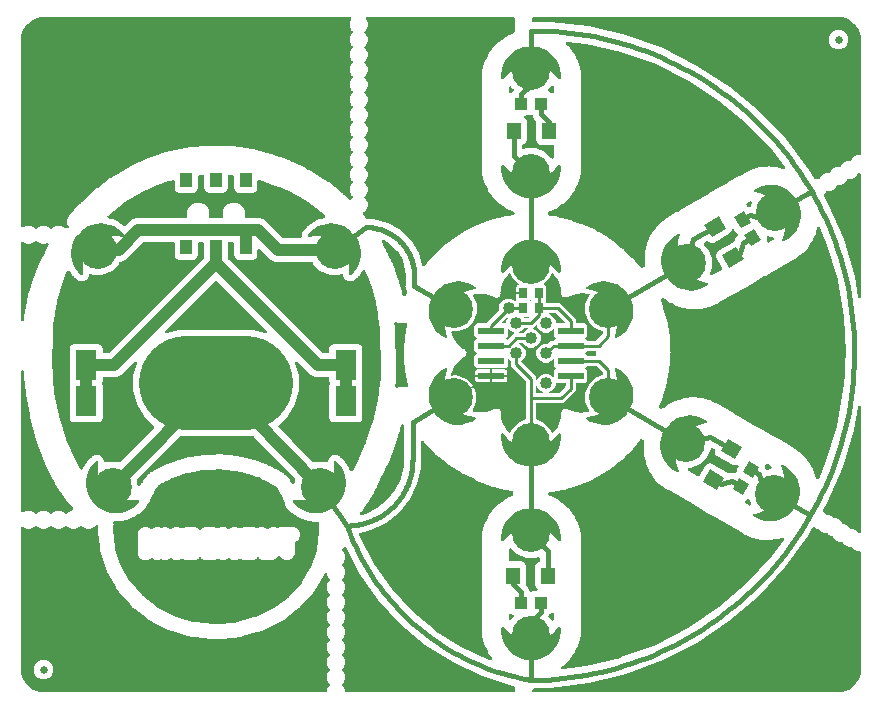
<source format=gbr>
G04 EAGLE Gerber RS-274X export*
G75*
%MOMM*%
%FSLAX34Y34*%
%LPD*%
%INTop Copper*%
%IPPOS*%
%AMOC8*
5,1,8,0,0,1.08239X$1,22.5*%
G01*
%ADD10R,2.209800X0.609600*%
%ADD11R,0.700000X0.900000*%
%ADD12C,3.216000*%
%ADD13R,1.000000X1.150000*%
%ADD14R,1.778000X2.540000*%
%ADD15C,8.000000*%
%ADD16R,1.100000X1.000000*%
%ADD17R,1.200000X1.400000*%
%ADD18C,0.635000*%
%ADD19C,1.016000*%
%ADD20C,0.254000*%
%ADD21C,1.016000*%
%ADD22C,0.406400*%

G36*
X31828Y398665D02*
X31828Y398665D01*
X31947Y398668D01*
X31986Y398680D01*
X32026Y398684D01*
X32138Y398724D01*
X32253Y398757D01*
X32288Y398777D01*
X32326Y398791D01*
X32424Y398858D01*
X32527Y398918D01*
X32572Y398958D01*
X32589Y398970D01*
X32602Y398985D01*
X32648Y399025D01*
X33783Y400161D01*
X36584Y401321D01*
X39616Y401321D01*
X42418Y400160D01*
X42421Y400157D01*
X42476Y400115D01*
X42521Y400069D01*
X42592Y400026D01*
X42663Y399971D01*
X42669Y399968D01*
X42674Y399964D01*
X42737Y399938D01*
X42792Y399904D01*
X42943Y399848D01*
X42954Y399845D01*
X42955Y399844D01*
X42956Y399844D01*
X43977Y399536D01*
X43989Y399534D01*
X44118Y399502D01*
X44950Y399352D01*
X44951Y399351D01*
X44999Y399318D01*
X45094Y399283D01*
X45186Y399239D01*
X45242Y399228D01*
X45297Y399208D01*
X45398Y399197D01*
X45498Y399178D01*
X45556Y399181D01*
X45613Y399175D01*
X45714Y399190D01*
X45815Y399196D01*
X45870Y399213D01*
X45928Y399222D01*
X46021Y399261D01*
X46118Y399292D01*
X46167Y399323D01*
X46221Y399345D01*
X46302Y399407D01*
X46388Y399461D01*
X46428Y399503D01*
X46474Y399538D01*
X46537Y399617D01*
X46607Y399691D01*
X46635Y399742D01*
X46671Y399787D01*
X46713Y399880D01*
X46762Y399969D01*
X46777Y400025D01*
X46800Y400078D01*
X46817Y400178D01*
X46843Y400276D01*
X46844Y400334D01*
X46853Y400391D01*
X46845Y400493D01*
X46846Y400594D01*
X46832Y400650D01*
X46827Y400708D01*
X46793Y400804D01*
X46769Y400903D01*
X46741Y400954D01*
X46722Y401008D01*
X46666Y401093D01*
X46617Y401183D01*
X46578Y401225D01*
X46546Y401273D01*
X46482Y401339D01*
X46101Y402134D01*
X46091Y402150D01*
X46039Y402249D01*
X45584Y402992D01*
X45560Y403142D01*
X45532Y403241D01*
X45512Y403342D01*
X45478Y403427D01*
X45472Y403447D01*
X45464Y403459D01*
X45452Y403492D01*
X45386Y403628D01*
X45339Y404497D01*
X45336Y404515D01*
X45326Y404627D01*
X45190Y405487D01*
X45225Y405635D01*
X45237Y405737D01*
X45257Y405839D01*
X45258Y405930D01*
X45260Y405951D01*
X45258Y405965D01*
X45259Y406000D01*
X45251Y406151D01*
X45540Y406972D01*
X45544Y406990D01*
X45577Y407098D01*
X45781Y407944D01*
X45870Y408066D01*
X45920Y408157D01*
X45978Y408243D01*
X46013Y408326D01*
X46023Y408345D01*
X46027Y408359D01*
X46041Y408391D01*
X46091Y408534D01*
X46673Y409181D01*
X46683Y409196D01*
X46755Y409283D01*
X47267Y409987D01*
X47396Y410066D01*
X47477Y410131D01*
X47563Y410188D01*
X47628Y410251D01*
X47645Y410265D01*
X47653Y410276D01*
X47678Y410301D01*
X55854Y419403D01*
X55918Y419496D01*
X55989Y419584D01*
X56023Y419647D01*
X56035Y419665D01*
X56041Y419682D01*
X56065Y419726D01*
X56103Y419811D01*
X56781Y420444D01*
X56795Y420460D01*
X56804Y420469D01*
X56805Y420470D01*
X56807Y420472D01*
X56860Y420524D01*
X57479Y421213D01*
X57537Y421241D01*
X57627Y421299D01*
X57721Y421349D01*
X57786Y421401D01*
X57804Y421413D01*
X57815Y421425D01*
X57846Y421450D01*
X58543Y422088D01*
X58546Y422091D01*
X58552Y422096D01*
X59525Y423004D01*
X59530Y423007D01*
X59532Y423009D01*
X59536Y423011D01*
X59661Y423112D01*
X68325Y431047D01*
X68410Y431147D01*
X68499Y431243D01*
X68520Y431277D01*
X68531Y431290D01*
X68540Y431309D01*
X68572Y431360D01*
X69380Y432017D01*
X69394Y432031D01*
X69437Y432066D01*
X70236Y432798D01*
X70309Y432845D01*
X70328Y432855D01*
X70339Y432864D01*
X70368Y432883D01*
X71242Y433531D01*
X71254Y433542D01*
X71287Y433566D01*
X72164Y434279D01*
X72190Y434290D01*
X72320Y434343D01*
X72342Y434357D01*
X72352Y434362D01*
X72368Y434374D01*
X72455Y434430D01*
X82042Y441538D01*
X82123Y441615D01*
X82210Y441687D01*
X82256Y441743D01*
X82272Y441758D01*
X82282Y441773D01*
X82312Y441810D01*
X82371Y441890D01*
X83157Y442371D01*
X83174Y442385D01*
X83252Y442435D01*
X83992Y442984D01*
X84031Y442994D01*
X84126Y443030D01*
X84224Y443058D01*
X84308Y443101D01*
X84328Y443109D01*
X84339Y443117D01*
X84367Y443131D01*
X85284Y443671D01*
X85290Y443675D01*
X85302Y443682D01*
X86401Y444354D01*
X86445Y444366D01*
X86446Y444367D01*
X86448Y444368D01*
X86588Y444439D01*
X96517Y450284D01*
X96636Y450376D01*
X96721Y450440D01*
X97793Y451036D01*
X97801Y451041D01*
X97821Y451051D01*
X98737Y451591D01*
X98814Y451651D01*
X98897Y451703D01*
X98973Y451773D01*
X98989Y451785D01*
X98996Y451794D01*
X99015Y451812D01*
X99867Y452193D01*
X99885Y452204D01*
X99965Y452242D01*
X100780Y452695D01*
X100868Y452705D01*
X100978Y452732D01*
X101090Y452751D01*
X101156Y452776D01*
X101177Y452781D01*
X101193Y452790D01*
X101241Y452807D01*
X112063Y457645D01*
X112197Y457726D01*
X112257Y457762D01*
X113419Y458251D01*
X113426Y458255D01*
X113444Y458262D01*
X114373Y458677D01*
X114461Y458730D01*
X114554Y458776D01*
X114626Y458831D01*
X114645Y458842D01*
X114655Y458852D01*
X114677Y458869D01*
X115584Y459167D01*
X115604Y459176D01*
X115681Y459203D01*
X116560Y459573D01*
X116626Y459574D01*
X116742Y459589D01*
X116859Y459597D01*
X116921Y459613D01*
X116942Y459615D01*
X116960Y459623D01*
X117015Y459637D01*
X128409Y463379D01*
X128520Y463432D01*
X128633Y463478D01*
X128679Y463507D01*
X128696Y463516D01*
X128712Y463529D01*
X128768Y463566D01*
X128794Y463585D01*
X129752Y463824D01*
X129772Y463832D01*
X129840Y463850D01*
X130830Y464175D01*
X130914Y464186D01*
X130929Y464186D01*
X130936Y464188D01*
X130951Y464190D01*
X132147Y464425D01*
X132164Y464430D01*
X132211Y464439D01*
X133268Y464703D01*
X133333Y464702D01*
X133468Y464694D01*
X133501Y464698D01*
X133515Y464698D01*
X133536Y464703D01*
X133627Y464715D01*
X145351Y467010D01*
X145481Y467053D01*
X145611Y467091D01*
X145640Y467105D01*
X145653Y467110D01*
X145671Y467121D01*
X145702Y467137D01*
X146768Y467289D01*
X146785Y467294D01*
X146832Y467300D01*
X148066Y467542D01*
X148122Y467560D01*
X149229Y467644D01*
X149250Y467648D01*
X149313Y467653D01*
X150312Y467796D01*
X150322Y467793D01*
X150447Y467777D01*
X150572Y467755D01*
X150620Y467756D01*
X150638Y467753D01*
X150659Y467756D01*
X150733Y467757D01*
X162689Y468658D01*
X162834Y468687D01*
X162982Y468715D01*
X162983Y468716D01*
X164158Y468769D01*
X164169Y468771D01*
X164196Y468771D01*
X165323Y468856D01*
X165433Y468879D01*
X165544Y468893D01*
X165559Y468898D01*
X166621Y468883D01*
X166641Y468885D01*
X166696Y468884D01*
X167743Y468932D01*
X167842Y468910D01*
X167969Y468875D01*
X168009Y468872D01*
X168025Y468868D01*
X168047Y468869D01*
X168130Y468863D01*
X180165Y468699D01*
X180311Y468715D01*
X180457Y468729D01*
X180473Y468734D01*
X180481Y468734D01*
X180481Y468735D01*
X181632Y468680D01*
X181645Y468681D01*
X181676Y468678D01*
X182837Y468663D01*
X182932Y468673D01*
X183027Y468674D01*
X183115Y468692D01*
X184070Y468568D01*
X184092Y468568D01*
X184174Y468559D01*
X185124Y468513D01*
X185187Y468484D01*
X185297Y468448D01*
X185406Y468404D01*
X185469Y468392D01*
X185489Y468386D01*
X185509Y468384D01*
X185564Y468374D01*
X197525Y466817D01*
X197527Y466817D01*
X197528Y466816D01*
X197663Y466816D01*
X199012Y466624D01*
X199017Y466623D01*
X199027Y466621D01*
X200101Y466482D01*
X200199Y466481D01*
X200297Y466472D01*
X200399Y466481D01*
X200419Y466481D01*
X200430Y466483D01*
X200458Y466486D01*
X200543Y466499D01*
X201406Y466288D01*
X201426Y466285D01*
X201529Y466264D01*
X202409Y466138D01*
X202523Y466071D01*
X202620Y466028D01*
X202714Y465978D01*
X202795Y465953D01*
X202815Y465944D01*
X202830Y465942D01*
X202868Y465930D01*
X214794Y463011D01*
X214929Y462995D01*
X215064Y462975D01*
X215097Y462976D01*
X215110Y462975D01*
X215131Y462977D01*
X215166Y462979D01*
X216197Y462669D01*
X216215Y462666D01*
X216260Y462652D01*
X217377Y462379D01*
X217409Y462375D01*
X217428Y462367D01*
X218516Y461975D01*
X218535Y461971D01*
X218581Y461954D01*
X219613Y461644D01*
X219677Y461604D01*
X219788Y461529D01*
X219821Y461515D01*
X219833Y461507D01*
X219854Y461500D01*
X219936Y461465D01*
X231314Y457372D01*
X231456Y457340D01*
X231598Y457305D01*
X231617Y457304D01*
X231625Y457303D01*
X231628Y457303D01*
X232694Y456876D01*
X232707Y456873D01*
X232736Y456861D01*
X233857Y456457D01*
X233954Y456435D01*
X234049Y456405D01*
X234097Y456399D01*
X234995Y455960D01*
X235016Y455953D01*
X235081Y455922D01*
X235991Y455557D01*
X236019Y455530D01*
X236116Y455457D01*
X236209Y455378D01*
X236257Y455350D01*
X236273Y455338D01*
X236292Y455330D01*
X236348Y455298D01*
X247373Y449910D01*
X247500Y449867D01*
X247627Y449818D01*
X247660Y449812D01*
X247674Y449808D01*
X247695Y449806D01*
X247732Y449799D01*
X248669Y449279D01*
X248686Y449272D01*
X248728Y449248D01*
X249698Y448774D01*
X249712Y448769D01*
X249737Y448755D01*
X249750Y448749D01*
X249781Y448726D01*
X249798Y448712D01*
X249812Y448705D01*
X249845Y448682D01*
X250745Y448127D01*
X250759Y448121D01*
X250794Y448098D01*
X251780Y447551D01*
X251801Y447529D01*
X251899Y447428D01*
X251921Y447413D01*
X251929Y447405D01*
X251946Y447395D01*
X252030Y447335D01*
X262221Y441058D01*
X262353Y440998D01*
X262485Y440935D01*
X262503Y440930D01*
X262510Y440926D01*
X262516Y440925D01*
X263469Y440290D01*
X263481Y440284D01*
X263507Y440265D01*
X264549Y439624D01*
X264637Y439584D01*
X264721Y439535D01*
X264772Y439517D01*
X265548Y438908D01*
X265567Y438897D01*
X265628Y438851D01*
X266434Y438313D01*
X266462Y438271D01*
X266541Y438181D01*
X266613Y438086D01*
X266658Y438046D01*
X266671Y438031D01*
X266688Y438019D01*
X266733Y437979D01*
X276238Y430522D01*
X276241Y430520D01*
X276376Y430440D01*
X276396Y430427D01*
X277414Y429600D01*
X277420Y429596D01*
X277431Y429586D01*
X278213Y428973D01*
X278303Y428919D01*
X278388Y428858D01*
X278467Y428821D01*
X278486Y428809D01*
X278500Y428805D01*
X278534Y428790D01*
X278553Y428782D01*
X279233Y428128D01*
X279251Y428115D01*
X279313Y428057D01*
X280045Y427462D01*
X280082Y427395D01*
X280149Y427301D01*
X280209Y427202D01*
X280255Y427153D01*
X280267Y427136D01*
X280282Y427124D01*
X280318Y427084D01*
X284002Y423539D01*
X284087Y423475D01*
X284167Y423405D01*
X284214Y423381D01*
X284257Y423349D01*
X284355Y423309D01*
X284451Y423260D01*
X284502Y423249D01*
X284551Y423229D01*
X284657Y423214D01*
X284761Y423190D01*
X284814Y423192D01*
X284866Y423185D01*
X284972Y423197D01*
X285079Y423200D01*
X285129Y423215D01*
X285182Y423221D01*
X285282Y423259D01*
X285384Y423288D01*
X285430Y423315D01*
X285479Y423334D01*
X285566Y423396D01*
X285658Y423450D01*
X285721Y423505D01*
X285739Y423518D01*
X285749Y423530D01*
X285779Y423556D01*
X286775Y424552D01*
X286848Y424647D01*
X286927Y424736D01*
X286945Y424772D01*
X286970Y424804D01*
X287017Y424913D01*
X287072Y425019D01*
X287080Y425058D01*
X287096Y425096D01*
X287115Y425213D01*
X287141Y425329D01*
X287140Y425370D01*
X287146Y425410D01*
X287135Y425528D01*
X287132Y425647D01*
X287120Y425686D01*
X287116Y425726D01*
X287076Y425839D01*
X287043Y425953D01*
X287023Y425987D01*
X287009Y426026D01*
X286942Y426124D01*
X286882Y426227D01*
X286842Y426272D01*
X286830Y426289D01*
X286815Y426302D01*
X286775Y426347D01*
X285639Y427483D01*
X284479Y430284D01*
X284479Y433316D01*
X285639Y436117D01*
X286775Y437252D01*
X286848Y437347D01*
X286927Y437436D01*
X286945Y437472D01*
X286970Y437504D01*
X287017Y437613D01*
X287072Y437719D01*
X287080Y437758D01*
X287096Y437796D01*
X287115Y437913D01*
X287141Y438029D01*
X287140Y438070D01*
X287146Y438110D01*
X287135Y438228D01*
X287132Y438347D01*
X287120Y438386D01*
X287116Y438426D01*
X287076Y438539D01*
X287043Y438653D01*
X287023Y438687D01*
X287009Y438726D01*
X286942Y438824D01*
X286882Y438927D01*
X286842Y438972D01*
X286830Y438989D01*
X286815Y439002D01*
X286775Y439047D01*
X285639Y440183D01*
X284479Y442984D01*
X284479Y446016D01*
X285639Y448817D01*
X286775Y449952D01*
X286848Y450047D01*
X286927Y450136D01*
X286945Y450172D01*
X286970Y450204D01*
X287017Y450313D01*
X287072Y450419D01*
X287080Y450458D01*
X287096Y450496D01*
X287115Y450613D01*
X287141Y450729D01*
X287140Y450770D01*
X287146Y450810D01*
X287135Y450928D01*
X287132Y451047D01*
X287120Y451086D01*
X287116Y451126D01*
X287076Y451239D01*
X287043Y451353D01*
X287023Y451387D01*
X287009Y451426D01*
X286942Y451524D01*
X286882Y451627D01*
X286842Y451672D01*
X286830Y451689D01*
X286815Y451702D01*
X286775Y451747D01*
X285639Y452883D01*
X284479Y455684D01*
X284479Y458716D01*
X285639Y461517D01*
X286775Y462652D01*
X286848Y462747D01*
X286927Y462836D01*
X286945Y462872D01*
X286970Y462904D01*
X287017Y463013D01*
X287072Y463119D01*
X287080Y463158D01*
X287096Y463196D01*
X287115Y463313D01*
X287141Y463429D01*
X287140Y463470D01*
X287146Y463510D01*
X287135Y463628D01*
X287132Y463747D01*
X287120Y463786D01*
X287116Y463826D01*
X287076Y463939D01*
X287043Y464053D01*
X287023Y464087D01*
X287009Y464126D01*
X286942Y464224D01*
X286882Y464327D01*
X286842Y464372D01*
X286830Y464389D01*
X286815Y464402D01*
X286775Y464447D01*
X285639Y465583D01*
X284479Y468384D01*
X284479Y471416D01*
X285639Y474217D01*
X286775Y475352D01*
X286848Y475447D01*
X286927Y475536D01*
X286945Y475572D01*
X286970Y475604D01*
X287017Y475713D01*
X287072Y475819D01*
X287080Y475858D01*
X287096Y475896D01*
X287115Y476013D01*
X287141Y476129D01*
X287140Y476170D01*
X287146Y476210D01*
X287135Y476328D01*
X287132Y476447D01*
X287120Y476486D01*
X287116Y476526D01*
X287076Y476639D01*
X287043Y476753D01*
X287023Y476787D01*
X287009Y476826D01*
X286942Y476924D01*
X286882Y477027D01*
X286842Y477072D01*
X286830Y477089D01*
X286815Y477102D01*
X286775Y477147D01*
X285639Y478283D01*
X284479Y481084D01*
X284479Y484116D01*
X285639Y486917D01*
X286775Y488052D01*
X286848Y488147D01*
X286927Y488236D01*
X286945Y488272D01*
X286970Y488304D01*
X287017Y488413D01*
X287072Y488519D01*
X287080Y488558D01*
X287096Y488596D01*
X287115Y488713D01*
X287141Y488829D01*
X287140Y488870D01*
X287146Y488910D01*
X287135Y489028D01*
X287132Y489147D01*
X287120Y489186D01*
X287116Y489226D01*
X287076Y489339D01*
X287043Y489453D01*
X287023Y489487D01*
X287009Y489526D01*
X286942Y489624D01*
X286882Y489727D01*
X286842Y489772D01*
X286830Y489789D01*
X286815Y489802D01*
X286775Y489847D01*
X285639Y490983D01*
X284479Y493784D01*
X284479Y496816D01*
X285639Y499617D01*
X286775Y500752D01*
X286848Y500847D01*
X286927Y500936D01*
X286945Y500972D01*
X286970Y501004D01*
X287017Y501113D01*
X287072Y501219D01*
X287080Y501258D01*
X287096Y501296D01*
X287115Y501413D01*
X287141Y501529D01*
X287140Y501570D01*
X287146Y501610D01*
X287135Y501728D01*
X287132Y501847D01*
X287120Y501886D01*
X287116Y501926D01*
X287076Y502039D01*
X287043Y502153D01*
X287023Y502187D01*
X287009Y502226D01*
X286942Y502324D01*
X286882Y502427D01*
X286842Y502472D01*
X286830Y502489D01*
X286815Y502502D01*
X286775Y502547D01*
X285639Y503683D01*
X284479Y506484D01*
X284479Y509516D01*
X285639Y512317D01*
X286775Y513453D01*
X286848Y513547D01*
X286927Y513636D01*
X286945Y513672D01*
X286970Y513704D01*
X287017Y513813D01*
X287072Y513919D01*
X287080Y513958D01*
X287096Y513996D01*
X287115Y514113D01*
X287141Y514229D01*
X287140Y514270D01*
X287146Y514310D01*
X287135Y514428D01*
X287132Y514547D01*
X287120Y514586D01*
X287116Y514626D01*
X287076Y514738D01*
X287043Y514853D01*
X287023Y514888D01*
X287009Y514926D01*
X286942Y515024D01*
X286882Y515127D01*
X286842Y515172D01*
X286830Y515189D01*
X286815Y515202D01*
X286775Y515248D01*
X285639Y516383D01*
X284479Y519184D01*
X284479Y522216D01*
X285639Y525017D01*
X286775Y526152D01*
X286848Y526247D01*
X286927Y526336D01*
X286945Y526372D01*
X286970Y526404D01*
X287017Y526513D01*
X287072Y526619D01*
X287080Y526658D01*
X287096Y526696D01*
X287115Y526813D01*
X287141Y526929D01*
X287140Y526970D01*
X287146Y527010D01*
X287135Y527128D01*
X287132Y527247D01*
X287120Y527286D01*
X287116Y527326D01*
X287076Y527439D01*
X287043Y527553D01*
X287023Y527587D01*
X287009Y527626D01*
X286942Y527724D01*
X286882Y527827D01*
X286842Y527872D01*
X286830Y527889D01*
X286815Y527902D01*
X286775Y527947D01*
X285639Y529083D01*
X284479Y531884D01*
X284479Y534916D01*
X285639Y537717D01*
X286775Y538852D01*
X286848Y538947D01*
X286927Y539036D01*
X286945Y539072D01*
X286970Y539104D01*
X287017Y539213D01*
X287072Y539319D01*
X287080Y539358D01*
X287096Y539396D01*
X287115Y539513D01*
X287141Y539629D01*
X287140Y539670D01*
X287146Y539710D01*
X287135Y539828D01*
X287132Y539947D01*
X287120Y539986D01*
X287116Y540026D01*
X287076Y540138D01*
X287043Y540253D01*
X287023Y540287D01*
X287009Y540326D01*
X286942Y540424D01*
X286882Y540527D01*
X286842Y540572D01*
X286830Y540589D01*
X286815Y540602D01*
X286775Y540647D01*
X285639Y541783D01*
X284479Y544584D01*
X284479Y547616D01*
X285639Y550417D01*
X286775Y551552D01*
X286848Y551647D01*
X286927Y551736D01*
X286945Y551772D01*
X286970Y551804D01*
X287017Y551913D01*
X287072Y552019D01*
X287080Y552058D01*
X287096Y552096D01*
X287115Y552213D01*
X287141Y552329D01*
X287140Y552370D01*
X287146Y552410D01*
X287135Y552528D01*
X287132Y552647D01*
X287120Y552686D01*
X287116Y552726D01*
X287076Y552839D01*
X287043Y552953D01*
X287023Y552987D01*
X287009Y553026D01*
X286942Y553124D01*
X286882Y553227D01*
X286842Y553272D01*
X286830Y553289D01*
X286815Y553302D01*
X286775Y553347D01*
X285639Y554483D01*
X284479Y557284D01*
X284479Y560316D01*
X285639Y563117D01*
X286775Y564252D01*
X286848Y564347D01*
X286927Y564436D01*
X286945Y564472D01*
X286970Y564504D01*
X287017Y564613D01*
X287072Y564719D01*
X287080Y564758D01*
X287096Y564796D01*
X287115Y564913D01*
X287141Y565029D01*
X287140Y565070D01*
X287146Y565110D01*
X287135Y565228D01*
X287132Y565347D01*
X287120Y565386D01*
X287116Y565426D01*
X287076Y565539D01*
X287043Y565653D01*
X287023Y565687D01*
X287009Y565726D01*
X286942Y565824D01*
X286882Y565927D01*
X286842Y565972D01*
X286830Y565989D01*
X286815Y566002D01*
X286775Y566047D01*
X285639Y567183D01*
X284479Y569984D01*
X284479Y573016D01*
X285668Y575886D01*
X285679Y575899D01*
X285688Y575918D01*
X285700Y575933D01*
X285755Y576061D01*
X285815Y576187D01*
X285818Y576207D01*
X285826Y576225D01*
X285848Y576363D01*
X285874Y576500D01*
X285873Y576519D01*
X285876Y576539D01*
X285863Y576678D01*
X285855Y576817D01*
X285848Y576836D01*
X285847Y576856D01*
X285800Y576987D01*
X285757Y577119D01*
X285746Y577136D01*
X285739Y577155D01*
X285661Y577270D01*
X285586Y577388D01*
X285572Y577402D01*
X285561Y577418D01*
X285456Y577511D01*
X285355Y577606D01*
X285337Y577616D01*
X285322Y577629D01*
X285198Y577692D01*
X285076Y577760D01*
X285057Y577765D01*
X285039Y577774D01*
X284903Y577804D01*
X284768Y577839D01*
X284741Y577841D01*
X284729Y577843D01*
X284708Y577843D01*
X284608Y577849D01*
X25400Y577849D01*
X25378Y577847D01*
X25300Y577845D01*
X22519Y577626D01*
X22451Y577612D01*
X22382Y577608D01*
X22226Y577568D01*
X16936Y575849D01*
X16829Y575799D01*
X16718Y575755D01*
X16667Y575723D01*
X16648Y575714D01*
X16632Y575701D01*
X16582Y575669D01*
X12082Y572399D01*
X11995Y572318D01*
X11904Y572242D01*
X11865Y572196D01*
X11850Y572182D01*
X11839Y572164D01*
X11801Y572118D01*
X8531Y567618D01*
X8474Y567514D01*
X8410Y567414D01*
X8388Y567357D01*
X8378Y567339D01*
X8373Y567320D01*
X8351Y567264D01*
X6632Y561974D01*
X6619Y561906D01*
X6596Y561840D01*
X6574Y561681D01*
X6355Y558900D01*
X6356Y558878D01*
X6351Y558800D01*
X6351Y401192D01*
X6368Y401054D01*
X6381Y400916D01*
X6388Y400897D01*
X6391Y400877D01*
X6442Y400747D01*
X6489Y400616D01*
X6500Y400600D01*
X6508Y400581D01*
X6589Y400468D01*
X6668Y400353D01*
X6683Y400340D01*
X6694Y400324D01*
X6802Y400235D01*
X6906Y400143D01*
X6924Y400134D01*
X6939Y400121D01*
X7065Y400062D01*
X7189Y399998D01*
X7209Y399994D01*
X7227Y399985D01*
X7364Y399959D01*
X7500Y399929D01*
X7520Y399929D01*
X7539Y399926D01*
X7679Y399934D01*
X7818Y399939D01*
X7837Y399944D01*
X7857Y399945D01*
X7989Y399988D01*
X8123Y400027D01*
X8140Y400037D01*
X8159Y400043D01*
X8271Y400114D01*
X11184Y401321D01*
X14216Y401321D01*
X17017Y400161D01*
X18153Y399025D01*
X18247Y398952D01*
X18336Y398873D01*
X18372Y398855D01*
X18404Y398830D01*
X18513Y398783D01*
X18619Y398728D01*
X18658Y398720D01*
X18696Y398704D01*
X18813Y398685D01*
X18929Y398659D01*
X18970Y398660D01*
X19010Y398654D01*
X19128Y398665D01*
X19247Y398668D01*
X19286Y398680D01*
X19326Y398684D01*
X19438Y398724D01*
X19553Y398757D01*
X19588Y398777D01*
X19626Y398791D01*
X19724Y398858D01*
X19827Y398918D01*
X19872Y398958D01*
X19889Y398970D01*
X19902Y398985D01*
X19948Y399025D01*
X21083Y400161D01*
X23884Y401321D01*
X26916Y401321D01*
X29717Y400161D01*
X30853Y399025D01*
X30947Y398952D01*
X31036Y398873D01*
X31072Y398855D01*
X31104Y398830D01*
X31213Y398783D01*
X31319Y398728D01*
X31358Y398720D01*
X31396Y398704D01*
X31513Y398685D01*
X31629Y398659D01*
X31670Y398660D01*
X31710Y398654D01*
X31828Y398665D01*
G37*
G36*
X264278Y6366D02*
X264278Y6366D01*
X264397Y6373D01*
X264435Y6386D01*
X264476Y6391D01*
X264586Y6434D01*
X264699Y6471D01*
X264734Y6493D01*
X264771Y6508D01*
X264867Y6577D01*
X264968Y6641D01*
X264996Y6671D01*
X265029Y6694D01*
X265105Y6786D01*
X265186Y6873D01*
X265206Y6908D01*
X265231Y6939D01*
X265282Y7047D01*
X265340Y7151D01*
X265350Y7191D01*
X265367Y7227D01*
X265389Y7344D01*
X265419Y7459D01*
X265423Y7519D01*
X265427Y7539D01*
X265425Y7560D01*
X265429Y7620D01*
X265429Y7866D01*
X266589Y10667D01*
X267725Y11803D01*
X267798Y11897D01*
X267877Y11986D01*
X267887Y12005D01*
X267896Y12016D01*
X267904Y12032D01*
X267920Y12054D01*
X267967Y12163D01*
X268022Y12269D01*
X268027Y12295D01*
X268032Y12304D01*
X268034Y12317D01*
X268046Y12346D01*
X268065Y12463D01*
X268091Y12579D01*
X268090Y12611D01*
X268091Y12616D01*
X268091Y12625D01*
X268096Y12660D01*
X268085Y12778D01*
X268082Y12897D01*
X268072Y12931D01*
X268072Y12934D01*
X268070Y12938D01*
X268066Y12976D01*
X268026Y13088D01*
X267993Y13203D01*
X267974Y13235D01*
X267974Y13236D01*
X267972Y13238D01*
X267959Y13276D01*
X267892Y13374D01*
X267832Y13477D01*
X267792Y13522D01*
X267780Y13539D01*
X267765Y13552D01*
X267725Y13598D01*
X266589Y14733D01*
X265429Y17534D01*
X265429Y20566D01*
X266589Y23367D01*
X267725Y24503D01*
X267798Y24597D01*
X267877Y24686D01*
X267895Y24722D01*
X267920Y24754D01*
X267967Y24863D01*
X268022Y24969D01*
X268030Y25008D01*
X268046Y25046D01*
X268065Y25163D01*
X268091Y25279D01*
X268090Y25320D01*
X268096Y25360D01*
X268085Y25478D01*
X268082Y25597D01*
X268070Y25636D01*
X268066Y25676D01*
X268026Y25788D01*
X267993Y25903D01*
X267973Y25938D01*
X267959Y25976D01*
X267892Y26074D01*
X267832Y26177D01*
X267792Y26222D01*
X267780Y26239D01*
X267765Y26252D01*
X267725Y26298D01*
X266589Y27433D01*
X265429Y30234D01*
X265429Y33266D01*
X266589Y36067D01*
X267725Y37203D01*
X267798Y37297D01*
X267877Y37386D01*
X267895Y37422D01*
X267920Y37454D01*
X267967Y37563D01*
X268022Y37669D01*
X268030Y37708D01*
X268046Y37746D01*
X268065Y37863D01*
X268091Y37979D01*
X268090Y38020D01*
X268096Y38060D01*
X268085Y38178D01*
X268082Y38297D01*
X268070Y38336D01*
X268066Y38376D01*
X268026Y38488D01*
X267993Y38603D01*
X267973Y38638D01*
X267959Y38676D01*
X267892Y38774D01*
X267832Y38877D01*
X267792Y38922D01*
X267780Y38939D01*
X267765Y38952D01*
X267725Y38998D01*
X266589Y40133D01*
X265429Y42934D01*
X265429Y45966D01*
X266589Y48767D01*
X267725Y49903D01*
X267798Y49997D01*
X267877Y50086D01*
X267895Y50122D01*
X267920Y50154D01*
X267967Y50263D01*
X268022Y50369D01*
X268030Y50408D01*
X268046Y50446D01*
X268065Y50563D01*
X268091Y50679D01*
X268090Y50720D01*
X268096Y50760D01*
X268085Y50878D01*
X268082Y50997D01*
X268070Y51036D01*
X268066Y51076D01*
X268026Y51188D01*
X267993Y51303D01*
X267973Y51338D01*
X267959Y51376D01*
X267892Y51474D01*
X267832Y51577D01*
X267792Y51622D01*
X267780Y51639D01*
X267765Y51652D01*
X267725Y51698D01*
X266589Y52833D01*
X265429Y55634D01*
X265429Y58666D01*
X266589Y61467D01*
X267725Y62603D01*
X267798Y62697D01*
X267877Y62786D01*
X267895Y62822D01*
X267920Y62854D01*
X267967Y62963D01*
X268022Y63069D01*
X268030Y63108D01*
X268046Y63146D01*
X268065Y63263D01*
X268091Y63379D01*
X268090Y63420D01*
X268096Y63460D01*
X268085Y63578D01*
X268082Y63697D01*
X268070Y63736D01*
X268066Y63776D01*
X268026Y63888D01*
X267993Y64003D01*
X267973Y64038D01*
X267959Y64076D01*
X267892Y64174D01*
X267832Y64277D01*
X267792Y64322D01*
X267780Y64339D01*
X267765Y64352D01*
X267725Y64398D01*
X266589Y65533D01*
X265429Y68334D01*
X265429Y71366D01*
X266589Y74167D01*
X267725Y75303D01*
X267798Y75397D01*
X267877Y75486D01*
X267895Y75522D01*
X267920Y75554D01*
X267967Y75663D01*
X268022Y75769D01*
X268030Y75808D01*
X268046Y75846D01*
X268065Y75963D01*
X268091Y76079D01*
X268090Y76120D01*
X268096Y76160D01*
X268085Y76278D01*
X268082Y76397D01*
X268070Y76436D01*
X268066Y76476D01*
X268026Y76588D01*
X267993Y76703D01*
X267973Y76738D01*
X267959Y76776D01*
X267892Y76874D01*
X267832Y76977D01*
X267792Y77022D01*
X267780Y77039D01*
X267765Y77052D01*
X267725Y77098D01*
X266589Y78233D01*
X265429Y81034D01*
X265429Y84066D01*
X266589Y86867D01*
X267725Y88003D01*
X267798Y88097D01*
X267877Y88186D01*
X267895Y88222D01*
X267920Y88254D01*
X267967Y88363D01*
X268022Y88469D01*
X268030Y88508D01*
X268046Y88546D01*
X268065Y88663D01*
X268091Y88779D01*
X268090Y88820D01*
X268096Y88860D01*
X268085Y88978D01*
X268082Y89097D01*
X268070Y89136D01*
X268066Y89176D01*
X268026Y89288D01*
X267993Y89403D01*
X267973Y89438D01*
X267959Y89476D01*
X267892Y89574D01*
X267832Y89677D01*
X267792Y89722D01*
X267780Y89739D01*
X267765Y89752D01*
X267725Y89798D01*
X266589Y90933D01*
X265429Y93734D01*
X265429Y96766D01*
X266589Y99567D01*
X267725Y100703D01*
X267798Y100797D01*
X267877Y100886D01*
X267895Y100922D01*
X267920Y100954D01*
X267967Y101063D01*
X268022Y101169D01*
X268030Y101208D01*
X268046Y101246D01*
X268065Y101363D01*
X268091Y101479D01*
X268090Y101520D01*
X268096Y101560D01*
X268085Y101678D01*
X268082Y101797D01*
X268070Y101836D01*
X268066Y101876D01*
X268026Y101988D01*
X267993Y102103D01*
X267973Y102138D01*
X267959Y102176D01*
X267892Y102274D01*
X267832Y102377D01*
X267792Y102422D01*
X267780Y102439D01*
X267765Y102452D01*
X267725Y102498D01*
X266589Y103633D01*
X265483Y106305D01*
X265419Y106417D01*
X265359Y106533D01*
X265340Y106555D01*
X265325Y106581D01*
X265235Y106674D01*
X265149Y106772D01*
X265125Y106788D01*
X265104Y106809D01*
X264993Y106877D01*
X264886Y106950D01*
X264858Y106960D01*
X264833Y106975D01*
X264709Y107014D01*
X264586Y107058D01*
X264557Y107060D01*
X264529Y107069D01*
X264399Y107075D01*
X264270Y107087D01*
X264241Y107083D01*
X264211Y107084D01*
X264084Y107058D01*
X263956Y107038D01*
X263929Y107026D01*
X263900Y107020D01*
X263783Y106963D01*
X263664Y106911D01*
X263641Y106893D01*
X263614Y106880D01*
X263515Y106796D01*
X263413Y106716D01*
X263395Y106693D01*
X263372Y106674D01*
X263297Y106568D01*
X263218Y106465D01*
X263206Y106438D01*
X263189Y106414D01*
X263143Y106292D01*
X263091Y106173D01*
X263082Y106132D01*
X263076Y106116D01*
X263074Y106095D01*
X263056Y106016D01*
X263038Y105896D01*
X262629Y105228D01*
X262628Y105226D01*
X262555Y105087D01*
X262233Y104372D01*
X262058Y104208D01*
X262002Y104139D01*
X261938Y104077D01*
X261865Y103973D01*
X261856Y103962D01*
X261853Y103956D01*
X261845Y103945D01*
X255256Y93163D01*
X255214Y93069D01*
X255164Y92980D01*
X255134Y92892D01*
X255125Y92873D01*
X255123Y92859D01*
X255112Y92827D01*
X255072Y92676D01*
X254546Y91988D01*
X254538Y91973D01*
X254472Y91879D01*
X254020Y91141D01*
X253949Y91088D01*
X253850Y90996D01*
X253749Y90907D01*
X253735Y90887D01*
X253717Y90870D01*
X253645Y90756D01*
X253569Y90646D01*
X253555Y90614D01*
X253547Y90602D01*
X253540Y90581D01*
X253504Y90498D01*
X253491Y90463D01*
X252869Y89787D01*
X252857Y89769D01*
X252796Y89699D01*
X252237Y88969D01*
X252149Y88918D01*
X252060Y88850D01*
X251967Y88790D01*
X251913Y88738D01*
X251896Y88725D01*
X251885Y88711D01*
X251851Y88678D01*
X243173Y79235D01*
X243115Y79153D01*
X243050Y79078D01*
X243001Y78993D01*
X242989Y78976D01*
X242984Y78964D01*
X242970Y78939D01*
X242893Y78782D01*
X242254Y78224D01*
X242244Y78212D01*
X242155Y78127D01*
X241581Y77503D01*
X241509Y77469D01*
X241391Y77395D01*
X241270Y77324D01*
X241257Y77311D01*
X241240Y77300D01*
X241143Y77199D01*
X241045Y77101D01*
X241029Y77078D01*
X241021Y77069D01*
X241011Y77052D01*
X240975Y76998D01*
X240195Y76417D01*
X240179Y76402D01*
X240118Y76355D01*
X239391Y75719D01*
X239340Y75701D01*
X239233Y75649D01*
X239123Y75604D01*
X239072Y75572D01*
X239054Y75563D01*
X239038Y75549D01*
X238988Y75516D01*
X228607Y67774D01*
X228539Y67708D01*
X228464Y67649D01*
X228392Y67566D01*
X228378Y67553D01*
X228373Y67545D01*
X228358Y67528D01*
X228235Y67367D01*
X227525Y66956D01*
X227517Y66949D01*
X227402Y66875D01*
X226745Y66384D01*
X226600Y66347D01*
X226471Y66297D01*
X226340Y66251D01*
X226323Y66239D01*
X226304Y66231D01*
X226192Y66150D01*
X226077Y66073D01*
X226056Y66053D01*
X226046Y66045D01*
X226033Y66030D01*
X225973Y65970D01*
X225084Y65538D01*
X225066Y65527D01*
X225002Y65495D01*
X224149Y65001D01*
X224116Y64997D01*
X223998Y64965D01*
X223877Y64941D01*
X223827Y64921D01*
X223808Y64916D01*
X223790Y64905D01*
X223728Y64880D01*
X211886Y59128D01*
X211792Y59067D01*
X211693Y59012D01*
X211638Y58966D01*
X211620Y58955D01*
X211608Y58941D01*
X211570Y58910D01*
X211501Y58845D01*
X210635Y58515D01*
X210616Y58505D01*
X210532Y58471D01*
X209698Y58066D01*
X209632Y58062D01*
X209495Y58036D01*
X209356Y58014D01*
X209339Y58007D01*
X209320Y58003D01*
X209193Y57944D01*
X209064Y57888D01*
X209042Y57874D01*
X209032Y57869D01*
X209016Y57856D01*
X208931Y57798D01*
X208850Y57735D01*
X207990Y57501D01*
X207972Y57493D01*
X207873Y57463D01*
X207040Y57146D01*
X206909Y57149D01*
X206803Y57139D01*
X206697Y57138D01*
X206615Y57121D01*
X206593Y57119D01*
X206578Y57113D01*
X206539Y57105D01*
X193337Y53505D01*
X193236Y53463D01*
X193133Y53430D01*
X193063Y53392D01*
X193043Y53383D01*
X193030Y53373D01*
X192991Y53352D01*
X192893Y53290D01*
X192001Y53135D01*
X191982Y53129D01*
X191885Y53109D01*
X191012Y52871D01*
X190896Y52885D01*
X190787Y52886D01*
X190678Y52894D01*
X190603Y52886D01*
X190593Y52886D01*
X190591Y52886D01*
X190578Y52886D01*
X190562Y52881D01*
X190518Y52877D01*
X190500Y52873D01*
X190393Y52840D01*
X190283Y52815D01*
X190216Y52786D01*
X190196Y52780D01*
X190180Y52770D01*
X190135Y52751D01*
X190052Y52708D01*
X189128Y52630D01*
X189107Y52625D01*
X189018Y52616D01*
X188104Y52457D01*
X188012Y52477D01*
X187900Y52488D01*
X187789Y52507D01*
X187717Y52505D01*
X187696Y52507D01*
X187677Y52504D01*
X187628Y52503D01*
X173213Y51288D01*
X173126Y51269D01*
X173038Y51260D01*
X172916Y51224D01*
X172902Y51221D01*
X172896Y51219D01*
X172883Y51215D01*
X172658Y51132D01*
X171875Y51165D01*
X171874Y51165D01*
X171716Y51161D01*
X170935Y51096D01*
X170706Y51169D01*
X170619Y51185D01*
X170533Y51211D01*
X170407Y51224D01*
X170393Y51226D01*
X170387Y51226D01*
X170373Y51227D01*
X170267Y51232D01*
X170139Y51221D01*
X170009Y51216D01*
X169967Y51206D01*
X169950Y51205D01*
X169930Y51198D01*
X169864Y51183D01*
X168839Y51289D01*
X168819Y51288D01*
X168761Y51295D01*
X167729Y51338D01*
X167619Y51373D01*
X167498Y51418D01*
X167455Y51425D01*
X167439Y51430D01*
X167417Y51431D01*
X167339Y51444D01*
X153443Y52885D01*
X153318Y52882D01*
X153194Y52886D01*
X153144Y52878D01*
X153125Y52878D01*
X153104Y52872D01*
X153035Y52861D01*
X153016Y52857D01*
X152031Y53028D01*
X152010Y53029D01*
X151944Y53040D01*
X150949Y53143D01*
X150932Y53152D01*
X150816Y53198D01*
X150702Y53249D01*
X150653Y53261D01*
X150636Y53267D01*
X150614Y53270D01*
X150545Y53287D01*
X150502Y53294D01*
X150410Y53298D01*
X150318Y53312D01*
X150201Y53308D01*
X150184Y53309D01*
X150176Y53307D01*
X150157Y53306D01*
X149941Y53284D01*
X149170Y53517D01*
X149162Y53518D01*
X149022Y53552D01*
X148227Y53690D01*
X148044Y53806D01*
X147960Y53845D01*
X147881Y53893D01*
X147772Y53934D01*
X147756Y53941D01*
X147747Y53943D01*
X147730Y53949D01*
X134612Y57893D01*
X134491Y57914D01*
X134371Y57941D01*
X134317Y57943D01*
X134298Y57946D01*
X134277Y57944D01*
X134210Y57946D01*
X134180Y57946D01*
X133255Y58298D01*
X133234Y58303D01*
X133169Y58327D01*
X132221Y58612D01*
X132102Y58687D01*
X131984Y58765D01*
X131968Y58771D01*
X131953Y58780D01*
X131818Y58823D01*
X131684Y58869D01*
X131660Y58873D01*
X131650Y58876D01*
X131631Y58877D01*
X131525Y58893D01*
X131378Y58905D01*
X130632Y59289D01*
X130619Y59294D01*
X130503Y59346D01*
X129719Y59645D01*
X129585Y59771D01*
X129506Y59829D01*
X129433Y59894D01*
X129345Y59947D01*
X129329Y59959D01*
X129318Y59963D01*
X129295Y59977D01*
X117409Y66092D01*
X117318Y66125D01*
X117230Y66167D01*
X117129Y66194D01*
X117110Y66201D01*
X117099Y66202D01*
X117075Y66208D01*
X116888Y66245D01*
X116195Y66707D01*
X116184Y66713D01*
X116072Y66780D01*
X115331Y67161D01*
X115261Y67244D01*
X115157Y67339D01*
X115055Y67438D01*
X115040Y67447D01*
X115027Y67459D01*
X114902Y67525D01*
X114779Y67596D01*
X114756Y67604D01*
X114746Y67609D01*
X114727Y67613D01*
X114675Y67631D01*
X113885Y68244D01*
X113866Y68255D01*
X113811Y68297D01*
X112986Y68847D01*
X112971Y68870D01*
X112890Y68963D01*
X112814Y69060D01*
X112774Y69095D01*
X112762Y69110D01*
X112744Y69122D01*
X112693Y69167D01*
X102576Y77008D01*
X102482Y77063D01*
X102393Y77126D01*
X102322Y77158D01*
X102303Y77169D01*
X102286Y77174D01*
X102247Y77192D01*
X102138Y77233D01*
X101478Y77852D01*
X101461Y77864D01*
X101387Y77930D01*
X100671Y78484D01*
X100630Y78556D01*
X100550Y78663D01*
X100475Y78772D01*
X100455Y78789D01*
X100439Y78810D01*
X100335Y78894D01*
X100235Y78981D01*
X100203Y79000D01*
X100191Y79009D01*
X100171Y79018D01*
X100096Y79062D01*
X99990Y79115D01*
X99420Y79772D01*
X99407Y79784D01*
X99329Y79866D01*
X98695Y80461D01*
X98632Y80600D01*
X98578Y80688D01*
X98532Y80780D01*
X98477Y80853D01*
X98466Y80871D01*
X98455Y80881D01*
X98435Y80908D01*
X90196Y90407D01*
X90100Y90494D01*
X90008Y90584D01*
X89972Y90608D01*
X89960Y90619D01*
X89940Y90630D01*
X89884Y90667D01*
X89258Y91486D01*
X89244Y91500D01*
X89208Y91547D01*
X88516Y92345D01*
X88497Y92385D01*
X88445Y92507D01*
X88428Y92528D01*
X88416Y92553D01*
X88331Y92654D01*
X88251Y92759D01*
X88222Y92785D01*
X88212Y92797D01*
X88194Y92810D01*
X88131Y92866D01*
X87955Y93003D01*
X87592Y93644D01*
X87588Y93650D01*
X87585Y93656D01*
X87496Y93790D01*
X87048Y94376D01*
X86974Y94653D01*
X86943Y94729D01*
X86922Y94807D01*
X86856Y94944D01*
X86854Y94948D01*
X86854Y94949D01*
X86852Y94952D01*
X80639Y105932D01*
X80565Y106030D01*
X80498Y106132D01*
X80460Y106171D01*
X80449Y106187D01*
X80432Y106200D01*
X80386Y106247D01*
X80361Y106270D01*
X79939Y107161D01*
X79927Y107180D01*
X79897Y107243D01*
X79406Y108110D01*
X79405Y108128D01*
X79383Y108195D01*
X79383Y108196D01*
X79357Y108324D01*
X79344Y108350D01*
X79337Y108378D01*
X79274Y108492D01*
X79217Y108610D01*
X79192Y108643D01*
X79184Y108657D01*
X79169Y108673D01*
X79121Y108738D01*
X79008Y108871D01*
X78770Y109604D01*
X78770Y109605D01*
X78769Y109607D01*
X78710Y109756D01*
X78380Y110453D01*
X78367Y110706D01*
X78352Y110791D01*
X78347Y110878D01*
X78314Y111007D01*
X78312Y111019D01*
X78310Y111023D01*
X78307Y111034D01*
X74334Y123297D01*
X74297Y123378D01*
X74268Y123463D01*
X74206Y123572D01*
X74199Y123585D01*
X74195Y123590D01*
X74188Y123602D01*
X74058Y123801D01*
X73911Y124573D01*
X73910Y124575D01*
X73871Y124727D01*
X73629Y125475D01*
X73646Y125685D01*
X73640Y125806D01*
X73642Y125928D01*
X73633Y125964D01*
X73631Y126002D01*
X73596Y126119D01*
X73567Y126237D01*
X73544Y126288D01*
X73538Y126306D01*
X73527Y126324D01*
X73500Y126383D01*
X73463Y126453D01*
X73373Y127367D01*
X73369Y127388D01*
X73357Y127481D01*
X73185Y128383D01*
X73206Y128483D01*
X73215Y128594D01*
X73232Y128704D01*
X73229Y128779D01*
X73231Y128801D01*
X73228Y128818D01*
X73226Y128865D01*
X71950Y141884D01*
X71926Y141988D01*
X71912Y142093D01*
X71884Y142173D01*
X71880Y142194D01*
X71872Y142208D01*
X71859Y142246D01*
X71809Y142367D01*
X71809Y143257D01*
X71807Y143277D01*
X71803Y143381D01*
X71714Y144291D01*
X71727Y144333D01*
X71746Y144492D01*
X71808Y145664D01*
X71806Y145682D01*
X71809Y145730D01*
X71809Y146868D01*
X71792Y147005D01*
X71779Y147144D01*
X71772Y147163D01*
X71769Y147183D01*
X71718Y147312D01*
X71671Y147443D01*
X71660Y147460D01*
X71652Y147479D01*
X71571Y147591D01*
X71493Y147706D01*
X71477Y147720D01*
X71466Y147736D01*
X71358Y147825D01*
X71254Y147917D01*
X71236Y147926D01*
X71221Y147939D01*
X71095Y147998D01*
X70971Y148062D01*
X70951Y148066D01*
X70933Y148075D01*
X70796Y148101D01*
X70661Y148131D01*
X70640Y148131D01*
X70621Y148134D01*
X70482Y148126D01*
X70343Y148122D01*
X70323Y148116D01*
X70303Y148115D01*
X70171Y148072D01*
X70037Y148033D01*
X70020Y148023D01*
X70001Y148017D01*
X69883Y147942D01*
X69763Y147872D01*
X69742Y147853D01*
X69732Y147846D01*
X69718Y147831D01*
X69643Y147765D01*
X67817Y145939D01*
X65016Y144779D01*
X61984Y144779D01*
X59183Y145939D01*
X58048Y147075D01*
X57953Y147148D01*
X57864Y147227D01*
X57828Y147245D01*
X57796Y147270D01*
X57687Y147317D01*
X57581Y147372D01*
X57542Y147380D01*
X57504Y147396D01*
X57387Y147415D01*
X57271Y147441D01*
X57230Y147440D01*
X57190Y147446D01*
X57072Y147435D01*
X56953Y147432D01*
X56914Y147420D01*
X56874Y147416D01*
X56761Y147376D01*
X56647Y147343D01*
X56613Y147323D01*
X56574Y147309D01*
X56476Y147242D01*
X56373Y147182D01*
X56328Y147142D01*
X56311Y147130D01*
X56298Y147115D01*
X56253Y147075D01*
X55117Y145939D01*
X52316Y144779D01*
X49284Y144779D01*
X46483Y145939D01*
X45348Y147075D01*
X45253Y147148D01*
X45164Y147227D01*
X45128Y147245D01*
X45096Y147270D01*
X44987Y147317D01*
X44881Y147372D01*
X44842Y147380D01*
X44804Y147396D01*
X44687Y147415D01*
X44571Y147441D01*
X44530Y147440D01*
X44490Y147446D01*
X44372Y147435D01*
X44253Y147432D01*
X44214Y147420D01*
X44174Y147416D01*
X44061Y147376D01*
X43947Y147343D01*
X43913Y147323D01*
X43874Y147309D01*
X43776Y147242D01*
X43673Y147182D01*
X43628Y147142D01*
X43611Y147130D01*
X43598Y147115D01*
X43553Y147075D01*
X42417Y145939D01*
X39616Y144779D01*
X36584Y144779D01*
X33783Y145939D01*
X32648Y147075D01*
X32553Y147148D01*
X32464Y147227D01*
X32428Y147245D01*
X32396Y147270D01*
X32287Y147317D01*
X32181Y147372D01*
X32142Y147380D01*
X32104Y147396D01*
X31987Y147415D01*
X31871Y147441D01*
X31830Y147440D01*
X31790Y147446D01*
X31672Y147435D01*
X31553Y147432D01*
X31514Y147420D01*
X31474Y147416D01*
X31361Y147376D01*
X31247Y147343D01*
X31213Y147323D01*
X31174Y147309D01*
X31076Y147242D01*
X30973Y147182D01*
X30928Y147142D01*
X30911Y147130D01*
X30898Y147115D01*
X30853Y147075D01*
X29717Y145939D01*
X26916Y144779D01*
X23884Y144779D01*
X21083Y145939D01*
X19948Y147075D01*
X19853Y147148D01*
X19764Y147227D01*
X19728Y147245D01*
X19696Y147270D01*
X19587Y147317D01*
X19481Y147372D01*
X19442Y147380D01*
X19404Y147396D01*
X19287Y147415D01*
X19171Y147441D01*
X19130Y147440D01*
X19090Y147446D01*
X18972Y147435D01*
X18853Y147432D01*
X18814Y147420D01*
X18774Y147416D01*
X18661Y147376D01*
X18547Y147343D01*
X18513Y147323D01*
X18474Y147309D01*
X18376Y147242D01*
X18273Y147182D01*
X18228Y147142D01*
X18211Y147130D01*
X18198Y147115D01*
X18153Y147075D01*
X17017Y145939D01*
X14216Y144779D01*
X11184Y144779D01*
X8314Y145968D01*
X8301Y145979D01*
X8282Y145988D01*
X8267Y146000D01*
X8139Y146055D01*
X8013Y146115D01*
X7993Y146118D01*
X7975Y146126D01*
X7837Y146148D01*
X7700Y146174D01*
X7681Y146173D01*
X7661Y146176D01*
X7522Y146163D01*
X7383Y146155D01*
X7364Y146148D01*
X7344Y146147D01*
X7213Y146100D01*
X7081Y146057D01*
X7064Y146046D01*
X7045Y146039D01*
X6930Y145961D01*
X6812Y145886D01*
X6798Y145872D01*
X6782Y145861D01*
X6689Y145756D01*
X6594Y145655D01*
X6584Y145637D01*
X6571Y145622D01*
X6508Y145498D01*
X6440Y145376D01*
X6435Y145357D01*
X6426Y145339D01*
X6396Y145203D01*
X6361Y145068D01*
X6359Y145041D01*
X6357Y145029D01*
X6357Y145008D01*
X6351Y144908D01*
X6351Y25400D01*
X6353Y25378D01*
X6355Y25300D01*
X6574Y22519D01*
X6588Y22451D01*
X6592Y22382D01*
X6632Y22226D01*
X8351Y16936D01*
X8401Y16829D01*
X8445Y16718D01*
X8477Y16667D01*
X8486Y16648D01*
X8499Y16632D01*
X8531Y16582D01*
X11801Y12082D01*
X11882Y11995D01*
X11958Y11904D01*
X12004Y11865D01*
X12018Y11850D01*
X12036Y11839D01*
X12082Y11801D01*
X16582Y8531D01*
X16686Y8474D01*
X16786Y8410D01*
X16843Y8388D01*
X16861Y8378D01*
X16880Y8373D01*
X16936Y8351D01*
X22226Y6632D01*
X22294Y6619D01*
X22360Y6596D01*
X22519Y6574D01*
X25300Y6355D01*
X25322Y6356D01*
X25400Y6351D01*
X264160Y6351D01*
X264278Y6366D01*
G37*
G36*
X347004Y366795D02*
X347004Y366795D01*
X347137Y366805D01*
X347161Y366813D01*
X347187Y366816D01*
X347312Y366863D01*
X347438Y366906D01*
X347460Y366920D01*
X347484Y366929D01*
X347593Y367006D01*
X347705Y367079D01*
X347723Y367098D01*
X347744Y367113D01*
X347855Y367229D01*
X347941Y367330D01*
X347952Y367348D01*
X347995Y367399D01*
X348439Y368004D01*
X348441Y368008D01*
X348447Y368015D01*
X348604Y368229D01*
X348609Y368233D01*
X348693Y368287D01*
X348764Y368356D01*
X348780Y368369D01*
X348788Y368379D01*
X348809Y368399D01*
X349276Y368909D01*
X349284Y368921D01*
X349309Y368946D01*
X350058Y369832D01*
X350059Y369833D01*
X350179Y369911D01*
X350195Y369926D01*
X350203Y369932D01*
X350215Y369945D01*
X350295Y370023D01*
X356070Y376329D01*
X356151Y376443D01*
X356235Y376556D01*
X356247Y376579D01*
X356253Y376589D01*
X356260Y376607D01*
X356265Y376617D01*
X357051Y377402D01*
X357061Y377415D01*
X357090Y377443D01*
X357444Y377829D01*
X357502Y377911D01*
X357567Y377988D01*
X357603Y378051D01*
X357775Y378202D01*
X357786Y378215D01*
X357872Y378298D01*
X357874Y378299D01*
X357917Y378332D01*
X357934Y378343D01*
X357943Y378353D01*
X357968Y378372D01*
X358381Y378736D01*
X358394Y378751D01*
X358439Y378791D01*
X359164Y379515D01*
X359271Y379576D01*
X359385Y379634D01*
X359421Y379662D01*
X359436Y379670D01*
X359451Y379685D01*
X359513Y379733D01*
X366021Y385466D01*
X366105Y385561D01*
X366193Y385651D01*
X366219Y385691D01*
X366231Y385705D01*
X366241Y385724D01*
X366282Y385786D01*
X366287Y385794D01*
X367087Y386409D01*
X367102Y386424D01*
X367152Y386463D01*
X367675Y386924D01*
X367714Y386968D01*
X367806Y387039D01*
X367935Y387152D01*
X368001Y387177D01*
X368093Y387232D01*
X368110Y387241D01*
X368119Y387248D01*
X368139Y387260D01*
X368684Y387639D01*
X368696Y387651D01*
X368733Y387675D01*
X369613Y388352D01*
X369655Y388370D01*
X369785Y388418D01*
X369810Y388433D01*
X369822Y388438D01*
X369839Y388450D01*
X369923Y388501D01*
X376796Y393283D01*
X376802Y393288D01*
X376809Y393292D01*
X376826Y393308D01*
X378033Y394143D01*
X378033Y394144D01*
X378035Y394145D01*
X378483Y394457D01*
X378552Y394518D01*
X378627Y394573D01*
X378707Y394658D01*
X378720Y394669D01*
X378724Y394677D01*
X378737Y394690D01*
X378867Y394848D01*
X379587Y395229D01*
X379594Y395235D01*
X379714Y395307D01*
X380384Y395771D01*
X380588Y395815D01*
X380677Y395846D01*
X380768Y395868D01*
X380871Y395914D01*
X380888Y395920D01*
X380896Y395926D01*
X380915Y395934D01*
X388623Y400024D01*
X388734Y400102D01*
X388848Y400177D01*
X388872Y400199D01*
X388883Y400207D01*
X388897Y400223D01*
X388921Y400247D01*
X389898Y400702D01*
X389913Y400712D01*
X389956Y400731D01*
X390591Y401068D01*
X390666Y401121D01*
X390747Y401166D01*
X390784Y401197D01*
X390894Y401240D01*
X390900Y401243D01*
X390959Y401270D01*
X390986Y401278D01*
X391003Y401282D01*
X391010Y401286D01*
X391028Y401291D01*
X391733Y401562D01*
X391752Y401572D01*
X391814Y401597D01*
X392719Y402019D01*
X392740Y402020D01*
X392862Y402041D01*
X392986Y402055D01*
X393035Y402071D01*
X393053Y402074D01*
X393073Y402082D01*
X393140Y402103D01*
X401133Y405178D01*
X401255Y405243D01*
X401381Y405306D01*
X401403Y405322D01*
X401413Y405328D01*
X401428Y405342D01*
X401440Y405351D01*
X402488Y405700D01*
X402503Y405707D01*
X402542Y405720D01*
X403138Y405949D01*
X403217Y405991D01*
X403301Y406025D01*
X403400Y406089D01*
X403611Y406141D01*
X403613Y406142D01*
X403631Y406148D01*
X403640Y406149D01*
X403646Y406151D01*
X403661Y406154D01*
X404341Y406322D01*
X404361Y406330D01*
X404437Y406350D01*
X405350Y406654D01*
X405408Y406650D01*
X405526Y406657D01*
X405645Y406656D01*
X405705Y406666D01*
X405725Y406668D01*
X405745Y406674D01*
X405803Y406684D01*
X414482Y408834D01*
X414574Y408869D01*
X414669Y408896D01*
X414759Y408941D01*
X414778Y408949D01*
X414788Y408956D01*
X414813Y408968D01*
X414968Y409058D01*
X415804Y409169D01*
X415818Y409173D01*
X415941Y409196D01*
X416759Y409398D01*
X416881Y409380D01*
X416963Y409378D01*
X417044Y409366D01*
X417194Y409372D01*
X417199Y409372D01*
X417201Y409372D01*
X417205Y409373D01*
X417788Y409435D01*
X417799Y409437D01*
X417822Y409439D01*
X419039Y409601D01*
X419131Y409587D01*
X419141Y409588D01*
X419146Y409587D01*
X419157Y409588D01*
X419291Y409594D01*
X423044Y409993D01*
X423095Y410005D01*
X423147Y410008D01*
X423249Y410041D01*
X423354Y410066D01*
X423400Y410090D01*
X423449Y410106D01*
X423540Y410163D01*
X423635Y410213D01*
X423674Y410248D01*
X423718Y410276D01*
X423792Y410354D01*
X423871Y410426D01*
X423900Y410470D01*
X423936Y410508D01*
X423988Y410602D01*
X424047Y410691D01*
X424064Y410740D01*
X424090Y410786D01*
X424116Y410890D01*
X424152Y410992D01*
X424156Y411044D01*
X424169Y411094D01*
X424179Y411255D01*
X424179Y411802D01*
X424180Y411813D01*
X424197Y411871D01*
X424198Y411970D01*
X424209Y412068D01*
X424201Y412128D01*
X424202Y412189D01*
X424179Y412285D01*
X424165Y412383D01*
X424142Y412439D01*
X424128Y412499D01*
X424082Y412586D01*
X424044Y412677D01*
X424008Y412726D01*
X423979Y412780D01*
X423935Y412829D01*
X423929Y412839D01*
X423908Y412859D01*
X423854Y412932D01*
X423806Y412970D01*
X423765Y413015D01*
X423720Y413045D01*
X423702Y413062D01*
X423662Y413086D01*
X423606Y413131D01*
X423516Y413179D01*
X423499Y413190D01*
X423488Y413194D01*
X423464Y413207D01*
X423454Y413211D01*
X423440Y413216D01*
X423428Y413223D01*
X423276Y413276D01*
X422613Y413464D01*
X422350Y413673D01*
X422287Y413710D01*
X422230Y413756D01*
X422088Y413832D01*
X418173Y415612D01*
X418121Y415628D01*
X418072Y415653D01*
X417917Y415697D01*
X417477Y415792D01*
X417004Y416120D01*
X416974Y416136D01*
X416948Y416157D01*
X416806Y416233D01*
X416282Y416471D01*
X415975Y416800D01*
X415933Y416835D01*
X415897Y416876D01*
X415771Y416976D01*
X412212Y419446D01*
X412163Y419472D01*
X412118Y419505D01*
X411974Y419576D01*
X411563Y419746D01*
X411152Y420156D01*
X411126Y420177D01*
X411105Y420202D01*
X410978Y420302D01*
X410502Y420632D01*
X410261Y421007D01*
X410225Y421049D01*
X410197Y421097D01*
X410091Y421218D01*
X407074Y424235D01*
X407025Y424272D01*
X406983Y424317D01*
X406853Y424411D01*
X406508Y424628D01*
X406151Y425132D01*
X406133Y425152D01*
X406119Y425175D01*
X406013Y425296D01*
X405576Y425733D01*
X405420Y426109D01*
X405390Y426163D01*
X405368Y426220D01*
X405283Y426357D01*
X402892Y429733D01*
X402847Y429783D01*
X402823Y429817D01*
X402822Y429819D01*
X402809Y429838D01*
X402695Y429952D01*
X402415Y430199D01*
X402128Y430784D01*
X402116Y430801D01*
X402109Y430821D01*
X402024Y430958D01*
X401647Y431490D01*
X401565Y431854D01*
X401542Y431917D01*
X401528Y431983D01*
X401467Y432132D01*
X399632Y435871D01*
X399599Y435922D01*
X399574Y435977D01*
X399481Y436108D01*
X399221Y436431D01*
X399049Y437017D01*
X399038Y437043D01*
X399032Y437070D01*
X398971Y437219D01*
X398702Y437767D01*
X398676Y438181D01*
X398664Y438240D01*
X398662Y438301D01*
X398627Y438458D01*
X397369Y442749D01*
X397353Y442786D01*
X397345Y442825D01*
X397280Y442972D01*
X397034Y443452D01*
X396994Y443936D01*
X396984Y443984D01*
X396982Y444033D01*
X396947Y444190D01*
X396810Y444656D01*
X396868Y445192D01*
X396868Y445232D01*
X396874Y445271D01*
X396871Y445432D01*
X396559Y449247D01*
X396535Y449361D01*
X396518Y449477D01*
X396498Y449538D01*
X396493Y449558D01*
X396484Y449576D01*
X396466Y449629D01*
X396409Y449767D01*
X396409Y451018D01*
X396407Y451040D01*
X396405Y451122D01*
X396327Y452070D01*
X396348Y452136D01*
X396370Y452251D01*
X396399Y452364D01*
X396403Y452428D01*
X396407Y452449D01*
X396406Y452468D01*
X396409Y452524D01*
X396409Y524831D01*
X396395Y524947D01*
X396388Y525065D01*
X396372Y525126D01*
X396369Y525146D01*
X396362Y525165D01*
X396348Y525221D01*
X396328Y525281D01*
X396405Y526235D01*
X396404Y526257D01*
X396409Y526337D01*
X396409Y527293D01*
X396434Y527352D01*
X396465Y527466D01*
X396503Y527577D01*
X396512Y527639D01*
X396518Y527659D01*
X396518Y527679D01*
X396526Y527736D01*
X396874Y532042D01*
X396872Y532078D01*
X396877Y532114D01*
X396871Y532275D01*
X396813Y532834D01*
X396945Y533278D01*
X396954Y533330D01*
X396971Y533379D01*
X396994Y533539D01*
X397031Y534000D01*
X397288Y534501D01*
X397300Y534534D01*
X397319Y534565D01*
X397374Y534716D01*
X398618Y538887D01*
X398630Y538955D01*
X398650Y539019D01*
X398669Y539179D01*
X398690Y539547D01*
X398975Y540138D01*
X398981Y540158D01*
X398992Y540175D01*
X399040Y540306D01*
X399043Y540312D01*
X399044Y540316D01*
X399048Y540326D01*
X399235Y540956D01*
X399468Y541241D01*
X399503Y541299D01*
X399547Y541351D01*
X399626Y541491D01*
X401481Y545344D01*
X401499Y545397D01*
X401525Y545446D01*
X401572Y545600D01*
X401674Y546029D01*
X402017Y546503D01*
X402033Y546531D01*
X402053Y546556D01*
X402132Y546696D01*
X402386Y547223D01*
X402714Y547517D01*
X402751Y547559D01*
X402794Y547595D01*
X402897Y547719D01*
X405291Y551028D01*
X405323Y551087D01*
X405364Y551142D01*
X405435Y551286D01*
X405576Y551627D01*
X406040Y552091D01*
X406052Y552107D01*
X406068Y552120D01*
X406171Y552245D01*
X406555Y552776D01*
X406869Y552969D01*
X406922Y553012D01*
X406981Y553046D01*
X407101Y553153D01*
X410091Y556142D01*
X410125Y556186D01*
X410166Y556224D01*
X410261Y556353D01*
X410502Y556728D01*
X410978Y557058D01*
X411003Y557080D01*
X411031Y557097D01*
X411152Y557204D01*
X411563Y557614D01*
X411974Y557784D01*
X412022Y557812D01*
X412074Y557831D01*
X412212Y557914D01*
X415724Y560351D01*
X415771Y560394D01*
X415825Y560429D01*
X415941Y560541D01*
X416204Y560832D01*
X416776Y561102D01*
X416797Y561115D01*
X416819Y561124D01*
X416957Y561207D01*
X417477Y561568D01*
X417861Y561651D01*
X417921Y561672D01*
X417984Y561684D01*
X418134Y561744D01*
X422114Y563625D01*
X422159Y563655D01*
X422209Y563676D01*
X422343Y563765D01*
X422703Y564041D01*
X423237Y564183D01*
X423342Y564226D01*
X423449Y564261D01*
X423489Y564286D01*
X423532Y564303D01*
X423622Y564370D01*
X423718Y564431D01*
X423750Y564465D01*
X423787Y564492D01*
X423858Y564580D01*
X423936Y564662D01*
X423958Y564703D01*
X423988Y564739D01*
X424035Y564842D01*
X424090Y564941D01*
X424101Y564986D01*
X424121Y565028D01*
X424141Y565140D01*
X424169Y565249D01*
X424174Y565320D01*
X424177Y565341D01*
X424176Y565360D01*
X424179Y565410D01*
X424179Y566666D01*
X424665Y567839D01*
X424691Y567935D01*
X424727Y568027D01*
X424733Y568088D01*
X424749Y568146D01*
X424751Y568245D01*
X424762Y568343D01*
X424753Y568403D01*
X424754Y568464D01*
X424731Y568560D01*
X424717Y568658D01*
X424685Y568753D01*
X424680Y568773D01*
X424674Y568784D01*
X424665Y568811D01*
X424179Y569984D01*
X424179Y573016D01*
X424928Y574824D01*
X424954Y574920D01*
X424990Y575012D01*
X424996Y575073D01*
X425012Y575131D01*
X425014Y575230D01*
X425025Y575328D01*
X425016Y575388D01*
X425017Y575449D01*
X424994Y575545D01*
X424980Y575643D01*
X424948Y575738D01*
X424943Y575758D01*
X424937Y575769D01*
X424928Y575796D01*
X424402Y577066D01*
X424388Y577091D01*
X424379Y577119D01*
X424309Y577229D01*
X424245Y577342D01*
X424224Y577363D01*
X424208Y577388D01*
X424114Y577477D01*
X424023Y577570D01*
X423998Y577586D01*
X423977Y577606D01*
X423863Y577669D01*
X423752Y577737D01*
X423724Y577745D01*
X423698Y577760D01*
X423573Y577792D01*
X423448Y577830D01*
X423419Y577832D01*
X423390Y577839D01*
X423230Y577849D01*
X299592Y577849D01*
X299454Y577832D01*
X299316Y577819D01*
X299297Y577812D01*
X299277Y577809D01*
X299147Y577758D01*
X299016Y577711D01*
X299000Y577700D01*
X298981Y577692D01*
X298868Y577611D01*
X298753Y577532D01*
X298740Y577517D01*
X298724Y577506D01*
X298635Y577398D01*
X298543Y577294D01*
X298534Y577276D01*
X298521Y577261D01*
X298462Y577135D01*
X298398Y577011D01*
X298394Y576991D01*
X298385Y576973D01*
X298359Y576836D01*
X298329Y576700D01*
X298329Y576680D01*
X298326Y576661D01*
X298334Y576521D01*
X298339Y576382D01*
X298344Y576363D01*
X298345Y576343D01*
X298388Y576211D01*
X298427Y576077D01*
X298437Y576060D01*
X298443Y576041D01*
X298514Y575929D01*
X299721Y573016D01*
X299721Y569984D01*
X298561Y567183D01*
X297425Y566047D01*
X297352Y565953D01*
X297273Y565864D01*
X297255Y565828D01*
X297230Y565796D01*
X297183Y565687D01*
X297128Y565581D01*
X297120Y565542D01*
X297104Y565504D01*
X297085Y565387D01*
X297059Y565271D01*
X297060Y565230D01*
X297054Y565190D01*
X297065Y565072D01*
X297068Y564953D01*
X297080Y564914D01*
X297084Y564874D01*
X297124Y564762D01*
X297157Y564647D01*
X297177Y564612D01*
X297191Y564574D01*
X297258Y564476D01*
X297318Y564373D01*
X297358Y564328D01*
X297370Y564311D01*
X297385Y564298D01*
X297425Y564252D01*
X298561Y563117D01*
X299721Y560316D01*
X299721Y557284D01*
X298561Y554483D01*
X297425Y553347D01*
X297352Y553253D01*
X297273Y553164D01*
X297255Y553128D01*
X297230Y553096D01*
X297183Y552987D01*
X297128Y552881D01*
X297120Y552842D01*
X297104Y552804D01*
X297085Y552687D01*
X297059Y552571D01*
X297060Y552530D01*
X297054Y552490D01*
X297065Y552371D01*
X297068Y552253D01*
X297080Y552214D01*
X297084Y552174D01*
X297124Y552062D01*
X297157Y551947D01*
X297177Y551912D01*
X297191Y551874D01*
X297258Y551776D01*
X297318Y551673D01*
X297358Y551628D01*
X297370Y551611D01*
X297385Y551598D01*
X297425Y551552D01*
X298561Y550417D01*
X299721Y547616D01*
X299721Y544584D01*
X298561Y541783D01*
X297425Y540647D01*
X297352Y540553D01*
X297273Y540464D01*
X297255Y540428D01*
X297230Y540396D01*
X297183Y540287D01*
X297128Y540181D01*
X297120Y540142D01*
X297104Y540104D01*
X297085Y539987D01*
X297059Y539871D01*
X297060Y539830D01*
X297054Y539790D01*
X297065Y539672D01*
X297068Y539553D01*
X297080Y539514D01*
X297084Y539474D01*
X297124Y539362D01*
X297157Y539247D01*
X297177Y539212D01*
X297191Y539174D01*
X297258Y539076D01*
X297318Y538973D01*
X297358Y538928D01*
X297370Y538911D01*
X297385Y538898D01*
X297425Y538852D01*
X298561Y537717D01*
X299721Y534916D01*
X299721Y531884D01*
X298561Y529083D01*
X297425Y527947D01*
X297352Y527853D01*
X297273Y527764D01*
X297255Y527728D01*
X297230Y527696D01*
X297183Y527587D01*
X297128Y527481D01*
X297120Y527442D01*
X297104Y527404D01*
X297085Y527287D01*
X297059Y527171D01*
X297060Y527130D01*
X297054Y527090D01*
X297065Y526972D01*
X297068Y526853D01*
X297080Y526814D01*
X297084Y526774D01*
X297124Y526662D01*
X297157Y526547D01*
X297177Y526512D01*
X297191Y526474D01*
X297258Y526376D01*
X297318Y526273D01*
X297358Y526228D01*
X297370Y526211D01*
X297385Y526198D01*
X297425Y526152D01*
X298561Y525017D01*
X299721Y522216D01*
X299721Y519184D01*
X298561Y516383D01*
X297425Y515248D01*
X297352Y515153D01*
X297273Y515064D01*
X297255Y515028D01*
X297230Y514996D01*
X297183Y514887D01*
X297128Y514781D01*
X297120Y514742D01*
X297104Y514704D01*
X297085Y514587D01*
X297059Y514471D01*
X297060Y514430D01*
X297054Y514390D01*
X297065Y514272D01*
X297068Y514153D01*
X297080Y514114D01*
X297084Y514074D01*
X297124Y513961D01*
X297157Y513847D01*
X297177Y513813D01*
X297191Y513774D01*
X297258Y513676D01*
X297318Y513573D01*
X297358Y513528D01*
X297370Y513511D01*
X297385Y513498D01*
X297425Y513453D01*
X298561Y512317D01*
X299721Y509516D01*
X299721Y506484D01*
X298561Y503683D01*
X297425Y502547D01*
X297352Y502453D01*
X297273Y502364D01*
X297255Y502328D01*
X297230Y502296D01*
X297183Y502187D01*
X297128Y502081D01*
X297120Y502042D01*
X297104Y502004D01*
X297085Y501887D01*
X297059Y501771D01*
X297060Y501730D01*
X297054Y501690D01*
X297065Y501572D01*
X297068Y501453D01*
X297080Y501414D01*
X297084Y501374D01*
X297124Y501262D01*
X297157Y501147D01*
X297177Y501112D01*
X297191Y501074D01*
X297258Y500976D01*
X297318Y500873D01*
X297358Y500828D01*
X297370Y500811D01*
X297385Y500798D01*
X297425Y500752D01*
X298561Y499617D01*
X299721Y496816D01*
X299721Y493784D01*
X298561Y490983D01*
X297425Y489847D01*
X297352Y489753D01*
X297273Y489664D01*
X297255Y489628D01*
X297230Y489596D01*
X297183Y489487D01*
X297128Y489381D01*
X297120Y489342D01*
X297104Y489304D01*
X297085Y489187D01*
X297059Y489071D01*
X297060Y489030D01*
X297054Y488990D01*
X297065Y488872D01*
X297068Y488753D01*
X297080Y488714D01*
X297084Y488674D01*
X297124Y488562D01*
X297157Y488447D01*
X297177Y488412D01*
X297191Y488374D01*
X297258Y488276D01*
X297318Y488173D01*
X297358Y488128D01*
X297370Y488111D01*
X297385Y488098D01*
X297425Y488052D01*
X298561Y486917D01*
X299721Y484116D01*
X299721Y481084D01*
X298561Y478283D01*
X297425Y477147D01*
X297352Y477053D01*
X297273Y476964D01*
X297255Y476928D01*
X297230Y476896D01*
X297183Y476787D01*
X297128Y476681D01*
X297120Y476642D01*
X297104Y476604D01*
X297085Y476487D01*
X297059Y476371D01*
X297060Y476330D01*
X297054Y476290D01*
X297065Y476172D01*
X297068Y476053D01*
X297080Y476014D01*
X297084Y475974D01*
X297124Y475862D01*
X297157Y475747D01*
X297177Y475712D01*
X297191Y475674D01*
X297258Y475576D01*
X297318Y475473D01*
X297358Y475428D01*
X297370Y475411D01*
X297385Y475398D01*
X297425Y475352D01*
X298561Y474217D01*
X299721Y471416D01*
X299721Y468384D01*
X298561Y465583D01*
X297425Y464447D01*
X297352Y464353D01*
X297273Y464264D01*
X297255Y464228D01*
X297230Y464196D01*
X297183Y464087D01*
X297128Y463981D01*
X297120Y463942D01*
X297104Y463904D01*
X297085Y463787D01*
X297059Y463671D01*
X297060Y463630D01*
X297054Y463590D01*
X297065Y463472D01*
X297068Y463353D01*
X297080Y463314D01*
X297084Y463274D01*
X297124Y463162D01*
X297157Y463047D01*
X297177Y463012D01*
X297191Y462974D01*
X297258Y462876D01*
X297318Y462773D01*
X297358Y462728D01*
X297370Y462711D01*
X297385Y462698D01*
X297425Y462652D01*
X298561Y461517D01*
X299721Y458716D01*
X299721Y455684D01*
X298561Y452883D01*
X297425Y451747D01*
X297352Y451653D01*
X297273Y451564D01*
X297255Y451528D01*
X297230Y451496D01*
X297183Y451387D01*
X297128Y451281D01*
X297120Y451242D01*
X297104Y451204D01*
X297085Y451087D01*
X297059Y450971D01*
X297060Y450930D01*
X297054Y450890D01*
X297065Y450772D01*
X297068Y450653D01*
X297080Y450614D01*
X297084Y450574D01*
X297124Y450462D01*
X297157Y450347D01*
X297177Y450312D01*
X297191Y450274D01*
X297258Y450176D01*
X297318Y450073D01*
X297358Y450028D01*
X297370Y450011D01*
X297385Y449998D01*
X297425Y449952D01*
X298561Y448817D01*
X299721Y446016D01*
X299721Y442984D01*
X298561Y440183D01*
X297425Y439047D01*
X297352Y438953D01*
X297273Y438864D01*
X297255Y438828D01*
X297230Y438796D01*
X297183Y438687D01*
X297128Y438581D01*
X297120Y438542D01*
X297104Y438504D01*
X297085Y438387D01*
X297059Y438271D01*
X297060Y438230D01*
X297054Y438190D01*
X297065Y438072D01*
X297068Y437953D01*
X297080Y437914D01*
X297084Y437874D01*
X297124Y437762D01*
X297157Y437647D01*
X297177Y437612D01*
X297191Y437574D01*
X297258Y437476D01*
X297318Y437373D01*
X297358Y437328D01*
X297370Y437311D01*
X297385Y437298D01*
X297425Y437252D01*
X298561Y436117D01*
X299721Y433316D01*
X299721Y430284D01*
X298561Y427483D01*
X297425Y426347D01*
X297352Y426253D01*
X297273Y426164D01*
X297255Y426128D01*
X297230Y426096D01*
X297183Y425987D01*
X297128Y425881D01*
X297120Y425842D01*
X297104Y425804D01*
X297085Y425687D01*
X297059Y425571D01*
X297060Y425530D01*
X297054Y425490D01*
X297065Y425372D01*
X297068Y425253D01*
X297080Y425214D01*
X297084Y425174D01*
X297124Y425062D01*
X297157Y424947D01*
X297177Y424912D01*
X297191Y424874D01*
X297258Y424776D01*
X297318Y424673D01*
X297358Y424628D01*
X297370Y424611D01*
X297385Y424598D01*
X297425Y424552D01*
X298561Y423417D01*
X299721Y420616D01*
X299721Y417584D01*
X298561Y414783D01*
X296346Y412569D01*
X296335Y412563D01*
X296250Y412480D01*
X296159Y412403D01*
X296136Y412370D01*
X296107Y412341D01*
X296045Y412240D01*
X295976Y412143D01*
X295962Y412105D01*
X295940Y412070D01*
X295905Y411957D01*
X295863Y411846D01*
X295859Y411805D01*
X295847Y411766D01*
X295841Y411648D01*
X295828Y411529D01*
X295833Y411489D01*
X295832Y411449D01*
X295856Y411332D01*
X295872Y411215D01*
X295888Y411177D01*
X295896Y411137D01*
X295948Y411030D01*
X295993Y410921D01*
X296026Y410870D01*
X296035Y410852D01*
X296049Y410836D01*
X296082Y410786D01*
X296393Y410370D01*
X296408Y410355D01*
X296454Y410296D01*
X296637Y410086D01*
X296642Y410077D01*
X296644Y410074D01*
X296645Y410071D01*
X296742Y409943D01*
X297218Y409388D01*
X297255Y409309D01*
X297320Y409168D01*
X297324Y409163D01*
X297326Y409159D01*
X297331Y409153D01*
X297414Y409037D01*
X297901Y408442D01*
X297908Y408427D01*
X297962Y408296D01*
X297975Y408275D01*
X297980Y408266D01*
X297992Y408250D01*
X297994Y408246D01*
X298027Y408117D01*
X298071Y408006D01*
X298108Y407893D01*
X298130Y407859D01*
X298144Y407821D01*
X298214Y407725D01*
X298278Y407624D01*
X298308Y407596D01*
X298331Y407564D01*
X298423Y407488D01*
X298510Y407406D01*
X298545Y407387D01*
X298576Y407361D01*
X298684Y407310D01*
X298788Y407252D01*
X298827Y407242D01*
X298864Y407225D01*
X298981Y407203D01*
X299096Y407173D01*
X299156Y407169D01*
X299176Y407165D01*
X299196Y407167D01*
X299257Y407163D01*
X304737Y407163D01*
X316882Y403908D01*
X327771Y397622D01*
X336662Y388731D01*
X342948Y377842D01*
X345660Y367720D01*
X345670Y367696D01*
X345675Y367671D01*
X345718Y367576D01*
X345727Y367548D01*
X345738Y367531D01*
X345781Y367426D01*
X345796Y367405D01*
X345807Y367382D01*
X345891Y367278D01*
X345970Y367171D01*
X345990Y367154D01*
X346007Y367134D01*
X346114Y367054D01*
X346217Y366970D01*
X346241Y366960D01*
X346262Y366944D01*
X346385Y366893D01*
X346506Y366838D01*
X346532Y366833D01*
X346556Y366823D01*
X346688Y366805D01*
X346819Y366781D01*
X346845Y366783D01*
X346871Y366780D01*
X347004Y366795D01*
G37*
G36*
X465095Y25699D02*
X465095Y25699D01*
X484378Y28158D01*
X484388Y28161D01*
X484523Y28185D01*
X514552Y35635D01*
X514562Y35639D01*
X514693Y35679D01*
X543654Y46565D01*
X543664Y46570D01*
X543789Y46625D01*
X571291Y60799D01*
X571300Y60805D01*
X571418Y60874D01*
X597088Y78145D01*
X597096Y78153D01*
X597206Y78235D01*
X620697Y98369D01*
X620705Y98378D01*
X620803Y98472D01*
X641799Y121198D01*
X641805Y121206D01*
X641892Y121312D01*
X651929Y135093D01*
X651944Y135119D01*
X651956Y135134D01*
X651965Y135152D01*
X651990Y135184D01*
X652032Y135279D01*
X652083Y135371D01*
X652097Y135424D01*
X652119Y135474D01*
X652136Y135578D01*
X652162Y135679D01*
X652162Y135734D01*
X652172Y135788D01*
X652163Y135892D01*
X652163Y135997D01*
X652149Y136050D01*
X652145Y136105D01*
X652110Y136204D01*
X652084Y136305D01*
X652058Y136353D01*
X652040Y136405D01*
X651982Y136492D01*
X651931Y136584D01*
X651894Y136624D01*
X651864Y136670D01*
X651786Y136740D01*
X651714Y136817D01*
X651668Y136846D01*
X651627Y136883D01*
X651534Y136931D01*
X651446Y136987D01*
X651394Y137004D01*
X651345Y137030D01*
X651243Y137054D01*
X651144Y137086D01*
X651089Y137090D01*
X651036Y137102D01*
X650931Y137100D01*
X650826Y137107D01*
X650773Y137097D01*
X650718Y137096D01*
X650560Y137062D01*
X647288Y136144D01*
X647233Y136120D01*
X647176Y136106D01*
X647029Y136039D01*
X646659Y135840D01*
X646057Y135778D01*
X646029Y135772D01*
X646000Y135771D01*
X645843Y135738D01*
X645260Y135574D01*
X644843Y135624D01*
X644784Y135624D01*
X644725Y135633D01*
X644564Y135627D01*
X640354Y135198D01*
X640294Y135185D01*
X640232Y135180D01*
X640077Y135138D01*
X639691Y135008D01*
X639075Y135050D01*
X639048Y135049D01*
X639021Y135053D01*
X638860Y135047D01*
X638246Y134984D01*
X637855Y135101D01*
X637795Y135111D01*
X637736Y135131D01*
X637577Y135152D01*
X633399Y135435D01*
X633335Y135431D01*
X633271Y135437D01*
X633111Y135422D01*
X632723Y135359D01*
X632108Y135505D01*
X632084Y135508D01*
X632060Y135515D01*
X631901Y135537D01*
X631270Y135579D01*
X630918Y135754D01*
X630858Y135775D01*
X630801Y135805D01*
X630647Y135852D01*
X626304Y136882D01*
X626263Y136887D01*
X626224Y136899D01*
X626064Y136915D01*
X625531Y136938D01*
X625085Y137145D01*
X625040Y137160D01*
X624997Y137182D01*
X624844Y137229D01*
X624365Y137343D01*
X623932Y137655D01*
X623897Y137674D01*
X623865Y137700D01*
X623724Y137777D01*
X620057Y139479D01*
X619952Y139513D01*
X619849Y139555D01*
X619775Y139569D01*
X619754Y139576D01*
X619737Y139577D01*
X619691Y139586D01*
X619565Y139603D01*
X618712Y140098D01*
X618692Y140107D01*
X618609Y140152D01*
X617640Y140602D01*
X617537Y140714D01*
X617452Y140785D01*
X617373Y140863D01*
X617311Y140905D01*
X617294Y140919D01*
X617278Y140927D01*
X617240Y140953D01*
X594205Y154318D01*
X594202Y154320D01*
X594195Y154324D01*
X587428Y158167D01*
X587422Y158170D01*
X587416Y158174D01*
X587377Y158189D01*
X586116Y158912D01*
X586114Y158913D01*
X586111Y158915D01*
X584875Y159617D01*
X584801Y159666D01*
X579199Y162877D01*
X579193Y162879D01*
X579188Y162883D01*
X579136Y162904D01*
X577888Y163628D01*
X577886Y163629D01*
X577882Y163631D01*
X576677Y164322D01*
X576580Y164387D01*
X554582Y177152D01*
X554478Y177195D01*
X554379Y177247D01*
X554309Y177267D01*
X554289Y177275D01*
X554271Y177278D01*
X554224Y177292D01*
X554130Y177313D01*
X553374Y177846D01*
X553355Y177856D01*
X553279Y177907D01*
X552480Y178371D01*
X552421Y178448D01*
X552343Y178528D01*
X552270Y178613D01*
X552213Y178659D01*
X552198Y178674D01*
X552183Y178684D01*
X552145Y178714D01*
X548654Y181178D01*
X548608Y181203D01*
X548566Y181235D01*
X548422Y181308D01*
X548000Y181489D01*
X547604Y181894D01*
X547576Y181916D01*
X547553Y181943D01*
X547428Y182044D01*
X546966Y182370D01*
X546720Y182759D01*
X546687Y182799D01*
X546660Y182845D01*
X546555Y182968D01*
X543483Y186113D01*
X543441Y186147D01*
X543404Y186187D01*
X543276Y186284D01*
X542898Y186535D01*
X542579Y187009D01*
X542556Y187035D01*
X542539Y187065D01*
X542434Y187187D01*
X542034Y187596D01*
X541866Y188017D01*
X541839Y188064D01*
X541821Y188115D01*
X541740Y188254D01*
X539344Y191812D01*
X539309Y191852D01*
X539281Y191898D01*
X539172Y192017D01*
X538845Y192332D01*
X538616Y192855D01*
X538599Y192885D01*
X538587Y192918D01*
X538506Y193057D01*
X538187Y193530D01*
X538097Y193976D01*
X538079Y194027D01*
X538071Y194080D01*
X538016Y194231D01*
X536298Y198168D01*
X536263Y198227D01*
X536237Y198290D01*
X536148Y198424D01*
X535928Y198717D01*
X535763Y199355D01*
X535756Y199373D01*
X535752Y199393D01*
X535697Y199544D01*
X535434Y200148D01*
X535427Y200514D01*
X535417Y200582D01*
X535417Y200650D01*
X535387Y200808D01*
X534310Y204972D01*
X534291Y205020D01*
X534281Y205070D01*
X534218Y205219D01*
X534009Y205640D01*
X533972Y206194D01*
X533965Y206230D01*
X533965Y206268D01*
X533934Y206426D01*
X533795Y206963D01*
X533861Y207429D01*
X533861Y207480D01*
X533871Y207530D01*
X533870Y207691D01*
X533587Y211871D01*
X533573Y211944D01*
X533568Y212018D01*
X533529Y212174D01*
X533427Y212490D01*
X533484Y213180D01*
X533483Y213195D01*
X533486Y213209D01*
X533485Y213370D01*
X533438Y214061D01*
X533544Y214375D01*
X533559Y214448D01*
X533583Y214518D01*
X533607Y214677D01*
X533957Y218949D01*
X533953Y219030D01*
X533960Y219112D01*
X533946Y219189D01*
X533943Y219267D01*
X533919Y219345D01*
X533905Y219425D01*
X533873Y219496D01*
X533850Y219571D01*
X533808Y219641D01*
X533775Y219715D01*
X533726Y219776D01*
X533685Y219843D01*
X533627Y219900D01*
X533576Y219963D01*
X533514Y220011D01*
X533458Y220065D01*
X533387Y220106D01*
X533322Y220155D01*
X533186Y220222D01*
X533182Y220224D01*
X533180Y220224D01*
X533178Y220226D01*
X532296Y220591D01*
X532189Y220620D01*
X532083Y220658D01*
X532036Y220662D01*
X531990Y220675D01*
X531878Y220676D01*
X531767Y220687D01*
X531719Y220679D01*
X531672Y220680D01*
X531563Y220654D01*
X531453Y220636D01*
X531409Y220617D01*
X531362Y220606D01*
X531264Y220553D01*
X531161Y220509D01*
X531124Y220479D01*
X531081Y220457D01*
X530999Y220382D01*
X530911Y220313D01*
X530862Y220258D01*
X530846Y220243D01*
X530836Y220228D01*
X530805Y220192D01*
X529163Y218058D01*
X529098Y217948D01*
X529028Y217841D01*
X529011Y217799D01*
X529002Y217783D01*
X528996Y217762D01*
X528967Y217692D01*
X528967Y217691D01*
X528296Y216926D01*
X528284Y216909D01*
X528244Y216863D01*
X527624Y216057D01*
X527622Y216056D01*
X527520Y215979D01*
X527415Y215907D01*
X527383Y215875D01*
X527369Y215864D01*
X527355Y215847D01*
X527301Y215793D01*
X524692Y212819D01*
X524617Y212708D01*
X524609Y212698D01*
X524569Y212650D01*
X524561Y212633D01*
X524537Y212600D01*
X524522Y212568D01*
X524514Y212556D01*
X524506Y212536D01*
X524487Y212496D01*
X523744Y211736D01*
X523732Y211721D01*
X523697Y211685D01*
X522988Y210878D01*
X522923Y210835D01*
X522808Y210765D01*
X522782Y210742D01*
X522769Y210733D01*
X522755Y210717D01*
X522688Y210658D01*
X519909Y207818D01*
X519828Y207711D01*
X519743Y207608D01*
X519726Y207577D01*
X519717Y207565D01*
X519709Y207545D01*
X519688Y207507D01*
X518904Y206788D01*
X518891Y206774D01*
X518854Y206740D01*
X518102Y205972D01*
X518035Y205933D01*
X517917Y205870D01*
X517889Y205847D01*
X517876Y205840D01*
X517861Y205825D01*
X517791Y205769D01*
X514846Y203069D01*
X514768Y202977D01*
X514685Y202891D01*
X514653Y202841D01*
X514640Y202826D01*
X514631Y202807D01*
X514598Y202756D01*
X514573Y202712D01*
X513810Y202114D01*
X513794Y202098D01*
X513735Y202051D01*
X513020Y201395D01*
X512973Y201378D01*
X512867Y201323D01*
X512757Y201275D01*
X512709Y201242D01*
X512691Y201233D01*
X512675Y201219D01*
X512624Y201184D01*
X509511Y198742D01*
X509415Y198646D01*
X509317Y198553D01*
X509297Y198526D01*
X509287Y198516D01*
X509277Y198498D01*
X509256Y198469D01*
X508376Y197850D01*
X508363Y197838D01*
X508324Y197811D01*
X507467Y197139D01*
X507407Y197114D01*
X507280Y197066D01*
X507251Y197048D01*
X507238Y197043D01*
X507221Y197030D01*
X507143Y196982D01*
X503837Y194656D01*
X503744Y194571D01*
X503647Y194491D01*
X503615Y194454D01*
X503602Y194441D01*
X503590Y194423D01*
X503544Y194368D01*
X503536Y194357D01*
X502676Y193835D01*
X502660Y193822D01*
X502604Y193788D01*
X501782Y193209D01*
X501769Y193206D01*
X501651Y193164D01*
X501530Y193127D01*
X501487Y193105D01*
X501469Y193098D01*
X501452Y193086D01*
X501388Y193053D01*
X498036Y191018D01*
X497921Y190927D01*
X497805Y190838D01*
X497794Y190825D01*
X497787Y190820D01*
X496782Y190256D01*
X496772Y190248D01*
X496745Y190234D01*
X495730Y189618D01*
X495610Y189586D01*
X495594Y189579D01*
X495587Y189576D01*
X495573Y189568D01*
X495465Y189516D01*
X492102Y187628D01*
X491995Y187549D01*
X491884Y187474D01*
X491858Y187448D01*
X491846Y187439D01*
X491832Y187422D01*
X491800Y187390D01*
X490848Y186922D01*
X490832Y186912D01*
X490786Y186890D01*
X489853Y186366D01*
X489774Y186346D01*
X489643Y186319D01*
X489609Y186305D01*
X489595Y186301D01*
X489576Y186291D01*
X489494Y186257D01*
X486072Y184576D01*
X485969Y184508D01*
X485862Y184446D01*
X485822Y184412D01*
X485807Y184401D01*
X485792Y184386D01*
X485740Y184340D01*
X485723Y184323D01*
X484801Y183948D01*
X484783Y183938D01*
X484720Y183912D01*
X483826Y183473D01*
X483802Y183471D01*
X483681Y183448D01*
X483558Y183431D01*
X483509Y183415D01*
X483490Y183411D01*
X483471Y183402D01*
X483405Y183380D01*
X479821Y181923D01*
X479710Y181860D01*
X479596Y181803D01*
X479560Y181776D01*
X479544Y181767D01*
X479528Y181752D01*
X479468Y181706D01*
X479467Y181705D01*
X478502Y181383D01*
X478483Y181374D01*
X478425Y181355D01*
X477483Y180971D01*
X477481Y180971D01*
X477354Y180956D01*
X477227Y180947D01*
X477183Y180936D01*
X477165Y180934D01*
X477145Y180926D01*
X477072Y180906D01*
X473448Y179698D01*
X473336Y179644D01*
X473220Y179597D01*
X473178Y179569D01*
X473161Y179561D01*
X473145Y179547D01*
X473086Y179508D01*
X473070Y179496D01*
X472102Y179247D01*
X472082Y179239D01*
X472018Y179222D01*
X471070Y178906D01*
X471050Y178907D01*
X470926Y178900D01*
X470801Y178900D01*
X470751Y178891D01*
X470733Y178890D01*
X470712Y178883D01*
X470643Y178870D01*
X466832Y177887D01*
X466719Y177842D01*
X466604Y177804D01*
X466555Y177776D01*
X466537Y177769D01*
X466520Y177757D01*
X466463Y177725D01*
X466430Y177704D01*
X465465Y177530D01*
X465445Y177524D01*
X465373Y177510D01*
X464424Y177265D01*
X464385Y177271D01*
X464263Y177272D01*
X464142Y177281D01*
X464087Y177275D01*
X464067Y177275D01*
X464046Y177270D01*
X463982Y177263D01*
X460377Y176613D01*
X460247Y176572D01*
X460117Y176536D01*
X460087Y176522D01*
X460073Y176517D01*
X460055Y176506D01*
X460022Y176490D01*
X458957Y176355D01*
X458939Y176350D01*
X458891Y176345D01*
X457822Y176152D01*
X457755Y176158D01*
X457621Y176175D01*
X457587Y176173D01*
X457573Y176174D01*
X457552Y176171D01*
X457460Y176165D01*
X453722Y175690D01*
X453597Y175658D01*
X453470Y175632D01*
X453430Y175615D01*
X453414Y175611D01*
X453395Y175600D01*
X453321Y175570D01*
X453151Y175486D01*
X453095Y175449D01*
X453033Y175420D01*
X452962Y175362D01*
X452885Y175311D01*
X452840Y175261D01*
X452788Y175218D01*
X452734Y175144D01*
X452672Y175075D01*
X452640Y175016D01*
X452600Y174961D01*
X452566Y174875D01*
X452523Y174794D01*
X452508Y174729D01*
X452483Y174666D01*
X452471Y174574D01*
X452449Y174485D01*
X452451Y174417D01*
X452442Y174350D01*
X452453Y174259D01*
X452455Y174167D01*
X452473Y174102D01*
X452481Y174035D01*
X452515Y173949D01*
X452539Y173860D01*
X452572Y173802D01*
X452597Y173739D01*
X452651Y173664D01*
X452697Y173584D01*
X452744Y173536D01*
X452783Y173481D01*
X452854Y173422D01*
X452918Y173356D01*
X452976Y173321D01*
X453028Y173278D01*
X453169Y173200D01*
X453518Y173034D01*
X453539Y173028D01*
X453558Y173017D01*
X453709Y172962D01*
X454332Y172783D01*
X454627Y172548D01*
X454684Y172513D01*
X454735Y172471D01*
X454876Y172393D01*
X458786Y170544D01*
X458847Y170524D01*
X458905Y170495D01*
X459059Y170451D01*
X459443Y170368D01*
X459963Y170007D01*
X459984Y169996D01*
X460003Y169980D01*
X460144Y169902D01*
X460716Y169632D01*
X460980Y169341D01*
X461028Y169300D01*
X461070Y169251D01*
X461196Y169151D01*
X464670Y166741D01*
X464726Y166711D01*
X464777Y166674D01*
X464922Y166605D01*
X465292Y166457D01*
X465741Y166019D01*
X465761Y166004D01*
X465777Y165985D01*
X465904Y165885D01*
X466418Y165528D01*
X466634Y165192D01*
X466674Y165144D01*
X466707Y165090D01*
X466815Y164970D01*
X469779Y162077D01*
X469829Y162039D01*
X469873Y161994D01*
X470005Y161901D01*
X470347Y161692D01*
X470715Y161188D01*
X470732Y161169D01*
X470746Y161147D01*
X470854Y161028D01*
X471300Y160592D01*
X471458Y160223D01*
X471490Y160169D01*
X471513Y160111D01*
X471599Y159975D01*
X474098Y156548D01*
X474139Y156505D01*
X474171Y156457D01*
X474285Y156343D01*
X474605Y156061D01*
X474869Y155524D01*
X474885Y155499D01*
X474896Y155471D01*
X474983Y155335D01*
X475336Y154851D01*
X475436Y154436D01*
X475457Y154382D01*
X475469Y154325D01*
X475530Y154176D01*
X477415Y150333D01*
X477443Y150291D01*
X477463Y150245D01*
X477553Y150112D01*
X477846Y149737D01*
X477992Y149207D01*
X478007Y149172D01*
X478015Y149135D01*
X478076Y148986D01*
X478318Y148493D01*
X478348Y148017D01*
X478358Y147968D01*
X478358Y147918D01*
X478391Y147760D01*
X479557Y143536D01*
X479580Y143480D01*
X479594Y143422D01*
X479661Y143275D01*
X479857Y142909D01*
X479916Y142302D01*
X479922Y142275D01*
X479923Y142246D01*
X479956Y142089D01*
X480118Y141501D01*
X480067Y141089D01*
X480067Y141029D01*
X480058Y140969D01*
X480063Y140808D01*
X480470Y136677D01*
X480493Y136573D01*
X480508Y136468D01*
X480535Y136388D01*
X480540Y136367D01*
X480547Y136353D01*
X480560Y136316D01*
X480611Y136193D01*
X480611Y135304D01*
X480613Y135284D01*
X480617Y135180D01*
X480704Y134294D01*
X480665Y134168D01*
X480648Y134063D01*
X480621Y133960D01*
X480616Y133876D01*
X480612Y133854D01*
X480613Y133838D01*
X480611Y133799D01*
X480611Y61261D01*
X480624Y61155D01*
X480629Y61049D01*
X480648Y60967D01*
X480651Y60945D01*
X480656Y60931D01*
X480665Y60892D01*
X480704Y60766D01*
X480617Y59880D01*
X480617Y59860D01*
X480611Y59756D01*
X480611Y58667D01*
X480534Y58482D01*
X480506Y58379D01*
X480470Y58280D01*
X480456Y58197D01*
X480450Y58175D01*
X480450Y58160D01*
X480444Y58121D01*
X480063Y54252D01*
X480065Y54192D01*
X480057Y54132D01*
X480067Y53971D01*
X480118Y53559D01*
X479956Y52971D01*
X479952Y52943D01*
X479942Y52917D01*
X479916Y52758D01*
X479857Y52151D01*
X479661Y51785D01*
X479639Y51728D01*
X479609Y51676D01*
X479557Y51524D01*
X478391Y47300D01*
X478384Y47250D01*
X478369Y47202D01*
X478348Y47043D01*
X478318Y46567D01*
X478076Y46074D01*
X478064Y46038D01*
X478045Y46005D01*
X477992Y45853D01*
X477846Y45323D01*
X477553Y44948D01*
X477528Y44905D01*
X477495Y44866D01*
X477415Y44727D01*
X475530Y40884D01*
X475511Y40829D01*
X475484Y40777D01*
X475436Y40624D01*
X475336Y40209D01*
X474983Y39725D01*
X474968Y39699D01*
X474949Y39676D01*
X474869Y39536D01*
X474605Y38999D01*
X474285Y38717D01*
X474247Y38673D01*
X474201Y38636D01*
X474098Y38512D01*
X471599Y35085D01*
X471569Y35030D01*
X471531Y34981D01*
X471458Y34837D01*
X471300Y34468D01*
X470854Y34032D01*
X470838Y34012D01*
X470818Y33996D01*
X470715Y33872D01*
X470347Y33368D01*
X470005Y33159D01*
X469956Y33119D01*
X469902Y33088D01*
X469779Y32983D01*
X466815Y30090D01*
X466776Y30040D01*
X466729Y29997D01*
X466634Y29868D01*
X466418Y29532D01*
X465904Y29175D01*
X465885Y29158D01*
X465863Y29146D01*
X465741Y29041D01*
X465292Y28603D01*
X464922Y28455D01*
X464867Y28425D01*
X464808Y28403D01*
X464670Y28319D01*
X464211Y28001D01*
X464201Y27991D01*
X464188Y27984D01*
X464082Y27885D01*
X463975Y27789D01*
X463967Y27776D01*
X463956Y27767D01*
X463879Y27644D01*
X463799Y27524D01*
X463794Y27510D01*
X463786Y27498D01*
X463742Y27361D01*
X463694Y27224D01*
X463692Y27209D01*
X463688Y27195D01*
X463679Y27051D01*
X463667Y26907D01*
X463669Y26892D01*
X463668Y26878D01*
X463695Y26736D01*
X463719Y26593D01*
X463725Y26580D01*
X463728Y26566D01*
X463790Y26435D01*
X463848Y26302D01*
X463857Y26291D01*
X463863Y26278D01*
X463956Y26166D01*
X464045Y26053D01*
X464057Y26044D01*
X464066Y26033D01*
X464183Y25948D01*
X464298Y25860D01*
X464312Y25855D01*
X464324Y25846D01*
X464458Y25793D01*
X464591Y25736D01*
X464606Y25734D01*
X464619Y25729D01*
X464763Y25711D01*
X464906Y25689D01*
X464920Y25691D01*
X464935Y25689D01*
X465095Y25699D01*
G37*
G36*
X531895Y365392D02*
X531895Y365392D01*
X532033Y365391D01*
X532054Y365397D01*
X532076Y365397D01*
X532208Y365435D01*
X532341Y365469D01*
X532361Y365480D01*
X532382Y365486D01*
X532500Y365555D01*
X532621Y365621D01*
X532637Y365636D01*
X532656Y365647D01*
X532776Y365754D01*
X532893Y365871D01*
X534083Y366363D01*
X534154Y366404D01*
X534229Y366435D01*
X534292Y366482D01*
X534360Y366521D01*
X534418Y366578D01*
X534483Y366627D01*
X534532Y366688D01*
X534588Y366742D01*
X534630Y366812D01*
X534681Y366875D01*
X534713Y366947D01*
X534754Y367013D01*
X534778Y367091D01*
X534811Y367165D01*
X534825Y367243D01*
X534848Y367317D01*
X534852Y367399D01*
X534866Y367479D01*
X534863Y367630D01*
X534863Y367635D01*
X534863Y367637D01*
X534863Y367640D01*
X534496Y372112D01*
X534485Y372164D01*
X534483Y372217D01*
X534447Y372373D01*
X534314Y372816D01*
X534371Y373376D01*
X534370Y373412D01*
X534376Y373448D01*
X534373Y373609D01*
X534327Y374170D01*
X534469Y374610D01*
X534478Y374662D01*
X534497Y374711D01*
X534523Y374870D01*
X534944Y379008D01*
X534942Y379088D01*
X534950Y379168D01*
X534936Y379323D01*
X534936Y379326D01*
X534936Y379328D01*
X534891Y379618D01*
X535066Y380328D01*
X535066Y380336D01*
X535069Y380343D01*
X535096Y380502D01*
X535170Y381229D01*
X535309Y381488D01*
X535338Y381562D01*
X535376Y381633D01*
X535422Y381782D01*
X535423Y381784D01*
X535423Y381785D01*
X535424Y381787D01*
X536396Y385745D01*
X536403Y385801D01*
X536418Y385855D01*
X536432Y386015D01*
X536444Y386455D01*
X536681Y386990D01*
X536691Y387021D01*
X536706Y387049D01*
X536754Y387203D01*
X536894Y387772D01*
X537154Y388126D01*
X537182Y388175D01*
X537217Y388219D01*
X537291Y388362D01*
X539039Y392295D01*
X539054Y392342D01*
X539076Y392387D01*
X539120Y392541D01*
X539222Y393013D01*
X539532Y393459D01*
X539550Y393494D01*
X539574Y393524D01*
X539649Y393667D01*
X539870Y394164D01*
X540219Y394496D01*
X540250Y394534D01*
X540288Y394566D01*
X540388Y394692D01*
X542824Y398203D01*
X542856Y398265D01*
X542897Y398323D01*
X542965Y398469D01*
X543092Y398798D01*
X543555Y399284D01*
X543566Y399299D01*
X543580Y399310D01*
X543680Y399437D01*
X544062Y399988D01*
X544360Y400179D01*
X544414Y400225D01*
X544473Y400262D01*
X544592Y400371D01*
X547576Y403501D01*
X547598Y403531D01*
X547625Y403556D01*
X547721Y403685D01*
X548025Y404151D01*
X548412Y404417D01*
X548450Y404451D01*
X548494Y404478D01*
X548612Y404587D01*
X548935Y404927D01*
X549444Y405152D01*
X549476Y405171D01*
X549511Y405184D01*
X549649Y405266D01*
X552692Y407355D01*
X552782Y407434D01*
X552877Y407509D01*
X552915Y407553D01*
X552930Y407566D01*
X552941Y407583D01*
X552983Y407631D01*
X553180Y407889D01*
X555022Y408958D01*
X555039Y408971D01*
X555103Y409009D01*
X555253Y409112D01*
X555281Y409120D01*
X555333Y409146D01*
X555352Y409152D01*
X555369Y409164D01*
X555425Y409192D01*
X561080Y412473D01*
X561085Y412477D01*
X561091Y412479D01*
X561135Y412514D01*
X562382Y413229D01*
X562384Y413230D01*
X562388Y413232D01*
X563593Y413931D01*
X563699Y413983D01*
X570586Y417931D01*
X570588Y417932D01*
X570592Y417934D01*
X585493Y426581D01*
X585496Y426583D01*
X585500Y426584D01*
X585578Y426645D01*
X586793Y427335D01*
X586796Y427337D01*
X586803Y427341D01*
X587954Y428008D01*
X587959Y428010D01*
X587962Y428011D01*
X587965Y428012D01*
X588110Y428083D01*
X594895Y431936D01*
X594898Y431938D01*
X594905Y431942D01*
X601680Y435873D01*
X601685Y435877D01*
X601691Y435879D01*
X601735Y435914D01*
X602982Y436629D01*
X602984Y436630D01*
X602988Y436632D01*
X604194Y437331D01*
X604299Y437383D01*
X611186Y441331D01*
X611187Y441332D01*
X611192Y441334D01*
X618271Y445442D01*
X618359Y445509D01*
X618452Y445569D01*
X618507Y445622D01*
X618524Y445635D01*
X618535Y445648D01*
X618569Y445681D01*
X618640Y445758D01*
X619471Y446144D01*
X619489Y446155D01*
X619573Y446197D01*
X620365Y446657D01*
X620470Y446671D01*
X620577Y446699D01*
X620686Y446719D01*
X620756Y446747D01*
X620777Y446752D01*
X620793Y446761D01*
X620836Y446778D01*
X624653Y448550D01*
X624699Y448579D01*
X624748Y448599D01*
X624883Y448688D01*
X625247Y448962D01*
X625798Y449105D01*
X625831Y449118D01*
X625865Y449124D01*
X626015Y449182D01*
X626531Y449422D01*
X626987Y449441D01*
X627040Y449450D01*
X627093Y449450D01*
X627251Y449481D01*
X631502Y450580D01*
X631550Y450599D01*
X631600Y450609D01*
X631749Y450672D01*
X632170Y450881D01*
X632724Y450918D01*
X632760Y450925D01*
X632798Y450925D01*
X632956Y450956D01*
X633493Y451095D01*
X633959Y451029D01*
X634010Y451029D01*
X634060Y451019D01*
X634221Y451020D01*
X638483Y451309D01*
X638543Y451320D01*
X638603Y451323D01*
X638760Y451359D01*
X639157Y451477D01*
X639765Y451414D01*
X639793Y451415D01*
X639820Y451410D01*
X639981Y451410D01*
X640591Y451452D01*
X640983Y451319D01*
X641043Y451307D01*
X641099Y451286D01*
X641258Y451260D01*
X645368Y450834D01*
X645429Y450836D01*
X645489Y450828D01*
X645650Y450837D01*
X646060Y450886D01*
X646649Y450720D01*
X646677Y450716D01*
X646703Y450707D01*
X646861Y450680D01*
X647470Y450617D01*
X647834Y450420D01*
X647890Y450398D01*
X647943Y450368D01*
X648095Y450315D01*
X651526Y449351D01*
X651589Y449342D01*
X651650Y449323D01*
X651746Y449319D01*
X651841Y449305D01*
X651904Y449311D01*
X651968Y449308D01*
X652062Y449327D01*
X652157Y449337D01*
X652217Y449359D01*
X652279Y449372D01*
X652365Y449414D01*
X652455Y449448D01*
X652508Y449484D01*
X652565Y449512D01*
X652638Y449574D01*
X652717Y449629D01*
X652759Y449677D01*
X652807Y449718D01*
X652862Y449797D01*
X652925Y449869D01*
X652954Y449926D01*
X652990Y449978D01*
X653024Y450068D01*
X653067Y450154D01*
X653080Y450216D01*
X653103Y450276D01*
X653114Y450371D01*
X653134Y450465D01*
X653131Y450528D01*
X653138Y450592D01*
X653125Y450687D01*
X653121Y450782D01*
X653103Y450843D01*
X653094Y450907D01*
X653057Y450995D01*
X653030Y451087D01*
X653009Y451122D01*
X653007Y451128D01*
X652995Y451147D01*
X652973Y451201D01*
X652884Y451335D01*
X642747Y464842D01*
X642740Y464850D01*
X642652Y464955D01*
X621398Y487308D01*
X621390Y487315D01*
X621291Y487409D01*
X597586Y507144D01*
X597576Y507150D01*
X597467Y507231D01*
X571631Y524081D01*
X571622Y524085D01*
X571503Y524154D01*
X543886Y537890D01*
X543876Y537893D01*
X543750Y537948D01*
X514726Y548385D01*
X514715Y548387D01*
X514584Y548426D01*
X484544Y555423D01*
X484533Y555424D01*
X484398Y555448D01*
X468980Y557190D01*
X468929Y557189D01*
X468878Y557197D01*
X468770Y557187D01*
X468662Y557186D01*
X468612Y557172D01*
X468561Y557168D01*
X468459Y557131D01*
X468355Y557103D01*
X468310Y557077D01*
X468262Y557060D01*
X468172Y556999D01*
X468078Y556946D01*
X468041Y556910D01*
X467999Y556881D01*
X467927Y556800D01*
X467849Y556725D01*
X467822Y556681D01*
X467788Y556643D01*
X467739Y556547D01*
X467682Y556455D01*
X467667Y556406D01*
X467644Y556360D01*
X467620Y556254D01*
X467588Y556151D01*
X467585Y556100D01*
X467574Y556049D01*
X467577Y555941D01*
X467572Y555833D01*
X467582Y555783D01*
X467584Y555731D01*
X467614Y555627D01*
X467635Y555522D01*
X467658Y555475D01*
X467672Y555426D01*
X467727Y555333D01*
X467774Y555236D01*
X467808Y555196D01*
X467834Y555152D01*
X467940Y555031D01*
X469781Y553191D01*
X469841Y553144D01*
X469895Y553089D01*
X470028Y552998D01*
X470299Y552836D01*
X470722Y552268D01*
X470730Y552260D01*
X470736Y552249D01*
X470843Y552129D01*
X471344Y551627D01*
X471465Y551336D01*
X471503Y551269D01*
X471532Y551198D01*
X471619Y551063D01*
X474094Y547740D01*
X474127Y547706D01*
X474153Y547667D01*
X474266Y547552D01*
X474634Y547223D01*
X474865Y546744D01*
X474887Y546710D01*
X474903Y546672D01*
X474990Y546537D01*
X475308Y546110D01*
X475429Y545631D01*
X475446Y545587D01*
X475455Y545541D01*
X475516Y545392D01*
X477421Y541435D01*
X477452Y541387D01*
X477475Y541334D01*
X477567Y541201D01*
X477833Y540863D01*
X477994Y540290D01*
X478006Y540262D01*
X478012Y540232D01*
X478072Y540083D01*
X478330Y539547D01*
X478354Y539117D01*
X478365Y539060D01*
X478366Y539002D01*
X478399Y538845D01*
X479552Y534740D01*
X479574Y534688D01*
X479587Y534633D01*
X479653Y534487D01*
X479860Y534099D01*
X479916Y533515D01*
X479923Y533484D01*
X479924Y533452D01*
X479957Y533295D01*
X480116Y532730D01*
X480064Y532294D01*
X480064Y532238D01*
X480055Y532182D01*
X480061Y532021D01*
X480472Y527773D01*
X480495Y527669D01*
X480510Y527562D01*
X480537Y527485D01*
X480542Y527463D01*
X480549Y527449D01*
X480562Y527410D01*
X480611Y527293D01*
X480611Y526398D01*
X480613Y526378D01*
X480617Y526276D01*
X480703Y525384D01*
X480666Y525264D01*
X480648Y525158D01*
X480621Y525054D01*
X480616Y524972D01*
X480612Y524950D01*
X480613Y524934D01*
X480611Y524893D01*
X480611Y452461D01*
X480624Y452355D01*
X480629Y452249D01*
X480648Y452167D01*
X480651Y452145D01*
X480656Y452131D01*
X480665Y452092D01*
X480704Y451966D01*
X480617Y451080D01*
X480617Y451060D01*
X480611Y450956D01*
X480611Y449767D01*
X480521Y449551D01*
X480493Y449448D01*
X480457Y449348D01*
X480443Y449265D01*
X480437Y449244D01*
X480437Y449228D01*
X480431Y449190D01*
X480063Y445452D01*
X480065Y445392D01*
X480057Y445332D01*
X480067Y445171D01*
X480118Y444759D01*
X479956Y444171D01*
X479952Y444143D01*
X479942Y444117D01*
X479916Y443958D01*
X479857Y443351D01*
X479661Y442985D01*
X479639Y442928D01*
X479609Y442876D01*
X479557Y442724D01*
X478391Y438500D01*
X478384Y438450D01*
X478369Y438402D01*
X478348Y438243D01*
X478331Y437977D01*
X478331Y437976D01*
X478318Y437767D01*
X478076Y437274D01*
X478064Y437238D01*
X478045Y437205D01*
X477992Y437053D01*
X477846Y436523D01*
X477553Y436148D01*
X477528Y436105D01*
X477495Y436066D01*
X477480Y436040D01*
X477478Y436038D01*
X477476Y436032D01*
X477415Y435927D01*
X475530Y432084D01*
X475511Y432029D01*
X475484Y431977D01*
X475436Y431824D01*
X475336Y431409D01*
X474983Y430925D01*
X474968Y430899D01*
X474949Y430876D01*
X474869Y430736D01*
X474605Y430199D01*
X474285Y429917D01*
X474247Y429873D01*
X474201Y429836D01*
X474098Y429712D01*
X471627Y426322D01*
X471593Y426261D01*
X471551Y426205D01*
X471480Y426060D01*
X471344Y425733D01*
X470870Y425259D01*
X470859Y425244D01*
X470845Y425233D01*
X470742Y425109D01*
X470347Y424568D01*
X470044Y424383D01*
X469990Y424339D01*
X469929Y424303D01*
X469808Y424197D01*
X466829Y421218D01*
X466795Y421174D01*
X466754Y421136D01*
X466659Y421007D01*
X466418Y420632D01*
X465942Y420302D01*
X465917Y420280D01*
X465889Y420263D01*
X465768Y420156D01*
X465357Y419746D01*
X464946Y419576D01*
X464898Y419548D01*
X464846Y419529D01*
X464708Y419446D01*
X461149Y416976D01*
X461108Y416940D01*
X461062Y416910D01*
X460945Y416800D01*
X460638Y416471D01*
X460114Y416233D01*
X460085Y416215D01*
X460053Y416204D01*
X459916Y416120D01*
X459443Y415792D01*
X459003Y415697D01*
X458952Y415678D01*
X458898Y415669D01*
X458747Y415612D01*
X454848Y413839D01*
X454783Y413799D01*
X454714Y413768D01*
X454582Y413676D01*
X454577Y413673D01*
X454577Y413672D01*
X454332Y413477D01*
X453654Y413282D01*
X453643Y413277D01*
X453631Y413275D01*
X453480Y413218D01*
X452865Y412938D01*
X452858Y412934D01*
X452851Y412931D01*
X452723Y412851D01*
X452594Y412771D01*
X452588Y412765D01*
X452582Y412761D01*
X452478Y412651D01*
X452373Y412542D01*
X452369Y412535D01*
X452364Y412530D01*
X452291Y412397D01*
X452216Y412266D01*
X452214Y412258D01*
X452210Y412251D01*
X452173Y412105D01*
X452133Y411959D01*
X452133Y411951D01*
X452131Y411943D01*
X452121Y411782D01*
X452121Y411105D01*
X452127Y411056D01*
X452125Y411007D01*
X452147Y410899D01*
X452161Y410789D01*
X452179Y410743D01*
X452189Y410695D01*
X452237Y410596D01*
X452278Y410493D01*
X452306Y410454D01*
X452328Y410410D01*
X452400Y410325D01*
X452464Y410236D01*
X452502Y410205D01*
X452534Y410167D01*
X452624Y410104D01*
X452709Y410033D01*
X452754Y410012D01*
X452794Y409984D01*
X452897Y409945D01*
X452997Y409898D01*
X453045Y409889D01*
X453091Y409871D01*
X453250Y409843D01*
X455441Y409600D01*
X455595Y409602D01*
X455668Y409603D01*
X456917Y409436D01*
X456926Y409436D01*
X456945Y409433D01*
X457448Y409377D01*
X457540Y409378D01*
X457631Y409370D01*
X457749Y409381D01*
X457766Y409381D01*
X457774Y409384D01*
X457792Y409385D01*
X457888Y409401D01*
X458750Y409198D01*
X458769Y409196D01*
X458874Y409175D01*
X459752Y409058D01*
X459870Y408990D01*
X459967Y408949D01*
X460061Y408899D01*
X460142Y408874D01*
X460163Y408866D01*
X460178Y408864D01*
X460215Y408852D01*
X468354Y406933D01*
X468503Y406917D01*
X468647Y406900D01*
X469789Y406595D01*
X469800Y406593D01*
X469825Y406586D01*
X470314Y406471D01*
X470413Y406460D01*
X470512Y406440D01*
X470609Y406439D01*
X470630Y406437D01*
X470643Y406439D01*
X470673Y406439D01*
X470682Y406439D01*
X471591Y406119D01*
X471612Y406114D01*
X471686Y406089D01*
X472617Y405841D01*
X472662Y405806D01*
X472765Y405746D01*
X472863Y405680D01*
X472919Y405656D01*
X472937Y405646D01*
X472956Y405641D01*
X473011Y405617D01*
X480888Y402837D01*
X481012Y402810D01*
X481134Y402777D01*
X481181Y402774D01*
X481199Y402770D01*
X481220Y402771D01*
X481295Y402765D01*
X481301Y402765D01*
X482232Y402366D01*
X482252Y402360D01*
X482310Y402335D01*
X482798Y402163D01*
X482877Y402146D01*
X482899Y402135D01*
X482915Y402130D01*
X483026Y402083D01*
X483291Y401989D01*
X483304Y401980D01*
X483380Y401916D01*
X483466Y401868D01*
X483483Y401856D01*
X483495Y401852D01*
X483521Y401837D01*
X483961Y401626D01*
X483976Y401621D01*
X484010Y401604D01*
X485060Y401154D01*
X485074Y401143D01*
X485182Y401052D01*
X485203Y401040D01*
X485212Y401033D01*
X485229Y401025D01*
X485322Y400973D01*
X492909Y397334D01*
X493006Y397302D01*
X493100Y397261D01*
X493190Y397241D01*
X493211Y397234D01*
X493225Y397233D01*
X493257Y397226D01*
X493413Y397201D01*
X494149Y396747D01*
X494165Y396740D01*
X494266Y396684D01*
X495045Y396310D01*
X495147Y396196D01*
X495223Y396130D01*
X495293Y396058D01*
X495371Y396002D01*
X495387Y395988D01*
X495399Y395982D01*
X495424Y395965D01*
X495798Y395733D01*
X495799Y395732D01*
X495802Y395731D01*
X497010Y394987D01*
X497013Y394984D01*
X497027Y394977D01*
X497027Y394976D01*
X497083Y394937D01*
X503887Y390721D01*
X504010Y390665D01*
X504132Y390604D01*
X504163Y390595D01*
X504176Y390589D01*
X504197Y390585D01*
X504228Y390576D01*
X505115Y389962D01*
X505131Y389954D01*
X505169Y389927D01*
X505649Y389630D01*
X505740Y389588D01*
X505828Y389537D01*
X505848Y389530D01*
X505948Y389453D01*
X505962Y389445D01*
X506059Y389375D01*
X506113Y389342D01*
X506122Y389330D01*
X506195Y389266D01*
X506209Y389251D01*
X506220Y389244D01*
X506243Y389223D01*
X506694Y388872D01*
X506710Y388862D01*
X506751Y388829D01*
X507625Y388224D01*
X507682Y388157D01*
X507763Y388051D01*
X507791Y388026D01*
X507801Y388015D01*
X507819Y388002D01*
X507884Y387945D01*
X514503Y382788D01*
X514606Y382726D01*
X514706Y382658D01*
X514759Y382635D01*
X514776Y382625D01*
X514796Y382619D01*
X514854Y382595D01*
X514897Y382579D01*
X515618Y381924D01*
X515636Y381911D01*
X515692Y381862D01*
X516086Y381555D01*
X516114Y381538D01*
X516163Y381494D01*
X516461Y381262D01*
X516517Y381188D01*
X516568Y381104D01*
X516636Y381028D01*
X516648Y381012D01*
X516658Y381004D01*
X516676Y380984D01*
X516998Y380671D01*
X517008Y380663D01*
X517030Y380641D01*
X517906Y379844D01*
X517972Y379736D01*
X517983Y379723D01*
X517988Y379716D01*
X518000Y379705D01*
X518080Y379616D01*
X523977Y373870D01*
X524081Y373792D01*
X524181Y373708D01*
X524218Y373688D01*
X524231Y373678D01*
X524251Y373670D01*
X524308Y373639D01*
X525004Y372873D01*
X525019Y372860D01*
X525057Y372817D01*
X525403Y372481D01*
X525481Y372422D01*
X525542Y372366D01*
X525582Y372317D01*
X525593Y372307D01*
X525677Y372213D01*
X525821Y372074D01*
X525854Y372002D01*
X525914Y371919D01*
X525924Y371902D01*
X525932Y371894D01*
X525948Y371871D01*
X526246Y371509D01*
X526259Y371497D01*
X526287Y371461D01*
X527026Y370648D01*
X527052Y370597D01*
X527110Y370473D01*
X527128Y370447D01*
X527135Y370435D01*
X527148Y370420D01*
X527204Y370342D01*
X530898Y365845D01*
X530914Y365830D01*
X530926Y365812D01*
X531029Y365721D01*
X531129Y365627D01*
X531148Y365616D01*
X531165Y365602D01*
X531287Y365539D01*
X531407Y365473D01*
X531428Y365467D01*
X531448Y365457D01*
X531582Y365427D01*
X531715Y365392D01*
X531737Y365392D01*
X531758Y365388D01*
X531895Y365392D01*
G37*
G36*
X680627Y186391D02*
X680627Y186391D01*
X680733Y186398D01*
X680784Y186415D01*
X680837Y186423D01*
X680934Y186465D01*
X681035Y186498D01*
X681080Y186527D01*
X681130Y186548D01*
X681213Y186613D01*
X681303Y186670D01*
X681339Y186709D01*
X681382Y186742D01*
X681447Y186826D01*
X681519Y186903D01*
X681545Y186950D01*
X681578Y186993D01*
X681652Y187136D01*
X688079Y201849D01*
X688082Y201859D01*
X688130Y201987D01*
X697137Y231573D01*
X697139Y231583D01*
X697172Y231716D01*
X702683Y262147D01*
X702683Y262158D01*
X702701Y262294D01*
X702724Y262659D01*
X702963Y266466D01*
X702963Y266467D01*
X703602Y276620D01*
X703602Y276621D01*
X703841Y280428D01*
X704081Y284236D01*
X704642Y293159D01*
X704641Y293170D01*
X704642Y293307D01*
X702987Y324188D01*
X702985Y324199D01*
X702971Y324335D01*
X697742Y354816D01*
X697738Y354826D01*
X697708Y354960D01*
X688976Y384627D01*
X688971Y384637D01*
X688926Y384766D01*
X682687Y399416D01*
X682652Y399476D01*
X682625Y399541D01*
X682572Y399613D01*
X682527Y399690D01*
X682478Y399740D01*
X682436Y399796D01*
X682366Y399853D01*
X682303Y399916D01*
X682243Y399953D01*
X682189Y399997D01*
X682107Y400034D01*
X682031Y400080D01*
X681963Y400100D01*
X681900Y400129D01*
X681812Y400145D01*
X681726Y400171D01*
X681656Y400173D01*
X681587Y400186D01*
X681497Y400179D01*
X681408Y400183D01*
X681339Y400168D01*
X681270Y400163D01*
X681185Y400134D01*
X681097Y400115D01*
X681035Y400084D01*
X680968Y400062D01*
X680893Y400013D01*
X680813Y399973D01*
X680760Y399927D01*
X680701Y399889D01*
X680640Y399823D01*
X680573Y399764D01*
X680533Y399706D01*
X680486Y399655D01*
X680443Y399576D01*
X680392Y399502D01*
X680368Y399436D01*
X680335Y399375D01*
X680287Y399221D01*
X679524Y396115D01*
X679517Y396059D01*
X679502Y396005D01*
X679488Y395845D01*
X679476Y395405D01*
X679239Y394870D01*
X679229Y394839D01*
X679214Y394811D01*
X679166Y394657D01*
X679026Y394088D01*
X678766Y393734D01*
X678739Y393685D01*
X678704Y393641D01*
X678629Y393498D01*
X676902Y389614D01*
X676886Y389558D01*
X676860Y389506D01*
X676818Y389350D01*
X676733Y388930D01*
X676400Y388435D01*
X676386Y388408D01*
X676367Y388384D01*
X676293Y388242D01*
X676050Y387696D01*
X675740Y387401D01*
X675703Y387356D01*
X675659Y387318D01*
X675561Y387190D01*
X673180Y383654D01*
X673156Y383606D01*
X673124Y383562D01*
X673054Y383417D01*
X672886Y382996D01*
X672486Y382587D01*
X672465Y382560D01*
X672440Y382537D01*
X672341Y382409D01*
X672022Y381935D01*
X671644Y381684D01*
X671603Y381649D01*
X671557Y381621D01*
X671437Y381513D01*
X668365Y378368D01*
X668333Y378325D01*
X668294Y378289D01*
X668200Y378159D01*
X667954Y377770D01*
X667492Y377444D01*
X667466Y377420D01*
X667436Y377402D01*
X667316Y377294D01*
X666920Y376889D01*
X666498Y376708D01*
X666452Y376681D01*
X666403Y376662D01*
X666266Y376578D01*
X662775Y374114D01*
X662692Y374039D01*
X662604Y373969D01*
X662557Y373915D01*
X662541Y373900D01*
X662531Y373885D01*
X662499Y373848D01*
X662440Y373771D01*
X661641Y373307D01*
X661623Y373294D01*
X661546Y373246D01*
X660790Y372713D01*
X660696Y372692D01*
X660590Y372654D01*
X660482Y372623D01*
X660417Y372591D01*
X660397Y372584D01*
X660382Y372573D01*
X660338Y372552D01*
X638340Y359787D01*
X638335Y359783D01*
X638329Y359781D01*
X638285Y359746D01*
X637038Y359031D01*
X637036Y359030D01*
X637032Y359028D01*
X635826Y358329D01*
X635721Y358277D01*
X630119Y355066D01*
X630113Y355061D01*
X630106Y355058D01*
X630073Y355033D01*
X628809Y354315D01*
X628807Y354314D01*
X628804Y354312D01*
X627572Y353606D01*
X627492Y353567D01*
X620725Y349724D01*
X620722Y349722D01*
X620715Y349718D01*
X597633Y336325D01*
X597552Y336263D01*
X597466Y336209D01*
X597397Y336145D01*
X597380Y336132D01*
X597372Y336122D01*
X597348Y336100D01*
X597202Y335946D01*
X596298Y335542D01*
X596283Y335533D01*
X596178Y335481D01*
X595355Y335003D01*
X595159Y334977D01*
X595061Y334951D01*
X594961Y334934D01*
X594872Y334901D01*
X594852Y334895D01*
X594840Y334889D01*
X594810Y334878D01*
X591238Y333283D01*
X591184Y333251D01*
X591126Y333226D01*
X590992Y333138D01*
X590673Y332898D01*
X590067Y332741D01*
X590043Y332732D01*
X590018Y332727D01*
X589867Y332671D01*
X589295Y332416D01*
X588897Y332405D01*
X588834Y332396D01*
X588771Y332395D01*
X588613Y332365D01*
X584418Y331280D01*
X584370Y331261D01*
X584320Y331251D01*
X584171Y331188D01*
X583750Y330979D01*
X583196Y330942D01*
X583160Y330935D01*
X583122Y330935D01*
X582964Y330904D01*
X582427Y330765D01*
X581961Y330831D01*
X581910Y330831D01*
X581860Y330841D01*
X581699Y330840D01*
X577443Y330552D01*
X577383Y330540D01*
X577321Y330537D01*
X577165Y330501D01*
X576774Y330384D01*
X576160Y330447D01*
X576133Y330446D01*
X576106Y330451D01*
X575945Y330450D01*
X575329Y330408D01*
X574943Y330538D01*
X574883Y330551D01*
X574825Y330572D01*
X574666Y330598D01*
X570456Y331027D01*
X570397Y331025D01*
X570338Y331033D01*
X570177Y331024D01*
X569760Y330974D01*
X569177Y331138D01*
X569149Y331142D01*
X569122Y331152D01*
X568963Y331178D01*
X568361Y331240D01*
X567991Y331439D01*
X567935Y331460D01*
X567884Y331490D01*
X567732Y331544D01*
X563701Y332675D01*
X563635Y332685D01*
X563570Y332704D01*
X563410Y332721D01*
X563038Y332736D01*
X562446Y333010D01*
X562426Y333017D01*
X562408Y333027D01*
X562256Y333081D01*
X561627Y333257D01*
X561335Y333487D01*
X561277Y333522D01*
X561225Y333564D01*
X561083Y333641D01*
X557240Y335421D01*
X557186Y335438D01*
X557136Y335463D01*
X556981Y335508D01*
X556553Y335603D01*
X556072Y335939D01*
X556044Y335954D01*
X556019Y335974D01*
X555878Y336051D01*
X555346Y336298D01*
X555048Y336620D01*
X555005Y336657D01*
X554968Y336700D01*
X554843Y336800D01*
X551238Y339324D01*
X551180Y339354D01*
X551127Y339393D01*
X550982Y339462D01*
X550625Y339605D01*
X550449Y339777D01*
X550360Y339845D01*
X550276Y339919D01*
X550233Y339940D01*
X550195Y339969D01*
X550092Y340012D01*
X549993Y340063D01*
X549946Y340074D01*
X549902Y340092D01*
X549791Y340108D01*
X549682Y340133D01*
X549635Y340131D01*
X549587Y340138D01*
X549476Y340127D01*
X549364Y340123D01*
X549319Y340110D01*
X549271Y340105D01*
X549166Y340066D01*
X549059Y340035D01*
X549018Y340011D01*
X548973Y339994D01*
X548881Y339930D01*
X548785Y339873D01*
X548730Y339825D01*
X548712Y339812D01*
X548700Y339799D01*
X548664Y339767D01*
X548174Y339277D01*
X548144Y339238D01*
X548107Y339205D01*
X548047Y339112D01*
X547979Y339025D01*
X547959Y338980D01*
X547932Y338939D01*
X547896Y338835D01*
X547853Y338733D01*
X547845Y338685D01*
X547829Y338638D01*
X547820Y338528D01*
X547803Y338419D01*
X547807Y338370D01*
X547803Y338321D01*
X547822Y338213D01*
X547833Y338103D01*
X547849Y338056D01*
X547858Y338008D01*
X547914Y337857D01*
X548591Y336358D01*
X548645Y336269D01*
X548691Y336176D01*
X548745Y336105D01*
X548757Y336087D01*
X548767Y336076D01*
X548789Y336048D01*
X548885Y335937D01*
X549162Y335107D01*
X549170Y335090D01*
X549209Y334987D01*
X549569Y334189D01*
X549571Y334121D01*
X549584Y334039D01*
X549587Y333956D01*
X549619Y333813D01*
X549620Y333806D01*
X549621Y333804D01*
X549622Y333799D01*
X549812Y333158D01*
X549818Y333146D01*
X549825Y333117D01*
X550202Y331988D01*
X550206Y331865D01*
X550210Y331849D01*
X550210Y331841D01*
X550215Y331826D01*
X550242Y331708D01*
X552649Y323583D01*
X552710Y323445D01*
X552760Y323327D01*
X553069Y322168D01*
X553073Y322158D01*
X553079Y322134D01*
X553244Y321577D01*
X553279Y321496D01*
X553306Y321411D01*
X553366Y321299D01*
X553371Y321286D01*
X553375Y321281D01*
X553382Y321269D01*
X553423Y321202D01*
X553567Y320326D01*
X553572Y320307D01*
X553593Y320204D01*
X553822Y319346D01*
X553804Y319213D01*
X553803Y319107D01*
X553794Y319001D01*
X553802Y318917D01*
X553802Y318895D01*
X553806Y318880D01*
X553810Y318841D01*
X555246Y310065D01*
X555276Y309964D01*
X555297Y309861D01*
X555330Y309781D01*
X555336Y309760D01*
X555344Y309747D01*
X555358Y309712D01*
X555420Y309587D01*
X555475Y308706D01*
X555478Y308687D01*
X555489Y308580D01*
X555631Y307709D01*
X555603Y307588D01*
X555593Y307489D01*
X555573Y307391D01*
X555572Y307293D01*
X555570Y307272D01*
X555572Y307260D01*
X555571Y307230D01*
X555600Y306705D01*
X555600Y306702D01*
X555600Y306694D01*
X555684Y305361D01*
X555684Y305358D01*
X555683Y305354D01*
X555681Y305193D01*
X556131Y296874D01*
X556147Y296786D01*
X556148Y296772D01*
X556152Y296761D01*
X556155Y296742D01*
X556174Y296609D01*
X556185Y296576D01*
X556188Y296561D01*
X556197Y296541D01*
X556211Y296501D01*
X556211Y295436D01*
X556213Y295417D01*
X556213Y295367D01*
X556249Y294686D01*
X556265Y294598D01*
X556271Y294509D01*
X556286Y294455D01*
X556278Y294344D01*
X556278Y294341D01*
X556277Y294252D01*
X556270Y294197D01*
X556267Y294183D01*
X556267Y294176D01*
X556265Y294162D01*
X556214Y293449D01*
X556215Y293427D01*
X556211Y293358D01*
X556211Y292367D01*
X556200Y292341D01*
X556168Y292222D01*
X556128Y292105D01*
X556121Y292052D01*
X556116Y292034D01*
X556116Y292013D01*
X556107Y291946D01*
X555488Y283281D01*
X555495Y283146D01*
X555497Y283011D01*
X555504Y282978D01*
X555505Y282963D01*
X555511Y282943D01*
X555519Y282904D01*
X555387Y281843D01*
X555387Y281825D01*
X555380Y281776D01*
X555340Y281218D01*
X555346Y281111D01*
X555345Y281075D01*
X555330Y280987D01*
X555329Y280967D01*
X555315Y280863D01*
X555302Y280677D01*
X555278Y280626D01*
X555259Y280543D01*
X555252Y280523D01*
X555250Y280507D01*
X555241Y280469D01*
X555149Y279928D01*
X555148Y279912D01*
X555140Y279871D01*
X555001Y278754D01*
X554988Y278724D01*
X554931Y278597D01*
X554925Y278570D01*
X554920Y278559D01*
X554918Y278539D01*
X554894Y278440D01*
X553415Y269800D01*
X553410Y269689D01*
X553397Y269579D01*
X553402Y269504D01*
X553401Y269482D01*
X553405Y269465D01*
X553408Y269419D01*
X553422Y269314D01*
X553186Y268429D01*
X553183Y268408D01*
X553161Y268316D01*
X553007Y267413D01*
X552967Y267351D01*
X552926Y267262D01*
X552875Y267176D01*
X552842Y267082D01*
X552833Y267063D01*
X552831Y267051D01*
X552821Y267025D01*
X552684Y266546D01*
X552683Y266539D01*
X552677Y266523D01*
X552349Y265293D01*
X552321Y265245D01*
X552320Y265241D01*
X552319Y265240D01*
X552317Y265235D01*
X552267Y265093D01*
X549873Y256754D01*
X549857Y256650D01*
X549832Y256549D01*
X549829Y256486D01*
X549827Y256473D01*
X549827Y256459D01*
X549824Y256440D01*
X549826Y256425D01*
X549824Y256388D01*
X549826Y256244D01*
X549500Y255429D01*
X549495Y255411D01*
X549458Y255308D01*
X549216Y254464D01*
X549126Y254351D01*
X549072Y254262D01*
X549010Y254177D01*
X548972Y254098D01*
X548961Y254079D01*
X548956Y254065D01*
X548941Y254032D01*
X546667Y248349D01*
X546639Y248241D01*
X546603Y248135D01*
X546599Y248087D01*
X546587Y248041D01*
X546587Y247929D01*
X546578Y247818D01*
X546586Y247771D01*
X546586Y247723D01*
X546613Y247615D01*
X546632Y247505D01*
X546652Y247461D01*
X546664Y247414D01*
X546717Y247317D01*
X546763Y247215D01*
X546793Y247178D01*
X546816Y247135D01*
X546892Y247054D01*
X546961Y246967D01*
X547000Y246938D01*
X547033Y246903D01*
X547127Y246843D01*
X547216Y246775D01*
X547282Y246743D01*
X547301Y246731D01*
X547318Y246725D01*
X547360Y246705D01*
X547971Y246451D01*
X547974Y246449D01*
X548071Y246407D01*
X548163Y246357D01*
X548216Y246344D01*
X548266Y246322D01*
X548370Y246306D01*
X548471Y246281D01*
X548526Y246281D01*
X548580Y246272D01*
X548685Y246282D01*
X548789Y246283D01*
X548842Y246297D01*
X548897Y246302D01*
X548996Y246337D01*
X549097Y246364D01*
X549145Y246391D01*
X549196Y246409D01*
X549283Y246468D01*
X549374Y246519D01*
X549442Y246576D01*
X549460Y246588D01*
X549470Y246599D01*
X549498Y246623D01*
X549889Y246996D01*
X550254Y247138D01*
X550311Y247168D01*
X550371Y247190D01*
X550510Y247272D01*
X554064Y249689D01*
X554113Y249732D01*
X554167Y249767D01*
X554284Y249878D01*
X554546Y250162D01*
X555125Y250431D01*
X555145Y250443D01*
X555167Y250451D01*
X555306Y250533D01*
X555834Y250892D01*
X556212Y250970D01*
X556273Y250991D01*
X556337Y251003D01*
X556487Y251061D01*
X560283Y252819D01*
X560341Y252855D01*
X560402Y252882D01*
X560535Y252973D01*
X560827Y253203D01*
X561456Y253379D01*
X561475Y253388D01*
X561496Y253391D01*
X561646Y253450D01*
X562238Y253724D01*
X562610Y253739D01*
X562677Y253750D01*
X562744Y253752D01*
X562901Y253785D01*
X566925Y254915D01*
X566981Y254938D01*
X567040Y254953D01*
X567186Y255020D01*
X567550Y255217D01*
X568159Y255280D01*
X568186Y255286D01*
X568214Y255287D01*
X568371Y255321D01*
X568960Y255486D01*
X569370Y255437D01*
X569431Y255437D01*
X569491Y255428D01*
X569652Y255434D01*
X573827Y255866D01*
X573875Y255878D01*
X573925Y255880D01*
X574081Y255919D01*
X574538Y256065D01*
X575082Y256019D01*
X575121Y256020D01*
X575159Y256014D01*
X575320Y256021D01*
X575863Y256077D01*
X576322Y255940D01*
X576371Y255932D01*
X576418Y255916D01*
X576578Y255892D01*
X580779Y255536D01*
X580851Y255539D01*
X580923Y255532D01*
X581083Y255547D01*
X581422Y255600D01*
X582085Y255440D01*
X582101Y255438D01*
X582116Y255433D01*
X582276Y255409D01*
X582955Y255351D01*
X583260Y255194D01*
X583327Y255169D01*
X583391Y255135D01*
X583545Y255087D01*
X587752Y254072D01*
X587791Y254068D01*
X587828Y254056D01*
X587988Y254038D01*
X588532Y254011D01*
X588966Y253806D01*
X589014Y253791D01*
X589057Y253767D01*
X589211Y253720D01*
X589678Y253607D01*
X590119Y253286D01*
X590153Y253267D01*
X590183Y253242D01*
X590324Y253165D01*
X594103Y251378D01*
X594213Y251342D01*
X594319Y251299D01*
X594385Y251286D01*
X594405Y251279D01*
X594424Y251278D01*
X594477Y251267D01*
X594555Y251257D01*
X595370Y250784D01*
X595390Y250776D01*
X595464Y250734D01*
X596316Y250332D01*
X596369Y250274D01*
X596456Y250199D01*
X596538Y250118D01*
X596594Y250080D01*
X596610Y250067D01*
X596628Y250058D01*
X596672Y250028D01*
X603728Y245934D01*
X603731Y245933D01*
X603734Y245931D01*
X610621Y241983D01*
X610627Y241981D01*
X610632Y241977D01*
X610684Y241956D01*
X611932Y241232D01*
X611934Y241231D01*
X611938Y241229D01*
X613143Y240538D01*
X613240Y240473D01*
X628115Y231842D01*
X628118Y231840D01*
X628125Y231836D01*
X634910Y227983D01*
X634913Y227981D01*
X634916Y227979D01*
X635008Y227942D01*
X636217Y227241D01*
X636220Y227239D01*
X636227Y227235D01*
X637383Y226578D01*
X637387Y226575D01*
X637390Y226573D01*
X637393Y226570D01*
X637527Y226481D01*
X644328Y222534D01*
X644331Y222533D01*
X644334Y222531D01*
X651221Y218583D01*
X651227Y218581D01*
X651232Y218577D01*
X651285Y218556D01*
X652532Y217832D01*
X652534Y217831D01*
X652538Y217829D01*
X653743Y217138D01*
X653840Y217073D01*
X659470Y213806D01*
X659575Y213762D01*
X659678Y213710D01*
X659743Y213691D01*
X659763Y213682D01*
X659782Y213679D01*
X659832Y213665D01*
X659867Y213657D01*
X660503Y213212D01*
X660522Y213202D01*
X660594Y213154D01*
X661740Y212489D01*
X661855Y212338D01*
X661935Y212257D01*
X662010Y212170D01*
X662063Y212127D01*
X662078Y212112D01*
X662094Y212102D01*
X662136Y212069D01*
X665294Y209858D01*
X665332Y209838D01*
X665365Y209812D01*
X665508Y209737D01*
X665985Y209527D01*
X666333Y209162D01*
X666368Y209133D01*
X666398Y209098D01*
X666523Y208998D01*
X666937Y208708D01*
X667217Y208269D01*
X667244Y208236D01*
X667265Y208199D01*
X667369Y208075D01*
X670340Y204959D01*
X670392Y204916D01*
X670438Y204866D01*
X670567Y204770D01*
X670878Y204569D01*
X671249Y204029D01*
X671262Y204014D01*
X671272Y203996D01*
X671376Y203872D01*
X671828Y203398D01*
X671961Y203053D01*
X671994Y202994D01*
X672017Y202930D01*
X672099Y202792D01*
X674441Y199385D01*
X674476Y199346D01*
X674503Y199302D01*
X674613Y199184D01*
X674950Y198864D01*
X675178Y198352D01*
X675197Y198321D01*
X675209Y198287D01*
X675292Y198148D01*
X675609Y197687D01*
X675706Y197232D01*
X675723Y197182D01*
X675731Y197131D01*
X675787Y196980D01*
X677503Y193120D01*
X677538Y193063D01*
X677563Y193001D01*
X677653Y192867D01*
X677880Y192568D01*
X678045Y191940D01*
X678053Y191920D01*
X678057Y191899D01*
X678113Y191748D01*
X678376Y191155D01*
X678386Y190779D01*
X678396Y190713D01*
X678396Y190646D01*
X678427Y190488D01*
X679261Y187321D01*
X679281Y187271D01*
X679293Y187218D01*
X679340Y187124D01*
X679380Y187026D01*
X679412Y186983D01*
X679436Y186934D01*
X679506Y186855D01*
X679568Y186770D01*
X679610Y186736D01*
X679645Y186695D01*
X679733Y186635D01*
X679814Y186568D01*
X679863Y186546D01*
X679908Y186515D01*
X680007Y186479D01*
X680103Y186435D01*
X680156Y186425D01*
X680206Y186406D01*
X680312Y186396D01*
X680416Y186377D01*
X680469Y186380D01*
X680523Y186375D01*
X680627Y186391D01*
G37*
G36*
X171446Y63895D02*
X171446Y63895D01*
X171604Y63899D01*
X187392Y65230D01*
X187413Y65235D01*
X187503Y65244D01*
X189119Y65525D01*
X189138Y65531D01*
X189235Y65551D01*
X203930Y69559D01*
X203948Y69567D01*
X204047Y69597D01*
X205485Y70145D01*
X205504Y70155D01*
X205588Y70189D01*
X219036Y76722D01*
X219054Y76733D01*
X219118Y76765D01*
X220395Y77504D01*
X220403Y77511D01*
X220518Y77585D01*
X232125Y86243D01*
X232141Y86258D01*
X232202Y86305D01*
X233266Y87236D01*
X233276Y87248D01*
X233365Y87333D01*
X243051Y97873D01*
X243063Y97891D01*
X243124Y97961D01*
X243974Y99072D01*
X243983Y99087D01*
X244048Y99181D01*
X251291Y111032D01*
X251292Y111034D01*
X251365Y111173D01*
X251934Y112436D01*
X251940Y112457D01*
X251974Y112538D01*
X256636Y125858D01*
X256640Y125875D01*
X256673Y125983D01*
X256986Y127298D01*
X256988Y127314D01*
X257011Y127434D01*
X258799Y141649D01*
X258799Y141651D01*
X258809Y141808D01*
X258809Y149392D01*
X258797Y149489D01*
X258794Y149586D01*
X258777Y149646D01*
X258769Y149708D01*
X258734Y149798D01*
X258707Y149892D01*
X258675Y149946D01*
X258652Y150004D01*
X258595Y150082D01*
X258546Y150166D01*
X258502Y150211D01*
X258466Y150261D01*
X258391Y150323D01*
X258322Y150392D01*
X258269Y150424D01*
X258221Y150464D01*
X258133Y150505D01*
X258049Y150555D01*
X257989Y150573D01*
X257933Y150599D01*
X257838Y150618D01*
X257744Y150645D01*
X257640Y150655D01*
X257621Y150659D01*
X257609Y150658D01*
X257584Y150661D01*
X257453Y150665D01*
X257448Y150665D01*
X257443Y150666D01*
X257283Y150660D01*
X256535Y150585D01*
X256274Y150664D01*
X256191Y150678D01*
X256111Y150701D01*
X255968Y150716D01*
X255960Y150717D01*
X255957Y150717D01*
X255951Y150717D01*
X255154Y150745D01*
X255050Y150735D01*
X254947Y150735D01*
X254858Y150718D01*
X254837Y150716D01*
X254823Y150711D01*
X254789Y150704D01*
X254644Y150666D01*
X253780Y150785D01*
X253762Y150786D01*
X253650Y150797D01*
X252779Y150827D01*
X252642Y150889D01*
X252543Y150919D01*
X252447Y150959D01*
X252359Y150977D01*
X252338Y150983D01*
X252324Y150984D01*
X252290Y150991D01*
X251574Y151090D01*
X251474Y151091D01*
X251375Y151101D01*
X251277Y151093D01*
X251256Y151093D01*
X251244Y151090D01*
X251214Y151088D01*
X251045Y151063D01*
X250219Y151269D01*
X250203Y151271D01*
X250085Y151295D01*
X249241Y151411D01*
X249094Y151498D01*
X249001Y151537D01*
X248913Y151585D01*
X248820Y151615D01*
X248801Y151623D01*
X248788Y151625D01*
X248760Y151634D01*
X248073Y151806D01*
X247974Y151817D01*
X247878Y151839D01*
X247777Y151841D01*
X247757Y151844D01*
X247745Y151842D01*
X247717Y151843D01*
X247539Y151836D01*
X246747Y152129D01*
X246732Y152133D01*
X246614Y152170D01*
X245794Y152375D01*
X245651Y152481D01*
X245565Y152530D01*
X245484Y152586D01*
X245392Y152627D01*
X245374Y152637D01*
X245362Y152640D01*
X245336Y152652D01*
X244565Y152937D01*
X244486Y152956D01*
X244411Y152984D01*
X244258Y153009D01*
X244255Y153010D01*
X244254Y153010D01*
X244252Y153010D01*
X243961Y153039D01*
X243317Y153386D01*
X243310Y153389D01*
X243303Y153394D01*
X243156Y153459D01*
X242470Y153713D01*
X242255Y153912D01*
X242190Y153959D01*
X242131Y154014D01*
X241999Y154096D01*
X241997Y154097D01*
X241996Y154098D01*
X241994Y154099D01*
X241360Y154440D01*
X241241Y154486D01*
X241124Y154538D01*
X241079Y154549D01*
X241063Y154555D01*
X241041Y154558D01*
X240967Y154575D01*
X240965Y154575D01*
X240103Y155114D01*
X240084Y155123D01*
X240032Y155155D01*
X239137Y155637D01*
X239136Y155639D01*
X239043Y155727D01*
X238956Y155819D01*
X238918Y155846D01*
X238905Y155858D01*
X238886Y155869D01*
X238876Y155876D01*
X238873Y155879D01*
X238869Y155881D01*
X238825Y155913D01*
X238342Y156215D01*
X238264Y156251D01*
X238192Y156295D01*
X238062Y156344D01*
X238053Y156348D01*
X238049Y156349D01*
X238041Y156352D01*
X237789Y156429D01*
X237203Y156913D01*
X237201Y156915D01*
X237198Y156917D01*
X237068Y157011D01*
X236423Y157414D01*
X236270Y157629D01*
X236212Y157691D01*
X236162Y157760D01*
X236061Y157855D01*
X236054Y157863D01*
X236051Y157865D01*
X236045Y157870D01*
X235323Y158466D01*
X235245Y158516D01*
X235172Y158574D01*
X235070Y158627D01*
X235055Y158637D01*
X235046Y158639D01*
X235029Y158648D01*
X234832Y158735D01*
X234275Y159321D01*
X234269Y159326D01*
X234164Y159424D01*
X233541Y159938D01*
X233441Y160128D01*
X233387Y160204D01*
X233342Y160286D01*
X233268Y160374D01*
X233258Y160389D01*
X233251Y160394D01*
X233238Y160409D01*
X232980Y160680D01*
X232978Y160682D01*
X232975Y160685D01*
X232896Y160749D01*
X231945Y161768D01*
X231941Y161770D01*
X231936Y161776D01*
X231068Y162688D01*
X230626Y163866D01*
X230625Y163870D01*
X230622Y163877D01*
X230144Y165117D01*
X230143Y165123D01*
X230142Y165126D01*
X230142Y165130D01*
X230095Y165284D01*
X229733Y166249D01*
X229730Y166255D01*
X229726Y166266D01*
X228897Y168384D01*
X228891Y168396D01*
X228879Y168428D01*
X227991Y170472D01*
X227984Y170484D01*
X227972Y170514D01*
X226988Y172571D01*
X226981Y172582D01*
X226968Y172610D01*
X225863Y174729D01*
X225858Y174735D01*
X225852Y174750D01*
X224747Y176774D01*
X224740Y176785D01*
X224726Y176812D01*
X223532Y178832D01*
X223527Y178838D01*
X223519Y178854D01*
X222952Y179769D01*
X222867Y179875D01*
X222785Y179984D01*
X222761Y180006D01*
X222752Y180017D01*
X222735Y180029D01*
X222666Y180092D01*
X222014Y180614D01*
X222000Y180622D01*
X221903Y180693D01*
X221183Y181152D01*
X221056Y181212D01*
X220931Y181275D01*
X220906Y181282D01*
X220895Y181287D01*
X220876Y181291D01*
X220866Y181294D01*
X219956Y181931D01*
X219941Y181939D01*
X219909Y181962D01*
X219167Y182434D01*
X219148Y182443D01*
X219094Y182478D01*
X218338Y182890D01*
X218325Y182895D01*
X218298Y182911D01*
X217244Y183438D01*
X217148Y183527D01*
X217133Y183537D01*
X217126Y183543D01*
X217111Y183550D01*
X217012Y183613D01*
X216777Y183741D01*
X216633Y183798D01*
X216487Y183856D01*
X216482Y183857D01*
X216480Y183858D01*
X216475Y183858D01*
X216329Y183886D01*
X216306Y183889D01*
X215587Y184300D01*
X215576Y184304D01*
X215458Y184364D01*
X214608Y184729D01*
X214592Y184742D01*
X214567Y184753D01*
X214545Y184769D01*
X214453Y184805D01*
X213587Y185300D01*
X213576Y185304D01*
X213458Y185364D01*
X212608Y185729D01*
X212592Y185742D01*
X212567Y185753D01*
X212545Y185769D01*
X212453Y185805D01*
X211587Y186300D01*
X211576Y186304D01*
X211458Y186364D01*
X210695Y186691D01*
X210582Y186778D01*
X210468Y186868D01*
X210456Y186874D01*
X210445Y186882D01*
X210301Y186954D01*
X209358Y187350D01*
X209351Y187352D01*
X209337Y187359D01*
X207499Y188095D01*
X207488Y188097D01*
X207466Y188107D01*
X205723Y188749D01*
X205716Y188751D01*
X205703Y188756D01*
X201925Y190079D01*
X201909Y190082D01*
X201870Y190097D01*
X198205Y191196D01*
X198188Y191199D01*
X198148Y191212D01*
X197730Y191316D01*
X197564Y191336D01*
X196282Y191678D01*
X196275Y191679D01*
X196262Y191683D01*
X195007Y191997D01*
X194971Y192017D01*
X194970Y192017D01*
X194969Y192018D01*
X194819Y192068D01*
X193432Y192438D01*
X193413Y192441D01*
X193362Y192455D01*
X190818Y192981D01*
X190804Y192982D01*
X190770Y192990D01*
X189389Y193220D01*
X189384Y193220D01*
X189378Y193222D01*
X189318Y193224D01*
X187902Y193468D01*
X187899Y193468D01*
X187895Y193469D01*
X186528Y193697D01*
X186409Y193725D01*
X185124Y193947D01*
X185110Y193948D01*
X185076Y193954D01*
X182345Y194318D01*
X182332Y194319D01*
X182303Y194323D01*
X179553Y194598D01*
X179541Y194598D01*
X179511Y194602D01*
X174027Y194967D01*
X174008Y194966D01*
X173897Y194969D01*
X168812Y194788D01*
X168800Y194786D01*
X168770Y194786D01*
X166012Y194595D01*
X166011Y194595D01*
X166009Y194595D01*
X163347Y194405D01*
X163334Y194402D01*
X163302Y194401D01*
X160770Y194130D01*
X160757Y194127D01*
X160726Y194124D01*
X155389Y193362D01*
X155377Y193358D01*
X155346Y193355D01*
X152798Y192900D01*
X152786Y192896D01*
X152757Y192892D01*
X146491Y191563D01*
X146473Y191556D01*
X146421Y191546D01*
X143569Y190768D01*
X143550Y190760D01*
X143491Y190744D01*
X137522Y188692D01*
X137505Y188684D01*
X137457Y188668D01*
X134491Y187463D01*
X134487Y187460D01*
X134478Y187457D01*
X131650Y186271D01*
X131632Y186261D01*
X131573Y186236D01*
X128996Y184947D01*
X128880Y184870D01*
X128761Y184796D01*
X128741Y184777D01*
X128731Y184771D01*
X128718Y184756D01*
X128707Y184746D01*
X127697Y184297D01*
X127683Y184288D01*
X127645Y184272D01*
X126613Y183756D01*
X126494Y183732D01*
X126485Y183728D01*
X126476Y183726D01*
X126328Y183664D01*
X126049Y183524D01*
X126036Y183515D01*
X126000Y183498D01*
X123714Y182228D01*
X123696Y182215D01*
X123626Y182175D01*
X123021Y181771D01*
X122941Y181702D01*
X122855Y181640D01*
X122797Y181578D01*
X122781Y181563D01*
X122772Y181550D01*
X122745Y181522D01*
X122216Y180879D01*
X122205Y180862D01*
X122167Y180816D01*
X119847Y177604D01*
X119838Y177586D01*
X119803Y177539D01*
X119533Y177111D01*
X118932Y176160D01*
X118924Y176143D01*
X118870Y176050D01*
X118649Y175607D01*
X118601Y175471D01*
X118550Y175338D01*
X118547Y175317D01*
X118543Y175307D01*
X118542Y175292D01*
X117997Y174300D01*
X117991Y174287D01*
X117973Y174256D01*
X117455Y173219D01*
X117453Y173217D01*
X117355Y173113D01*
X117344Y173095D01*
X117337Y173087D01*
X117329Y173071D01*
X117269Y172977D01*
X116972Y172437D01*
X116964Y172417D01*
X116926Y172346D01*
X116218Y170771D01*
X116213Y170756D01*
X116197Y170722D01*
X115787Y169699D01*
X115770Y169634D01*
X115744Y169572D01*
X115710Y169414D01*
X115656Y169046D01*
X115320Y168486D01*
X115311Y168467D01*
X115299Y168450D01*
X115230Y168304D01*
X114987Y167698D01*
X114727Y167432D01*
X114687Y167378D01*
X114639Y167331D01*
X114547Y167199D01*
X114091Y166439D01*
X114048Y166340D01*
X113997Y166246D01*
X113972Y166168D01*
X113963Y166148D01*
X113961Y166132D01*
X113948Y166092D01*
X113918Y165971D01*
X113385Y165250D01*
X113375Y165232D01*
X113317Y165149D01*
X112856Y164379D01*
X112755Y164305D01*
X112678Y164231D01*
X112594Y164163D01*
X112542Y164100D01*
X112526Y164085D01*
X112517Y164071D01*
X112490Y164040D01*
X112078Y163482D01*
X112034Y163404D01*
X111982Y163331D01*
X111930Y163218D01*
X111923Y163204D01*
X111921Y163198D01*
X111915Y163184D01*
X111830Y162965D01*
X111286Y162394D01*
X111285Y162392D01*
X111185Y162273D01*
X110716Y161639D01*
X110515Y161518D01*
X110444Y161463D01*
X110368Y161415D01*
X110277Y161331D01*
X110265Y161321D01*
X110261Y161316D01*
X110250Y161306D01*
X109669Y160696D01*
X109616Y160624D01*
X109555Y160557D01*
X109489Y160452D01*
X109480Y160440D01*
X109478Y160433D01*
X109470Y160420D01*
X109359Y160215D01*
X108748Y159714D01*
X108746Y159712D01*
X108632Y159607D01*
X108088Y159035D01*
X107874Y158941D01*
X107797Y158894D01*
X107715Y158857D01*
X107615Y158784D01*
X107602Y158777D01*
X107597Y158772D01*
X107585Y158763D01*
X107058Y158332D01*
X106984Y158254D01*
X106905Y158183D01*
X106854Y158117D01*
X106839Y158101D01*
X106831Y158087D01*
X106807Y158056D01*
X106734Y157947D01*
X105993Y157453D01*
X105978Y157440D01*
X105893Y157379D01*
X105204Y156815D01*
X105078Y156777D01*
X104981Y156734D01*
X104880Y156699D01*
X104808Y156657D01*
X104788Y156648D01*
X104775Y156638D01*
X104741Y156618D01*
X104139Y156216D01*
X104071Y156158D01*
X103997Y156107D01*
X103910Y156018D01*
X103898Y156008D01*
X103894Y156002D01*
X103884Y155992D01*
X103730Y155815D01*
X103025Y155462D01*
X103022Y155460D01*
X102888Y155383D01*
X102232Y154945D01*
X102001Y154900D01*
X101916Y154871D01*
X101828Y154852D01*
X101714Y154804D01*
X101700Y154799D01*
X101694Y154796D01*
X101680Y154790D01*
X101086Y154493D01*
X100986Y154426D01*
X100883Y154366D01*
X100838Y154327D01*
X100821Y154316D01*
X100808Y154300D01*
X100761Y154260D01*
X100726Y154225D01*
X99827Y153859D01*
X99808Y153848D01*
X99738Y153819D01*
X98870Y153385D01*
X98821Y153381D01*
X98703Y153358D01*
X98585Y153342D01*
X98529Y153323D01*
X98509Y153319D01*
X98491Y153310D01*
X98432Y153291D01*
X97746Y153011D01*
X97677Y152972D01*
X97604Y152943D01*
X97469Y152855D01*
X97226Y152675D01*
X96526Y152500D01*
X96517Y152497D01*
X96507Y152495D01*
X96355Y152444D01*
X95686Y152172D01*
X95384Y152174D01*
X95305Y152164D01*
X95227Y152165D01*
X95068Y152136D01*
X94212Y151922D01*
X94126Y151889D01*
X94037Y151864D01*
X93931Y151813D01*
X93916Y151807D01*
X93909Y151802D01*
X93893Y151794D01*
X93701Y151685D01*
X92904Y151585D01*
X92897Y151584D01*
X92754Y151557D01*
X91975Y151363D01*
X91773Y151392D01*
X91686Y151394D01*
X91599Y151406D01*
X91468Y151399D01*
X91455Y151400D01*
X91450Y151398D01*
X91438Y151398D01*
X90828Y151326D01*
X90825Y151325D01*
X90819Y151325D01*
X90125Y151238D01*
X90038Y151216D01*
X89949Y151203D01*
X89832Y151163D01*
X89817Y151159D01*
X89811Y151156D01*
X89797Y151151D01*
X89623Y151079D01*
X88807Y151079D01*
X88797Y151078D01*
X88658Y151071D01*
X87833Y150973D01*
X87820Y150976D01*
X87765Y150993D01*
X87606Y151013D01*
X86511Y151077D01*
X86491Y151076D01*
X86436Y151079D01*
X85880Y151079D01*
X85762Y151064D01*
X85643Y151057D01*
X85605Y151044D01*
X85564Y151039D01*
X85454Y150996D01*
X85341Y150959D01*
X85306Y150937D01*
X85269Y150922D01*
X85173Y150853D01*
X85072Y150789D01*
X85044Y150759D01*
X85011Y150736D01*
X84935Y150644D01*
X84854Y150557D01*
X84834Y150522D01*
X84809Y150491D01*
X84758Y150383D01*
X84700Y150279D01*
X84690Y150239D01*
X84673Y150203D01*
X84651Y150086D01*
X84621Y149971D01*
X84617Y149910D01*
X84613Y149891D01*
X84615Y149870D01*
X84614Y149860D01*
X84613Y149856D01*
X84613Y149853D01*
X84611Y149810D01*
X84611Y148738D01*
X84628Y148605D01*
X84639Y148470D01*
X84649Y148437D01*
X84651Y148423D01*
X84658Y148403D01*
X84669Y148367D01*
X84612Y147296D01*
X84614Y147278D01*
X84611Y147230D01*
X84611Y146145D01*
X84592Y146079D01*
X84552Y145949D01*
X84548Y145916D01*
X84544Y145902D01*
X84544Y145880D01*
X84533Y145790D01*
X84512Y145396D01*
X84514Y145378D01*
X84511Y145330D01*
X84511Y144003D01*
X84513Y143983D01*
X84517Y143879D01*
X85947Y129293D01*
X85951Y129272D01*
X85963Y129179D01*
X86209Y127887D01*
X86210Y127885D01*
X86249Y127733D01*
X90550Y114456D01*
X90550Y114454D01*
X90551Y114453D01*
X90610Y114303D01*
X91181Y113099D01*
X91193Y113081D01*
X91223Y113017D01*
X98128Y100816D01*
X98132Y100810D01*
X98135Y100804D01*
X98224Y100670D01*
X99062Y99574D01*
X99076Y99560D01*
X99112Y99513D01*
X108500Y88688D01*
X108513Y88676D01*
X108591Y88594D01*
X109643Y87608D01*
X109659Y87596D01*
X109733Y87530D01*
X121235Y78616D01*
X121254Y78605D01*
X121309Y78563D01*
X122525Y77753D01*
X122537Y77747D01*
X122648Y77680D01*
X135688Y70971D01*
X135702Y70966D01*
X135817Y70914D01*
X137265Y70362D01*
X137286Y70357D01*
X137351Y70333D01*
X151950Y65943D01*
X151958Y65942D01*
X152098Y65909D01*
X153690Y65632D01*
X153711Y65631D01*
X153776Y65620D01*
X169681Y63971D01*
X169701Y63972D01*
X169759Y63965D01*
X171445Y63895D01*
X171446Y63895D01*
G37*
G36*
X698522Y6353D02*
X698522Y6353D01*
X698600Y6355D01*
X701381Y6574D01*
X701449Y6588D01*
X701518Y6592D01*
X701674Y6632D01*
X706964Y8351D01*
X707071Y8401D01*
X707182Y8445D01*
X707233Y8477D01*
X707252Y8486D01*
X707268Y8499D01*
X707318Y8531D01*
X711818Y11801D01*
X711905Y11882D01*
X711996Y11958D01*
X712035Y12004D01*
X712050Y12018D01*
X712061Y12036D01*
X712099Y12082D01*
X715369Y16582D01*
X715426Y16686D01*
X715490Y16786D01*
X715512Y16843D01*
X715522Y16861D01*
X715527Y16880D01*
X715549Y16936D01*
X717268Y22226D01*
X717281Y22294D01*
X717304Y22360D01*
X717326Y22519D01*
X717545Y25300D01*
X717545Y25305D01*
X717546Y25309D01*
X717545Y25328D01*
X717549Y25400D01*
X717549Y124460D01*
X717534Y124578D01*
X717527Y124697D01*
X717514Y124735D01*
X717509Y124776D01*
X717466Y124886D01*
X717429Y124999D01*
X717407Y125034D01*
X717392Y125071D01*
X717323Y125167D01*
X717259Y125268D01*
X717229Y125296D01*
X717206Y125329D01*
X717114Y125405D01*
X717027Y125486D01*
X716992Y125506D01*
X716961Y125531D01*
X716853Y125582D01*
X716749Y125640D01*
X716709Y125650D01*
X716673Y125667D01*
X716556Y125689D01*
X716441Y125719D01*
X716381Y125723D01*
X716361Y125727D01*
X716340Y125725D01*
X716280Y125729D01*
X714764Y125729D01*
X711963Y126889D01*
X709685Y129168D01*
X709607Y129228D01*
X709535Y129296D01*
X709482Y129325D01*
X709434Y129362D01*
X709343Y129402D01*
X709256Y129450D01*
X709198Y129465D01*
X709142Y129489D01*
X709044Y129504D01*
X708948Y129529D01*
X708848Y129535D01*
X708828Y129539D01*
X708816Y129537D01*
X708788Y129539D01*
X707144Y129539D01*
X704343Y130699D01*
X702065Y132978D01*
X701987Y133038D01*
X701915Y133106D01*
X701862Y133135D01*
X701814Y133172D01*
X701723Y133212D01*
X701636Y133260D01*
X701578Y133275D01*
X701522Y133299D01*
X701424Y133314D01*
X701328Y133339D01*
X701228Y133345D01*
X701208Y133349D01*
X701196Y133347D01*
X701168Y133349D01*
X699524Y133349D01*
X696723Y134509D01*
X694579Y136653D01*
X694168Y137646D01*
X694154Y137671D01*
X694145Y137699D01*
X694075Y137809D01*
X694011Y137922D01*
X693990Y137943D01*
X693974Y137968D01*
X693880Y138057D01*
X693790Y138150D01*
X693764Y138166D01*
X693743Y138186D01*
X693629Y138249D01*
X693518Y138317D01*
X693490Y138325D01*
X693464Y138340D01*
X693339Y138372D01*
X693236Y138404D01*
X690373Y139589D01*
X689365Y140598D01*
X689287Y140658D01*
X689215Y140726D01*
X689162Y140755D01*
X689114Y140792D01*
X689023Y140832D01*
X688936Y140880D01*
X688878Y140895D01*
X688822Y140919D01*
X688724Y140934D01*
X688628Y140959D01*
X688528Y140965D01*
X688508Y140969D01*
X688496Y140967D01*
X688468Y140969D01*
X686824Y140969D01*
X684023Y142129D01*
X681745Y144408D01*
X681667Y144468D01*
X681595Y144536D01*
X681542Y144565D01*
X681494Y144602D01*
X681403Y144642D01*
X681316Y144690D01*
X681258Y144705D01*
X681202Y144729D01*
X681104Y144744D01*
X681008Y144769D01*
X680908Y144775D01*
X680888Y144779D01*
X680876Y144777D01*
X680848Y144779D01*
X680474Y144779D01*
X677962Y145820D01*
X677920Y145831D01*
X677882Y145850D01*
X677767Y145873D01*
X677655Y145904D01*
X677612Y145905D01*
X677570Y145913D01*
X677454Y145907D01*
X677337Y145909D01*
X677295Y145899D01*
X677252Y145897D01*
X677141Y145862D01*
X677028Y145835D01*
X676990Y145815D01*
X676949Y145802D01*
X676850Y145741D01*
X676746Y145686D01*
X676715Y145657D01*
X676678Y145635D01*
X676597Y145551D01*
X676511Y145472D01*
X676488Y145436D01*
X676458Y145405D01*
X676370Y145270D01*
X672517Y138432D01*
X653208Y111921D01*
X630953Y87831D01*
X606051Y66488D01*
X578840Y48180D01*
X549687Y33154D01*
X518987Y21615D01*
X487156Y13718D01*
X454622Y9569D01*
X440578Y9422D01*
X440555Y9419D01*
X440532Y9421D01*
X440398Y9398D01*
X440263Y9379D01*
X440242Y9371D01*
X440219Y9367D01*
X440094Y9310D01*
X439968Y9259D01*
X439950Y9245D01*
X439929Y9236D01*
X439823Y9151D01*
X439713Y9070D01*
X439699Y9052D01*
X439681Y9037D01*
X439599Y8929D01*
X439513Y8822D01*
X439503Y8802D01*
X439489Y8783D01*
X439419Y8639D01*
X439198Y8106D01*
X439185Y8058D01*
X439163Y8013D01*
X439143Y7905D01*
X439114Y7799D01*
X439113Y7749D01*
X439104Y7700D01*
X439110Y7591D01*
X439109Y7481D01*
X439120Y7433D01*
X439123Y7383D01*
X439157Y7279D01*
X439183Y7172D01*
X439206Y7128D01*
X439221Y7081D01*
X439280Y6988D01*
X439332Y6891D01*
X439365Y6854D01*
X439392Y6812D01*
X439472Y6737D01*
X439546Y6655D01*
X439587Y6628D01*
X439623Y6594D01*
X439719Y6541D01*
X439811Y6481D01*
X439858Y6464D01*
X439902Y6440D01*
X440008Y6413D01*
X440112Y6377D01*
X440162Y6373D01*
X440210Y6361D01*
X440370Y6351D01*
X698500Y6351D01*
X698522Y6353D01*
G37*
G36*
X678878Y440618D02*
X678878Y440618D01*
X679003Y440629D01*
X679034Y440641D01*
X679068Y440645D01*
X679201Y440691D01*
X681566Y440691D01*
X681595Y440694D01*
X681624Y440692D01*
X681752Y440714D01*
X681881Y440731D01*
X681909Y440741D01*
X681938Y440746D01*
X682056Y440800D01*
X682177Y440848D01*
X682201Y440865D01*
X682228Y440877D01*
X682329Y440958D01*
X682434Y441034D01*
X682453Y441057D01*
X682476Y441076D01*
X682554Y441179D01*
X682637Y441279D01*
X682650Y441306D01*
X682667Y441330D01*
X682738Y441474D01*
X683149Y442467D01*
X685293Y444611D01*
X688094Y445771D01*
X690456Y445771D01*
X690485Y445774D01*
X690514Y445772D01*
X690642Y445794D01*
X690771Y445811D01*
X690799Y445821D01*
X690828Y445826D01*
X690946Y445880D01*
X691067Y445928D01*
X691091Y445945D01*
X691118Y445957D01*
X691219Y446038D01*
X691324Y446114D01*
X691343Y446137D01*
X691366Y446156D01*
X691444Y446259D01*
X691527Y446359D01*
X691540Y446386D01*
X691557Y446410D01*
X691628Y446554D01*
X692039Y447547D01*
X694183Y449691D01*
X696984Y450851D01*
X699346Y450851D01*
X699375Y450854D01*
X699404Y450852D01*
X699532Y450874D01*
X699661Y450891D01*
X699689Y450901D01*
X699718Y450906D01*
X699836Y450960D01*
X699957Y451008D01*
X699981Y451025D01*
X700008Y451037D01*
X700109Y451118D01*
X700214Y451194D01*
X700233Y451217D01*
X700256Y451236D01*
X700334Y451339D01*
X700417Y451439D01*
X700430Y451466D01*
X700447Y451490D01*
X700518Y451634D01*
X700929Y452627D01*
X703073Y454771D01*
X705874Y455931D01*
X708236Y455931D01*
X708265Y455934D01*
X708294Y455932D01*
X708422Y455954D01*
X708551Y455971D01*
X708579Y455981D01*
X708608Y455986D01*
X708726Y456040D01*
X708847Y456088D01*
X708871Y456105D01*
X708898Y456117D01*
X708999Y456198D01*
X709104Y456274D01*
X709123Y456297D01*
X709146Y456316D01*
X709224Y456419D01*
X709307Y456519D01*
X709320Y456546D01*
X709337Y456570D01*
X709408Y456714D01*
X709819Y457707D01*
X711963Y459851D01*
X714764Y461011D01*
X716280Y461011D01*
X716398Y461026D01*
X716517Y461033D01*
X716555Y461046D01*
X716596Y461051D01*
X716706Y461094D01*
X716819Y461131D01*
X716854Y461153D01*
X716891Y461168D01*
X716987Y461237D01*
X717088Y461301D01*
X717116Y461331D01*
X717149Y461354D01*
X717224Y461446D01*
X717306Y461533D01*
X717326Y461568D01*
X717351Y461599D01*
X717402Y461707D01*
X717460Y461811D01*
X717470Y461851D01*
X717487Y461887D01*
X717509Y462004D01*
X717539Y462119D01*
X717543Y462179D01*
X717547Y462199D01*
X717545Y462220D01*
X717549Y462280D01*
X717549Y558800D01*
X717547Y558822D01*
X717545Y558900D01*
X717326Y561681D01*
X717312Y561749D01*
X717308Y561818D01*
X717268Y561974D01*
X715549Y567264D01*
X715499Y567371D01*
X715455Y567482D01*
X715423Y567533D01*
X715414Y567552D01*
X715401Y567568D01*
X715369Y567618D01*
X712099Y572118D01*
X712018Y572205D01*
X711942Y572296D01*
X711896Y572335D01*
X711882Y572350D01*
X711864Y572361D01*
X711818Y572399D01*
X707318Y575669D01*
X707214Y575726D01*
X707114Y575790D01*
X707057Y575812D01*
X707039Y575822D01*
X707020Y575827D01*
X706964Y575849D01*
X701674Y577568D01*
X701606Y577581D01*
X701540Y577604D01*
X701381Y577626D01*
X698600Y577845D01*
X698578Y577844D01*
X698500Y577849D01*
X440370Y577849D01*
X440341Y577846D01*
X440312Y577848D01*
X440184Y577826D01*
X440055Y577809D01*
X440027Y577799D01*
X439998Y577794D01*
X439880Y577740D01*
X439759Y577692D01*
X439735Y577675D01*
X439708Y577663D01*
X439607Y577582D01*
X439502Y577506D01*
X439483Y577483D01*
X439460Y577464D01*
X439382Y577361D01*
X439299Y577261D01*
X439286Y577234D01*
X439269Y577210D01*
X439198Y577066D01*
X438672Y575796D01*
X438646Y575700D01*
X438610Y575608D01*
X438604Y575547D01*
X438588Y575489D01*
X438586Y575390D01*
X438575Y575292D01*
X438584Y575232D01*
X438583Y575171D01*
X438606Y575075D01*
X438620Y574977D01*
X438652Y574881D01*
X438657Y574862D01*
X438663Y574851D01*
X438672Y574824D01*
X438879Y574324D01*
X438895Y574296D01*
X438905Y574266D01*
X438973Y574158D01*
X439037Y574047D01*
X439059Y574024D01*
X439076Y573998D01*
X439169Y573911D01*
X439258Y573819D01*
X439285Y573802D01*
X439308Y573780D01*
X439420Y573719D01*
X439529Y573653D01*
X439560Y573643D01*
X439588Y573628D01*
X439711Y573597D01*
X439833Y573559D01*
X439865Y573558D01*
X439896Y573550D01*
X440057Y573540D01*
X454473Y573596D01*
X486968Y569926D01*
X518817Y562508D01*
X549590Y551442D01*
X578870Y536879D01*
X606261Y519015D01*
X631393Y498092D01*
X653926Y474393D01*
X673556Y448239D01*
X677638Y441231D01*
X677658Y441204D01*
X677673Y441174D01*
X677755Y441078D01*
X677831Y440979D01*
X677858Y440958D01*
X677880Y440932D01*
X677982Y440860D01*
X678081Y440782D01*
X678112Y440768D01*
X678140Y440749D01*
X678257Y440704D01*
X678372Y440654D01*
X678405Y440648D01*
X678437Y440636D01*
X678562Y440622D01*
X678686Y440602D01*
X678719Y440605D01*
X678753Y440601D01*
X678878Y440618D01*
G37*
G36*
X404280Y33347D02*
X404280Y33347D01*
X404373Y33354D01*
X404436Y33375D01*
X404501Y33386D01*
X404586Y33425D01*
X404675Y33455D01*
X404730Y33491D01*
X404790Y33518D01*
X404863Y33577D01*
X404942Y33628D01*
X404986Y33677D01*
X405038Y33718D01*
X405094Y33793D01*
X405157Y33862D01*
X405188Y33920D01*
X405228Y33973D01*
X405264Y34059D01*
X405308Y34142D01*
X405324Y34206D01*
X405349Y34267D01*
X405362Y34360D01*
X405384Y34451D01*
X405384Y34517D01*
X405393Y34582D01*
X405382Y34675D01*
X405381Y34769D01*
X405364Y34832D01*
X405357Y34898D01*
X405324Y34986D01*
X405300Y35076D01*
X405267Y35133D01*
X405244Y35195D01*
X405159Y35332D01*
X402892Y38533D01*
X402847Y38583D01*
X402809Y38638D01*
X402695Y38752D01*
X402415Y38999D01*
X402128Y39584D01*
X402116Y39601D01*
X402109Y39621D01*
X402024Y39758D01*
X401647Y40290D01*
X401565Y40654D01*
X401542Y40717D01*
X401528Y40783D01*
X401467Y40932D01*
X399632Y44671D01*
X399599Y44722D01*
X399574Y44777D01*
X399481Y44908D01*
X399221Y45231D01*
X399049Y45817D01*
X399038Y45843D01*
X399032Y45870D01*
X398971Y46019D01*
X398702Y46567D01*
X398676Y46981D01*
X398664Y47040D01*
X398662Y47101D01*
X398627Y47258D01*
X397369Y51549D01*
X397353Y51586D01*
X397345Y51625D01*
X397280Y51772D01*
X397034Y52252D01*
X396994Y52736D01*
X396984Y52784D01*
X396982Y52833D01*
X396947Y52990D01*
X396810Y53456D01*
X396868Y53992D01*
X396868Y54032D01*
X396874Y54071D01*
X396871Y54232D01*
X396549Y58172D01*
X396524Y58286D01*
X396508Y58401D01*
X396487Y58462D01*
X396483Y58483D01*
X396474Y58501D01*
X396456Y58554D01*
X396409Y58667D01*
X396409Y59818D01*
X396407Y59840D01*
X396405Y59922D01*
X396327Y60870D01*
X396348Y60936D01*
X396370Y61051D01*
X396399Y61163D01*
X396403Y61228D01*
X396407Y61248D01*
X396406Y61268D01*
X396409Y61324D01*
X396409Y133736D01*
X396395Y133851D01*
X396388Y133968D01*
X396372Y134031D01*
X396369Y134051D01*
X396362Y134070D01*
X396348Y134124D01*
X396327Y134190D01*
X396405Y135138D01*
X396404Y135160D01*
X396409Y135242D01*
X396409Y136193D01*
X396436Y136257D01*
X396466Y136369D01*
X396505Y136480D01*
X396514Y136544D01*
X396520Y136564D01*
X396520Y136583D01*
X396528Y136639D01*
X396871Y140828D01*
X396870Y140867D01*
X396875Y140907D01*
X396868Y141068D01*
X396810Y141604D01*
X396947Y142070D01*
X396955Y142118D01*
X396971Y142164D01*
X396994Y142324D01*
X397034Y142808D01*
X397280Y143288D01*
X397294Y143325D01*
X397314Y143359D01*
X397369Y143511D01*
X398627Y147802D01*
X398637Y147862D01*
X398655Y147919D01*
X398676Y148079D01*
X398702Y148493D01*
X398971Y149041D01*
X398980Y149067D01*
X398994Y149092D01*
X399049Y149243D01*
X399221Y149829D01*
X399481Y150152D01*
X399513Y150203D01*
X399552Y150249D01*
X399632Y150389D01*
X401467Y154128D01*
X401488Y154192D01*
X401519Y154251D01*
X401565Y154406D01*
X401647Y154770D01*
X402024Y155302D01*
X402034Y155320D01*
X402048Y155337D01*
X402128Y155476D01*
X402415Y156061D01*
X402695Y156308D01*
X402739Y156358D01*
X402791Y156402D01*
X402892Y156527D01*
X405310Y159941D01*
X405335Y159988D01*
X405368Y160031D01*
X405441Y160174D01*
X405620Y160592D01*
X406029Y160991D01*
X406050Y161018D01*
X406077Y161040D01*
X406178Y161166D01*
X406508Y161632D01*
X406892Y161874D01*
X406934Y161908D01*
X406981Y161935D01*
X407103Y162039D01*
X410105Y164970D01*
X410144Y165020D01*
X410191Y165063D01*
X410286Y165192D01*
X410502Y165528D01*
X411016Y165885D01*
X411035Y165902D01*
X411057Y165914D01*
X411179Y166019D01*
X411628Y166457D01*
X411998Y166605D01*
X412053Y166636D01*
X412112Y166657D01*
X412250Y166741D01*
X415724Y169151D01*
X415772Y169194D01*
X415825Y169229D01*
X415941Y169341D01*
X416204Y169632D01*
X416776Y169902D01*
X416797Y169915D01*
X416819Y169924D01*
X416957Y170007D01*
X417477Y170368D01*
X417861Y170451D01*
X417921Y170472D01*
X417984Y170484D01*
X418134Y170544D01*
X422060Y172400D01*
X422114Y172434D01*
X422172Y172460D01*
X422304Y172552D01*
X422776Y172924D01*
X422806Y172955D01*
X422822Y172966D01*
X422846Y172996D01*
X422848Y172998D01*
X422927Y173065D01*
X422959Y173111D01*
X422999Y173151D01*
X423050Y173240D01*
X423110Y173325D01*
X423130Y173378D01*
X423158Y173426D01*
X423186Y173526D01*
X423223Y173622D01*
X423229Y173678D01*
X423244Y173732D01*
X423246Y173836D01*
X423258Y173938D01*
X423250Y173994D01*
X423251Y174050D01*
X423228Y174151D01*
X423213Y174253D01*
X423184Y174339D01*
X423179Y174360D01*
X423173Y174373D01*
X423161Y174406D01*
X422909Y175014D01*
X422909Y175481D01*
X422905Y175515D01*
X422907Y175549D01*
X422885Y175672D01*
X422869Y175797D01*
X422857Y175828D01*
X422851Y175862D01*
X422798Y175976D01*
X422752Y176093D01*
X422732Y176120D01*
X422718Y176151D01*
X422639Y176249D01*
X422566Y176350D01*
X422539Y176372D01*
X422518Y176398D01*
X422417Y176473D01*
X422321Y176553D01*
X422290Y176567D01*
X422262Y176587D01*
X422146Y176635D01*
X422033Y176688D01*
X422000Y176695D01*
X421968Y176707D01*
X421810Y176739D01*
X420912Y176860D01*
X420776Y176862D01*
X420640Y176868D01*
X420608Y176863D01*
X420594Y176863D01*
X420574Y176858D01*
X420541Y176853D01*
X419481Y177052D01*
X419463Y177053D01*
X419417Y177063D01*
X418744Y177154D01*
X418651Y177154D01*
X418558Y177165D01*
X418506Y177161D01*
X418382Y177193D01*
X418374Y177194D01*
X418292Y177211D01*
X418251Y177224D01*
X418235Y177231D01*
X418226Y177232D01*
X418208Y177238D01*
X417518Y177417D01*
X417497Y177420D01*
X417434Y177436D01*
X416448Y177621D01*
X416434Y177630D01*
X416322Y177685D01*
X416212Y177745D01*
X416165Y177761D01*
X416148Y177769D01*
X416127Y177773D01*
X416059Y177795D01*
X406498Y180274D01*
X406494Y180275D01*
X406487Y180277D01*
X405969Y180407D01*
X405872Y180418D01*
X405775Y180439D01*
X405673Y180442D01*
X405653Y180444D01*
X405642Y180443D01*
X405614Y180444D01*
X405433Y180437D01*
X404644Y180730D01*
X404630Y180733D01*
X404510Y180771D01*
X403694Y180975D01*
X403548Y181083D01*
X403463Y181132D01*
X403382Y181188D01*
X403289Y181229D01*
X403271Y181239D01*
X403260Y181242D01*
X403235Y181253D01*
X394871Y184360D01*
X394757Y184386D01*
X394645Y184421D01*
X394582Y184428D01*
X394562Y184432D01*
X394542Y184432D01*
X394485Y184438D01*
X394419Y184441D01*
X393554Y184845D01*
X393533Y184851D01*
X393459Y184884D01*
X392565Y185217D01*
X392549Y185231D01*
X392465Y185291D01*
X392388Y185358D01*
X392308Y185404D01*
X392290Y185417D01*
X392277Y185422D01*
X392248Y185439D01*
X391721Y185699D01*
X391713Y185702D01*
X391695Y185712D01*
X390563Y186241D01*
X390505Y186290D01*
X390499Y186294D01*
X390496Y186296D01*
X390488Y186300D01*
X390366Y186371D01*
X382887Y190073D01*
X382880Y190075D01*
X382873Y190080D01*
X382834Y190093D01*
X381539Y190740D01*
X381537Y190741D01*
X381535Y190742D01*
X381098Y190959D01*
X381003Y190991D01*
X380913Y191033D01*
X380817Y191056D01*
X380797Y191063D01*
X380785Y191064D01*
X380756Y191071D01*
X380608Y191097D01*
X379879Y191562D01*
X379863Y191570D01*
X379764Y191628D01*
X378990Y192015D01*
X378887Y192134D01*
X378811Y192202D01*
X378741Y192277D01*
X378666Y192332D01*
X378650Y192346D01*
X378638Y192352D01*
X378611Y192372D01*
X371248Y197072D01*
X371125Y197130D01*
X371005Y197192D01*
X370973Y197202D01*
X370960Y197208D01*
X370939Y197212D01*
X370904Y197223D01*
X370030Y197847D01*
X370014Y197855D01*
X369975Y197884D01*
X369351Y198282D01*
X369261Y198325D01*
X369195Y198364D01*
X369144Y198406D01*
X369131Y198414D01*
X369031Y198487D01*
X369028Y198489D01*
X368980Y198533D01*
X368966Y198548D01*
X368956Y198555D01*
X368934Y198574D01*
X368349Y199045D01*
X368332Y199055D01*
X368291Y199089D01*
X367430Y199704D01*
X367372Y199776D01*
X367293Y199882D01*
X367264Y199908D01*
X367254Y199920D01*
X367237Y199933D01*
X367174Y199991D01*
X360607Y205275D01*
X360470Y205359D01*
X360452Y205370D01*
X359444Y206210D01*
X359438Y206214D01*
X359427Y206224D01*
X359042Y206534D01*
X358957Y206586D01*
X358876Y206646D01*
X358789Y206689D01*
X358771Y206700D01*
X358759Y206704D01*
X358732Y206717D01*
X358663Y206746D01*
X358014Y207395D01*
X357997Y207408D01*
X357929Y207473D01*
X357224Y208060D01*
X357176Y208152D01*
X357112Y208243D01*
X357056Y208338D01*
X357006Y208395D01*
X356994Y208413D01*
X356980Y208424D01*
X356949Y208459D01*
X350820Y214589D01*
X350708Y214675D01*
X350600Y214765D01*
X350578Y214777D01*
X350569Y214784D01*
X350550Y214792D01*
X350543Y214796D01*
X349791Y215616D01*
X349778Y215627D01*
X349752Y215656D01*
X349297Y216111D01*
X349222Y216170D01*
X349152Y216236D01*
X349076Y216285D01*
X348940Y216457D01*
X348932Y216465D01*
X348913Y216486D01*
X348905Y216500D01*
X348898Y216508D01*
X348884Y216527D01*
X348453Y217070D01*
X348438Y217085D01*
X348395Y217139D01*
X347725Y217870D01*
X347715Y217897D01*
X347659Y218006D01*
X347609Y218119D01*
X347579Y218162D01*
X347570Y218179D01*
X347556Y218195D01*
X347517Y218251D01*
X347196Y218655D01*
X347159Y218692D01*
X347128Y218735D01*
X347045Y218803D01*
X346969Y218878D01*
X346923Y218904D01*
X346883Y218938D01*
X346786Y218983D01*
X346694Y219037D01*
X346643Y219051D01*
X346595Y219073D01*
X346490Y219093D01*
X346387Y219122D01*
X346334Y219123D01*
X346282Y219133D01*
X346176Y219127D01*
X346069Y219129D01*
X346018Y219117D01*
X345965Y219113D01*
X345864Y219081D01*
X345760Y219056D01*
X345713Y219032D01*
X345663Y219015D01*
X345573Y218958D01*
X345478Y218909D01*
X345439Y218874D01*
X345394Y218845D01*
X345321Y218768D01*
X345242Y218696D01*
X345212Y218652D01*
X345176Y218614D01*
X345124Y218520D01*
X345065Y218431D01*
X345048Y218381D01*
X345022Y218335D01*
X344996Y218232D01*
X344961Y218131D01*
X344956Y218078D01*
X344943Y218027D01*
X344933Y217867D01*
X344933Y196102D01*
X341774Y182263D01*
X335615Y169474D01*
X326764Y158376D01*
X315666Y149525D01*
X302877Y143366D01*
X293629Y141255D01*
X293572Y141235D01*
X293513Y141223D01*
X293423Y141180D01*
X293330Y141146D01*
X293280Y141112D01*
X293226Y141086D01*
X293150Y141022D01*
X293068Y140966D01*
X293028Y140921D01*
X292982Y140882D01*
X292924Y140802D01*
X292859Y140727D01*
X292831Y140673D01*
X292796Y140624D01*
X292760Y140531D01*
X292715Y140443D01*
X292702Y140384D01*
X292681Y140328D01*
X292669Y140229D01*
X292647Y140132D01*
X292649Y140072D01*
X292642Y140012D01*
X292655Y139913D01*
X292659Y139814D01*
X292676Y139757D01*
X292683Y139697D01*
X292734Y139544D01*
X293411Y137862D01*
X293421Y137844D01*
X293428Y137828D01*
X293433Y137813D01*
X293439Y137804D01*
X293463Y137748D01*
X305286Y115093D01*
X305287Y115091D01*
X305288Y115088D01*
X305372Y114951D01*
X320051Y94032D01*
X320053Y94030D01*
X320054Y94028D01*
X320155Y93903D01*
X337439Y75079D01*
X337440Y75077D01*
X337442Y75075D01*
X337559Y74964D01*
X357151Y58557D01*
X357153Y58556D01*
X357155Y58554D01*
X357285Y58459D01*
X378852Y44750D01*
X378854Y44749D01*
X378856Y44747D01*
X378997Y44670D01*
X402169Y33894D01*
X402171Y33893D01*
X402173Y33892D01*
X402324Y33834D01*
X403743Y33388D01*
X403808Y33376D01*
X403870Y33355D01*
X403964Y33348D01*
X404056Y33331D01*
X404122Y33336D01*
X404188Y33331D01*
X404280Y33347D01*
G37*
G36*
X57691Y194754D02*
X57691Y194754D01*
X57822Y194763D01*
X57848Y194771D01*
X57875Y194774D01*
X57999Y194821D01*
X58124Y194862D01*
X58147Y194877D01*
X58173Y194887D01*
X58280Y194963D01*
X58392Y195034D01*
X58410Y195054D01*
X58433Y195070D01*
X58545Y195186D01*
X58874Y195573D01*
X58913Y195632D01*
X58960Y195686D01*
X59041Y195825D01*
X59875Y197486D01*
X59899Y197553D01*
X59932Y197617D01*
X59978Y197771D01*
X60051Y198090D01*
X60426Y198617D01*
X60435Y198632D01*
X60446Y198644D01*
X60527Y198783D01*
X60817Y199361D01*
X61065Y199575D01*
X61095Y199609D01*
X61111Y199620D01*
X61129Y199642D01*
X61167Y199674D01*
X61269Y199799D01*
X62347Y201313D01*
X62381Y201376D01*
X62423Y201434D01*
X62492Y201579D01*
X62614Y201883D01*
X63065Y202346D01*
X63075Y202359D01*
X63088Y202370D01*
X63189Y202495D01*
X63565Y203022D01*
X63842Y203195D01*
X63897Y203241D01*
X63958Y203278D01*
X64078Y203386D01*
X65100Y204434D01*
X65183Y204544D01*
X65269Y204651D01*
X65284Y204678D01*
X65291Y204688D01*
X65300Y204707D01*
X65308Y204723D01*
X66074Y205436D01*
X66085Y205449D01*
X66118Y205479D01*
X66862Y206242D01*
X66896Y206263D01*
X67017Y206328D01*
X67041Y206347D01*
X67052Y206354D01*
X67067Y206369D01*
X67080Y206380D01*
X68061Y206746D01*
X68076Y206754D01*
X68118Y206769D01*
X69097Y207189D01*
X69137Y207195D01*
X69274Y207209D01*
X69303Y207218D01*
X69316Y207220D01*
X69335Y207227D01*
X69352Y207233D01*
X70398Y207195D01*
X70415Y207197D01*
X70459Y207195D01*
X71525Y207208D01*
X71564Y207198D01*
X71696Y207159D01*
X71726Y207156D01*
X71739Y207153D01*
X71760Y207153D01*
X71777Y207151D01*
X72729Y206716D01*
X72745Y206711D01*
X72786Y206692D01*
X73776Y206297D01*
X73808Y206273D01*
X73914Y206186D01*
X73941Y206172D01*
X73951Y206164D01*
X73971Y206156D01*
X73986Y206148D01*
X74700Y205381D01*
X74713Y205370D01*
X74743Y205337D01*
X75506Y204594D01*
X75526Y204559D01*
X75592Y204438D01*
X75611Y204415D01*
X75617Y204404D01*
X75632Y204389D01*
X75643Y204375D01*
X76009Y203394D01*
X76017Y203379D01*
X76032Y203337D01*
X76453Y202358D01*
X76458Y202318D01*
X76473Y202182D01*
X76481Y202153D01*
X76483Y202140D01*
X76491Y202121D01*
X76504Y202077D01*
X76501Y202012D01*
X76519Y201926D01*
X76526Y201839D01*
X76551Y201771D01*
X76565Y201700D01*
X76604Y201622D01*
X76633Y201539D01*
X76673Y201479D01*
X76705Y201414D01*
X76762Y201348D01*
X76810Y201276D01*
X76865Y201227D01*
X76911Y201172D01*
X76983Y201122D01*
X77048Y201064D01*
X77112Y201031D01*
X77171Y200989D01*
X77253Y200958D01*
X77331Y200918D01*
X77401Y200902D01*
X77469Y200877D01*
X77556Y200867D01*
X77641Y200848D01*
X77713Y200849D01*
X77785Y200841D01*
X77871Y200854D01*
X77959Y200856D01*
X78028Y200876D01*
X78100Y200886D01*
X78252Y200938D01*
X79611Y201501D01*
X88029Y201501D01*
X89071Y201069D01*
X89100Y201061D01*
X89126Y201048D01*
X89253Y201019D01*
X89378Y200985D01*
X89408Y200985D01*
X89437Y200978D01*
X89566Y200982D01*
X89696Y200980D01*
X89725Y200987D01*
X89754Y200988D01*
X89879Y201024D01*
X90005Y201054D01*
X90032Y201068D01*
X90060Y201076D01*
X90172Y201142D01*
X90287Y201203D01*
X90308Y201223D01*
X90334Y201238D01*
X90455Y201344D01*
X119018Y229908D01*
X119096Y230008D01*
X119178Y230103D01*
X119193Y230133D01*
X119213Y230159D01*
X119263Y230275D01*
X119319Y230387D01*
X119326Y230420D01*
X119340Y230451D01*
X119360Y230576D01*
X119386Y230698D01*
X119384Y230732D01*
X119390Y230765D01*
X119378Y230891D01*
X119373Y231016D01*
X119363Y231048D01*
X119360Y231082D01*
X119317Y231200D01*
X119281Y231321D01*
X119264Y231350D01*
X119252Y231381D01*
X119182Y231485D01*
X119116Y231593D01*
X119092Y231616D01*
X119074Y231644D01*
X118979Y231727D01*
X118889Y231816D01*
X118849Y231843D01*
X118835Y231855D01*
X118816Y231864D01*
X118773Y231893D01*
X110376Y240290D01*
X104441Y250570D01*
X101369Y262035D01*
X101369Y273905D01*
X104248Y284649D01*
X104268Y284793D01*
X104291Y284937D01*
X104290Y284951D01*
X104291Y284964D01*
X104275Y285109D01*
X104261Y285254D01*
X104256Y285267D01*
X104255Y285280D01*
X104203Y285416D01*
X104153Y285553D01*
X104146Y285565D01*
X104141Y285577D01*
X104057Y285695D01*
X103975Y285817D01*
X103965Y285826D01*
X103957Y285836D01*
X103846Y285930D01*
X103736Y286027D01*
X103724Y286033D01*
X103714Y286042D01*
X103583Y286105D01*
X103453Y286172D01*
X103440Y286175D01*
X103428Y286180D01*
X103285Y286209D01*
X103143Y286241D01*
X103129Y286241D01*
X103116Y286244D01*
X102971Y286236D01*
X102825Y286232D01*
X102812Y286228D01*
X102798Y286227D01*
X102659Y286184D01*
X102519Y286143D01*
X102508Y286136D01*
X102495Y286132D01*
X102370Y286055D01*
X102246Y285982D01*
X102232Y285970D01*
X102224Y285965D01*
X102213Y285953D01*
X102125Y285875D01*
X94142Y277893D01*
X91106Y274856D01*
X87371Y273309D01*
X76690Y273309D01*
X76572Y273294D01*
X76453Y273287D01*
X76415Y273274D01*
X76374Y273269D01*
X76264Y273226D01*
X76151Y273189D01*
X76116Y273167D01*
X76079Y273152D01*
X75983Y273083D01*
X75882Y273019D01*
X75854Y272989D01*
X75821Y272966D01*
X75745Y272874D01*
X75664Y272787D01*
X75644Y272752D01*
X75619Y272721D01*
X75568Y272613D01*
X75510Y272509D01*
X75500Y272469D01*
X75483Y272433D01*
X75461Y272316D01*
X75431Y272201D01*
X75427Y272141D01*
X75423Y272121D01*
X75425Y272100D01*
X75421Y272040D01*
X75421Y269759D01*
X74881Y268456D01*
X74855Y268360D01*
X74819Y268268D01*
X74813Y268207D01*
X74797Y268149D01*
X74795Y268050D01*
X74784Y267952D01*
X74793Y267892D01*
X74792Y267831D01*
X74815Y267735D01*
X74829Y267637D01*
X74861Y267542D01*
X74866Y267522D01*
X74872Y267511D01*
X74881Y267484D01*
X75421Y266181D01*
X75421Y238759D01*
X74647Y236892D01*
X73218Y235463D01*
X71351Y234689D01*
X51549Y234689D01*
X49682Y235463D01*
X48253Y236892D01*
X47479Y238759D01*
X47479Y266181D01*
X48019Y267484D01*
X48045Y267580D01*
X48081Y267672D01*
X48087Y267733D01*
X48103Y267791D01*
X48105Y267890D01*
X48116Y267988D01*
X48107Y268048D01*
X48108Y268109D01*
X48085Y268205D01*
X48071Y268303D01*
X48039Y268398D01*
X48034Y268418D01*
X48028Y268429D01*
X48019Y268456D01*
X47479Y269759D01*
X47479Y297181D01*
X48253Y299048D01*
X49682Y300477D01*
X51549Y301251D01*
X71351Y301251D01*
X73218Y300477D01*
X74647Y299048D01*
X75421Y297181D01*
X75421Y294900D01*
X75436Y294782D01*
X75443Y294663D01*
X75456Y294625D01*
X75461Y294584D01*
X75504Y294474D01*
X75541Y294361D01*
X75563Y294326D01*
X75578Y294289D01*
X75647Y294193D01*
X75711Y294092D01*
X75741Y294064D01*
X75764Y294031D01*
X75856Y293955D01*
X75943Y293874D01*
X75978Y293854D01*
X76009Y293829D01*
X76117Y293778D01*
X76221Y293720D01*
X76261Y293710D01*
X76297Y293693D01*
X76414Y293671D01*
X76529Y293641D01*
X76589Y293637D01*
X76609Y293633D01*
X76630Y293635D01*
X76690Y293631D01*
X80616Y293631D01*
X80714Y293643D01*
X80813Y293646D01*
X80871Y293663D01*
X80931Y293671D01*
X81023Y293707D01*
X81118Y293735D01*
X81170Y293765D01*
X81227Y293788D01*
X81307Y293846D01*
X81392Y293896D01*
X81468Y293962D01*
X81484Y293974D01*
X81492Y293984D01*
X81513Y294002D01*
X160918Y373407D01*
X160978Y373485D01*
X161046Y373557D01*
X161075Y373610D01*
X161112Y373658D01*
X161152Y373749D01*
X161200Y373836D01*
X161215Y373894D01*
X161239Y373950D01*
X161254Y374048D01*
X161279Y374144D01*
X161285Y374244D01*
X161289Y374264D01*
X161287Y374276D01*
X161289Y374304D01*
X161289Y385266D01*
X161317Y385373D01*
X161357Y385518D01*
X161357Y385527D01*
X161359Y385536D01*
X161369Y385697D01*
X161369Y386080D01*
X161354Y386198D01*
X161347Y386317D01*
X161334Y386355D01*
X161329Y386396D01*
X161286Y386506D01*
X161249Y386619D01*
X161227Y386654D01*
X161212Y386691D01*
X161143Y386787D01*
X161079Y386888D01*
X161049Y386916D01*
X161026Y386949D01*
X160934Y387025D01*
X160847Y387106D01*
X160812Y387126D01*
X160781Y387151D01*
X160673Y387202D01*
X160569Y387260D01*
X160529Y387270D01*
X160493Y387287D01*
X160376Y387309D01*
X160261Y387339D01*
X160201Y387343D01*
X160181Y387347D01*
X160160Y387345D01*
X160100Y387349D01*
X157800Y387349D01*
X157682Y387334D01*
X157563Y387327D01*
X157525Y387314D01*
X157484Y387309D01*
X157374Y387266D01*
X157261Y387229D01*
X157226Y387207D01*
X157189Y387192D01*
X157093Y387123D01*
X156992Y387059D01*
X156964Y387029D01*
X156931Y387006D01*
X156855Y386914D01*
X156774Y386827D01*
X156754Y386792D01*
X156729Y386761D01*
X156678Y386653D01*
X156620Y386549D01*
X156610Y386509D01*
X156593Y386473D01*
X156571Y386356D01*
X156541Y386241D01*
X156537Y386181D01*
X156533Y386161D01*
X156535Y386140D01*
X156531Y386080D01*
X156531Y376469D01*
X155757Y374602D01*
X154328Y373173D01*
X152461Y372399D01*
X140439Y372399D01*
X138572Y373173D01*
X137143Y374602D01*
X136369Y376469D01*
X136369Y386080D01*
X136354Y386198D01*
X136347Y386317D01*
X136334Y386355D01*
X136329Y386396D01*
X136286Y386506D01*
X136249Y386619D01*
X136227Y386654D01*
X136212Y386691D01*
X136143Y386787D01*
X136079Y386888D01*
X136049Y386916D01*
X136026Y386949D01*
X135934Y387025D01*
X135847Y387106D01*
X135812Y387126D01*
X135781Y387151D01*
X135673Y387202D01*
X135569Y387260D01*
X135529Y387270D01*
X135493Y387287D01*
X135376Y387309D01*
X135261Y387339D01*
X135201Y387343D01*
X135181Y387347D01*
X135160Y387345D01*
X135100Y387349D01*
X110144Y387349D01*
X110046Y387337D01*
X109947Y387334D01*
X109889Y387317D01*
X109829Y387309D01*
X109737Y387273D01*
X109642Y387245D01*
X109590Y387215D01*
X109533Y387192D01*
X109453Y387134D01*
X109368Y387084D01*
X109292Y387018D01*
X109276Y387006D01*
X109268Y386996D01*
X109247Y386978D01*
X94656Y372386D01*
X90921Y370839D01*
X90664Y370839D01*
X90634Y370836D01*
X90605Y370838D01*
X90477Y370816D01*
X90348Y370799D01*
X90321Y370789D01*
X90292Y370784D01*
X90173Y370730D01*
X90052Y370682D01*
X90029Y370665D01*
X90002Y370653D01*
X89900Y370572D01*
X89795Y370496D01*
X89776Y370473D01*
X89753Y370454D01*
X89675Y370351D01*
X89592Y370251D01*
X89580Y370224D01*
X89562Y370200D01*
X89491Y370056D01*
X89059Y369013D01*
X83107Y363061D01*
X75329Y359839D01*
X66911Y359839D01*
X65552Y360402D01*
X65482Y360421D01*
X65416Y360450D01*
X65330Y360463D01*
X65245Y360486D01*
X65173Y360487D01*
X65102Y360498D01*
X65015Y360490D01*
X64927Y360491D01*
X64857Y360474D01*
X64785Y360467D01*
X64703Y360437D01*
X64618Y360417D01*
X64554Y360383D01*
X64486Y360358D01*
X64414Y360309D01*
X64337Y360268D01*
X64283Y360220D01*
X64224Y360179D01*
X64166Y360113D01*
X64102Y360054D01*
X64062Y359994D01*
X64014Y359940D01*
X63975Y359862D01*
X63927Y359789D01*
X63903Y359720D01*
X63871Y359656D01*
X63852Y359570D01*
X63824Y359488D01*
X63818Y359416D01*
X63802Y359345D01*
X63799Y359228D01*
X63788Y359179D01*
X63751Y359046D01*
X63749Y359016D01*
X63746Y359003D01*
X63747Y358982D01*
X63745Y358965D01*
X63332Y358003D01*
X63327Y357986D01*
X63309Y357946D01*
X62937Y356947D01*
X62913Y356915D01*
X62829Y356806D01*
X62815Y356778D01*
X62808Y356768D01*
X62800Y356749D01*
X62792Y356733D01*
X62043Y356003D01*
X62032Y355989D01*
X62000Y355958D01*
X61273Y355178D01*
X61239Y355157D01*
X61120Y355089D01*
X61097Y355069D01*
X61086Y355062D01*
X61071Y355047D01*
X61058Y355036D01*
X60086Y354648D01*
X60070Y354639D01*
X60029Y354624D01*
X59060Y354181D01*
X59021Y354175D01*
X58884Y354157D01*
X58855Y354148D01*
X58842Y354146D01*
X58823Y354137D01*
X58807Y354132D01*
X57759Y354145D01*
X57742Y354143D01*
X57698Y354145D01*
X56633Y354107D01*
X56594Y354116D01*
X56461Y354152D01*
X56431Y354154D01*
X56419Y354157D01*
X56398Y354157D01*
X56380Y354158D01*
X55418Y354571D01*
X55402Y354576D01*
X55361Y354594D01*
X54362Y354967D01*
X54330Y354990D01*
X54221Y355074D01*
X54194Y355088D01*
X54184Y355096D01*
X54164Y355103D01*
X54149Y355111D01*
X53418Y355861D01*
X53405Y355871D01*
X53374Y355904D01*
X52594Y356630D01*
X52573Y356664D01*
X52505Y356783D01*
X52485Y356806D01*
X52478Y356818D01*
X52463Y356832D01*
X52400Y356906D01*
X51378Y357954D01*
X51322Y357999D01*
X51273Y358051D01*
X51142Y358145D01*
X50865Y358318D01*
X50489Y358845D01*
X50478Y358857D01*
X50470Y358872D01*
X50365Y358994D01*
X49914Y359457D01*
X49792Y359761D01*
X49758Y359823D01*
X49732Y359890D01*
X49647Y360027D01*
X48569Y361541D01*
X48520Y361593D01*
X48480Y361652D01*
X48365Y361765D01*
X48117Y361979D01*
X47827Y362556D01*
X47817Y362571D01*
X47811Y362586D01*
X47726Y362723D01*
X47668Y362806D01*
X47568Y362913D01*
X47472Y363023D01*
X47461Y363030D01*
X47452Y363040D01*
X47329Y363120D01*
X47208Y363201D01*
X47196Y363205D01*
X47185Y363213D01*
X47046Y363259D01*
X46909Y363308D01*
X46896Y363310D01*
X46884Y363314D01*
X46737Y363324D01*
X46592Y363338D01*
X46580Y363336D01*
X46566Y363337D01*
X46422Y363311D01*
X46278Y363288D01*
X46266Y363283D01*
X46253Y363280D01*
X46121Y363220D01*
X45987Y363161D01*
X45976Y363153D01*
X45964Y363148D01*
X45851Y363056D01*
X45735Y362966D01*
X45728Y362956D01*
X45717Y362947D01*
X45630Y362830D01*
X45541Y362715D01*
X45533Y362699D01*
X45528Y362692D01*
X45521Y362677D01*
X45468Y362571D01*
X43011Y356860D01*
X43010Y356856D01*
X43005Y356847D01*
X42624Y355933D01*
X42619Y355912D01*
X42593Y355850D01*
X39683Y347215D01*
X39682Y347214D01*
X39681Y347211D01*
X39349Y346216D01*
X39346Y346197D01*
X39330Y346150D01*
X36925Y337399D01*
X36923Y337384D01*
X36913Y337348D01*
X36686Y336366D01*
X36684Y336350D01*
X36675Y336311D01*
X35026Y327388D01*
X35025Y327377D01*
X35019Y327351D01*
X34857Y326296D01*
X34857Y326283D01*
X34851Y326252D01*
X33785Y317239D01*
X33785Y317224D01*
X33780Y317187D01*
X33702Y316173D01*
X33703Y316160D01*
X33699Y316130D01*
X33319Y307183D01*
X33319Y307179D01*
X33318Y307174D01*
X33332Y307019D01*
X33345Y306867D01*
X33347Y306862D01*
X33347Y306858D01*
X33367Y306789D01*
X33312Y305703D01*
X33314Y305685D01*
X33311Y305640D01*
X33311Y304540D01*
X33296Y304486D01*
X33255Y304356D01*
X33252Y304324D01*
X33248Y304311D01*
X33248Y304290D01*
X33237Y304196D01*
X32504Y289537D01*
X32504Y289535D01*
X32504Y289529D01*
X32419Y287586D01*
X32421Y287564D01*
X32419Y287476D01*
X33097Y271971D01*
X33100Y271956D01*
X33101Y271917D01*
X33270Y269973D01*
X33274Y269955D01*
X33277Y269909D01*
X35429Y254360D01*
X35433Y254345D01*
X35437Y254307D01*
X35776Y252442D01*
X35781Y252426D01*
X35788Y252384D01*
X39314Y237104D01*
X39319Y237091D01*
X39327Y237056D01*
X39829Y235212D01*
X39837Y235194D01*
X39851Y235143D01*
X44850Y220241D01*
X44855Y220232D01*
X44861Y220211D01*
X45548Y218322D01*
X45557Y218304D01*
X45577Y218249D01*
X51802Y203950D01*
X51812Y203934D01*
X51831Y203889D01*
X52664Y202223D01*
X52673Y202209D01*
X52690Y202172D01*
X56469Y195390D01*
X56485Y195368D01*
X56497Y195343D01*
X56579Y195240D01*
X56657Y195134D01*
X56679Y195117D01*
X56696Y195095D01*
X56802Y195016D01*
X56904Y194933D01*
X56929Y194921D01*
X56951Y194905D01*
X57072Y194855D01*
X57192Y194799D01*
X57219Y194794D01*
X57244Y194784D01*
X57375Y194765D01*
X57505Y194741D01*
X57532Y194743D01*
X57559Y194739D01*
X57691Y194754D01*
G37*
G36*
X286002Y193213D02*
X286002Y193213D01*
X286150Y193216D01*
X286161Y193219D01*
X286173Y193220D01*
X286314Y193263D01*
X286456Y193303D01*
X286466Y193309D01*
X286477Y193312D01*
X286603Y193389D01*
X286731Y193463D01*
X286739Y193471D01*
X286749Y193477D01*
X286852Y193582D01*
X286957Y193687D01*
X286963Y193697D01*
X286971Y193705D01*
X287060Y193839D01*
X290618Y200032D01*
X290621Y200039D01*
X290630Y200053D01*
X291542Y201712D01*
X291550Y201732D01*
X291589Y201807D01*
X298011Y216208D01*
X298015Y216219D01*
X298027Y216244D01*
X298792Y218114D01*
X298797Y218133D01*
X298819Y218188D01*
X303921Y233297D01*
X303923Y233304D01*
X303928Y233319D01*
X304518Y235172D01*
X304522Y235194D01*
X304544Y235268D01*
X308126Y250563D01*
X308128Y250582D01*
X308141Y250635D01*
X308479Y252581D01*
X308480Y252595D01*
X308486Y252627D01*
X310642Y268404D01*
X310643Y268422D01*
X310649Y268466D01*
X310819Y270415D01*
X310818Y270431D01*
X310822Y270470D01*
X311501Y286174D01*
X311499Y286196D01*
X311501Y286284D01*
X311417Y288211D01*
X311416Y288216D01*
X311416Y288225D01*
X310535Y304196D01*
X310531Y304217D01*
X310526Y304290D01*
X310409Y305184D01*
X310382Y305287D01*
X310364Y305393D01*
X310335Y305470D01*
X310329Y305491D01*
X310321Y305505D01*
X310307Y305543D01*
X310254Y305661D01*
X310225Y306553D01*
X310222Y306573D01*
X310215Y306676D01*
X310099Y307561D01*
X310133Y307686D01*
X310147Y307791D01*
X310171Y307896D01*
X310173Y307979D01*
X310176Y308001D01*
X310174Y308017D01*
X310176Y308057D01*
X309918Y315955D01*
X309916Y315970D01*
X309915Y316011D01*
X309840Y316983D01*
X309837Y316998D01*
X309835Y317036D01*
X308769Y325949D01*
X308766Y325962D01*
X308764Y325991D01*
X308603Y327036D01*
X308599Y327048D01*
X308596Y327079D01*
X306948Y335801D01*
X306943Y335815D01*
X306938Y335851D01*
X306694Y336905D01*
X306691Y336915D01*
X306686Y336938D01*
X304455Y345573D01*
X304449Y345588D01*
X304439Y345629D01*
X304128Y346640D01*
X304122Y346652D01*
X304114Y346681D01*
X301234Y355034D01*
X301225Y355052D01*
X301206Y355108D01*
X300807Y356065D01*
X300806Y356067D01*
X300804Y356071D01*
X297823Y363110D01*
X297748Y363240D01*
X297675Y363370D01*
X297668Y363377D01*
X297664Y363385D01*
X297558Y363492D01*
X297455Y363600D01*
X297447Y363605D01*
X297441Y363611D01*
X297312Y363689D01*
X297185Y363768D01*
X297176Y363771D01*
X297168Y363776D01*
X297025Y363818D01*
X296882Y363864D01*
X296872Y363864D01*
X296864Y363867D01*
X296715Y363873D01*
X296564Y363881D01*
X296555Y363879D01*
X296546Y363879D01*
X296400Y363848D01*
X296252Y363819D01*
X296244Y363815D01*
X296235Y363813D01*
X296102Y363746D01*
X295966Y363681D01*
X295959Y363675D01*
X295950Y363671D01*
X295837Y363573D01*
X295722Y363476D01*
X295715Y363466D01*
X295710Y363462D01*
X295702Y363451D01*
X295621Y363351D01*
X295174Y362723D01*
X295165Y362708D01*
X295154Y362695D01*
X295073Y362556D01*
X294783Y361979D01*
X294535Y361765D01*
X294488Y361712D01*
X294433Y361666D01*
X294331Y361541D01*
X293253Y360027D01*
X293219Y359964D01*
X293177Y359906D01*
X293108Y359761D01*
X292986Y359457D01*
X292535Y358994D01*
X292525Y358981D01*
X292512Y358970D01*
X292410Y358845D01*
X292035Y358318D01*
X291758Y358145D01*
X291703Y358099D01*
X291642Y358062D01*
X291522Y357954D01*
X290500Y356906D01*
X290417Y356796D01*
X290331Y356689D01*
X290316Y356662D01*
X290309Y356652D01*
X290300Y356633D01*
X290292Y356617D01*
X289973Y356320D01*
X289526Y355904D01*
X289515Y355891D01*
X289482Y355861D01*
X288738Y355098D01*
X288704Y355077D01*
X288583Y355012D01*
X288559Y354993D01*
X288548Y354986D01*
X288533Y354971D01*
X288520Y354960D01*
X287539Y354594D01*
X287524Y354586D01*
X287482Y354571D01*
X286503Y354151D01*
X286463Y354145D01*
X286326Y354131D01*
X286297Y354122D01*
X286284Y354120D01*
X286265Y354112D01*
X286248Y354107D01*
X285202Y354145D01*
X285185Y354143D01*
X285141Y354145D01*
X284075Y354132D01*
X284036Y354142D01*
X283904Y354181D01*
X283874Y354184D01*
X283861Y354187D01*
X283840Y354187D01*
X283823Y354189D01*
X282871Y354624D01*
X282855Y354629D01*
X282814Y354648D01*
X281824Y355043D01*
X281792Y355067D01*
X281686Y355154D01*
X281659Y355168D01*
X281649Y355176D01*
X281629Y355184D01*
X281614Y355192D01*
X280900Y355958D01*
X280887Y355970D01*
X280857Y356003D01*
X280094Y356746D01*
X280074Y356781D01*
X280008Y356902D01*
X279989Y356925D01*
X279982Y356936D01*
X279968Y356951D01*
X279957Y356965D01*
X279591Y357946D01*
X279583Y357961D01*
X279568Y358003D01*
X279147Y358982D01*
X279142Y359022D01*
X279127Y359158D01*
X279119Y359187D01*
X279117Y359200D01*
X279109Y359219D01*
X279096Y359263D01*
X279099Y359328D01*
X279081Y359414D01*
X279081Y359420D01*
X279080Y359439D01*
X279079Y359441D01*
X279073Y359501D01*
X279049Y359569D01*
X279035Y359640D01*
X278996Y359718D01*
X278967Y359801D01*
X278927Y359861D01*
X278895Y359926D01*
X278838Y359992D01*
X278790Y360064D01*
X278736Y360113D01*
X278689Y360168D01*
X278617Y360218D01*
X278552Y360276D01*
X278488Y360309D01*
X278429Y360351D01*
X278347Y360382D01*
X278269Y360422D01*
X278199Y360438D01*
X278131Y360463D01*
X278044Y360473D01*
X277959Y360492D01*
X277887Y360491D01*
X277815Y360499D01*
X277728Y360486D01*
X277641Y360484D01*
X277572Y360464D01*
X277500Y360454D01*
X277348Y360402D01*
X275989Y359839D01*
X267571Y359839D01*
X259793Y363061D01*
X253841Y369013D01*
X253409Y370056D01*
X253394Y370081D01*
X253385Y370109D01*
X253316Y370219D01*
X253252Y370332D01*
X253231Y370353D01*
X253215Y370378D01*
X253121Y370467D01*
X253030Y370560D01*
X253005Y370576D01*
X252984Y370596D01*
X252870Y370659D01*
X252759Y370727D01*
X252731Y370735D01*
X252705Y370750D01*
X252579Y370782D01*
X252455Y370820D01*
X252426Y370822D01*
X252397Y370829D01*
X252236Y370839D01*
X221499Y370839D01*
X217764Y372386D01*
X208697Y381453D01*
X208588Y381538D01*
X208481Y381627D01*
X208462Y381636D01*
X208446Y381648D01*
X208318Y381703D01*
X208193Y381762D01*
X208173Y381766D01*
X208154Y381774D01*
X208016Y381796D01*
X207880Y381822D01*
X207860Y381821D01*
X207840Y381824D01*
X207701Y381811D01*
X207563Y381803D01*
X207544Y381796D01*
X207524Y381794D01*
X207392Y381747D01*
X207261Y381704D01*
X207243Y381694D01*
X207224Y381687D01*
X207109Y381609D01*
X206992Y381534D01*
X206978Y381520D01*
X206961Y381508D01*
X206869Y381404D01*
X206774Y381303D01*
X206764Y381285D01*
X206751Y381270D01*
X206687Y381146D01*
X206620Y381024D01*
X206615Y381005D01*
X206606Y380987D01*
X206576Y380850D01*
X206541Y380716D01*
X206539Y380688D01*
X206536Y380676D01*
X206537Y380656D01*
X206531Y380556D01*
X206531Y376469D01*
X205757Y374602D01*
X204328Y373173D01*
X202461Y372399D01*
X190439Y372399D01*
X188572Y373173D01*
X187143Y374602D01*
X186369Y376469D01*
X186369Y380763D01*
X186368Y380772D01*
X186369Y380782D01*
X186348Y380931D01*
X186343Y380971D01*
X186340Y381016D01*
X186335Y381031D01*
X186329Y381079D01*
X186326Y381087D01*
X186325Y381097D01*
X186289Y381200D01*
X186289Y386080D01*
X186274Y386198D01*
X186267Y386317D01*
X186254Y386355D01*
X186249Y386396D01*
X186206Y386506D01*
X186169Y386619D01*
X186147Y386654D01*
X186132Y386691D01*
X186063Y386787D01*
X185999Y386888D01*
X185969Y386916D01*
X185946Y386949D01*
X185854Y387025D01*
X185767Y387106D01*
X185732Y387126D01*
X185701Y387151D01*
X185593Y387202D01*
X185489Y387260D01*
X185449Y387270D01*
X185413Y387287D01*
X185296Y387309D01*
X185181Y387339D01*
X185121Y387343D01*
X185101Y387347D01*
X185080Y387345D01*
X185020Y387349D01*
X182800Y387349D01*
X182682Y387334D01*
X182563Y387327D01*
X182525Y387314D01*
X182484Y387309D01*
X182374Y387266D01*
X182261Y387229D01*
X182226Y387207D01*
X182189Y387192D01*
X182093Y387123D01*
X181992Y387059D01*
X181964Y387029D01*
X181931Y387006D01*
X181855Y386914D01*
X181774Y386827D01*
X181754Y386792D01*
X181729Y386761D01*
X181678Y386653D01*
X181620Y386549D01*
X181610Y386509D01*
X181593Y386473D01*
X181571Y386356D01*
X181541Y386241D01*
X181537Y386181D01*
X181533Y386161D01*
X181535Y386140D01*
X181531Y386080D01*
X181531Y385697D01*
X181532Y385688D01*
X181531Y385678D01*
X181552Y385529D01*
X181571Y385381D01*
X181574Y385373D01*
X181575Y385363D01*
X181611Y385260D01*
X181611Y374304D01*
X181623Y374206D01*
X181626Y374107D01*
X181643Y374049D01*
X181651Y373989D01*
X181687Y373897D01*
X181715Y373802D01*
X181745Y373750D01*
X181768Y373693D01*
X181826Y373613D01*
X181876Y373528D01*
X181942Y373452D01*
X181954Y373436D01*
X181964Y373428D01*
X181982Y373407D01*
X261387Y294002D01*
X261465Y293942D01*
X261537Y293874D01*
X261590Y293845D01*
X261638Y293808D01*
X261729Y293768D01*
X261816Y293720D01*
X261874Y293705D01*
X261930Y293681D01*
X262028Y293666D01*
X262124Y293641D01*
X262224Y293635D01*
X262244Y293631D01*
X262256Y293633D01*
X262284Y293631D01*
X266210Y293631D01*
X266328Y293646D01*
X266447Y293653D01*
X266485Y293666D01*
X266526Y293671D01*
X266636Y293714D01*
X266749Y293751D01*
X266784Y293773D01*
X266821Y293788D01*
X266917Y293857D01*
X267018Y293921D01*
X267046Y293951D01*
X267079Y293974D01*
X267155Y294066D01*
X267236Y294153D01*
X267256Y294188D01*
X267281Y294219D01*
X267332Y294327D01*
X267390Y294431D01*
X267400Y294471D01*
X267417Y294507D01*
X267439Y294624D01*
X267469Y294739D01*
X267473Y294799D01*
X267477Y294819D01*
X267475Y294840D01*
X267479Y294900D01*
X267479Y297181D01*
X268253Y299048D01*
X269682Y300477D01*
X271549Y301251D01*
X291351Y301251D01*
X293218Y300477D01*
X294647Y299048D01*
X295421Y297181D01*
X295421Y269759D01*
X294881Y268456D01*
X294855Y268360D01*
X294819Y268268D01*
X294813Y268207D01*
X294797Y268149D01*
X294795Y268050D01*
X294784Y267952D01*
X294793Y267892D01*
X294792Y267831D01*
X294815Y267735D01*
X294829Y267637D01*
X294861Y267542D01*
X294866Y267522D01*
X294872Y267511D01*
X294881Y267484D01*
X295421Y266181D01*
X295421Y238759D01*
X294647Y236892D01*
X293218Y235463D01*
X291351Y234689D01*
X271549Y234689D01*
X269682Y235463D01*
X268253Y236892D01*
X267479Y238759D01*
X267479Y266181D01*
X268019Y267484D01*
X268045Y267580D01*
X268081Y267672D01*
X268087Y267733D01*
X268103Y267791D01*
X268105Y267890D01*
X268116Y267988D01*
X268107Y268048D01*
X268108Y268109D01*
X268085Y268205D01*
X268071Y268303D01*
X268039Y268398D01*
X268034Y268418D01*
X268028Y268429D01*
X268019Y268456D01*
X267479Y269759D01*
X267479Y272040D01*
X267464Y272158D01*
X267457Y272277D01*
X267444Y272315D01*
X267439Y272356D01*
X267396Y272466D01*
X267359Y272579D01*
X267337Y272614D01*
X267322Y272651D01*
X267253Y272747D01*
X267189Y272848D01*
X267159Y272876D01*
X267136Y272909D01*
X267044Y272985D01*
X266957Y273066D01*
X266922Y273086D01*
X266891Y273111D01*
X266783Y273162D01*
X266679Y273220D01*
X266639Y273230D01*
X266603Y273247D01*
X266486Y273269D01*
X266371Y273299D01*
X266311Y273303D01*
X266291Y273307D01*
X266270Y273305D01*
X266210Y273309D01*
X255529Y273309D01*
X251794Y274856D01*
X248758Y277893D01*
X240775Y285875D01*
X240660Y285965D01*
X240547Y286056D01*
X240535Y286062D01*
X240524Y286070D01*
X240390Y286128D01*
X240258Y286189D01*
X240245Y286191D01*
X240232Y286197D01*
X240087Y286220D01*
X239945Y286245D01*
X239932Y286244D01*
X239918Y286246D01*
X239772Y286233D01*
X239628Y286222D01*
X239615Y286218D01*
X239601Y286217D01*
X239464Y286167D01*
X239326Y286121D01*
X239315Y286114D01*
X239302Y286109D01*
X239181Y286027D01*
X239059Y285948D01*
X239050Y285938D01*
X239039Y285930D01*
X238943Y285821D01*
X238844Y285714D01*
X238837Y285702D01*
X238829Y285692D01*
X238762Y285562D01*
X238693Y285434D01*
X238690Y285421D01*
X238684Y285409D01*
X238652Y285266D01*
X238617Y285125D01*
X238617Y285112D01*
X238614Y285098D01*
X238619Y284952D01*
X238620Y284807D01*
X238624Y284789D01*
X238624Y284781D01*
X238629Y284764D01*
X238652Y284649D01*
X241531Y273905D01*
X241531Y262035D01*
X238459Y250570D01*
X232524Y240290D01*
X224533Y232299D01*
X224466Y232212D01*
X224392Y232131D01*
X224368Y232087D01*
X224338Y232048D01*
X224294Y231947D01*
X224243Y231850D01*
X224231Y231802D01*
X224212Y231756D01*
X224194Y231647D01*
X224169Y231541D01*
X224170Y231491D01*
X224162Y231442D01*
X224172Y231332D01*
X224174Y231223D01*
X224187Y231175D01*
X224192Y231125D01*
X224229Y231022D01*
X224258Y230916D01*
X224282Y230873D01*
X224299Y230826D01*
X224361Y230735D01*
X224415Y230640D01*
X224465Y230581D01*
X224478Y230563D01*
X224491Y230551D01*
X224520Y230517D01*
X232451Y222349D01*
X232466Y222337D01*
X232478Y222323D01*
X232590Y222238D01*
X232700Y222150D01*
X232717Y222143D01*
X232732Y222131D01*
X232876Y222061D01*
X233145Y221949D01*
X233235Y221879D01*
X234576Y220484D01*
X234582Y220479D01*
X234593Y220466D01*
X235989Y219070D01*
X236045Y218970D01*
X236048Y218967D01*
X236049Y218965D01*
X236053Y218961D01*
X236149Y218847D01*
X252810Y201520D01*
X252843Y201494D01*
X252870Y201462D01*
X252966Y201394D01*
X253058Y201320D01*
X253096Y201303D01*
X253130Y201279D01*
X253240Y201237D01*
X253347Y201188D01*
X253388Y201181D01*
X253428Y201166D01*
X253545Y201153D01*
X253660Y201132D01*
X253702Y201135D01*
X253744Y201131D01*
X253860Y201147D01*
X253977Y201156D01*
X254017Y201169D01*
X254059Y201175D01*
X254211Y201227D01*
X254871Y201501D01*
X263289Y201501D01*
X264648Y200938D01*
X264718Y200919D01*
X264784Y200890D01*
X264870Y200877D01*
X264955Y200854D01*
X265027Y200853D01*
X265098Y200842D01*
X265185Y200850D01*
X265273Y200849D01*
X265343Y200866D01*
X265415Y200873D01*
X265497Y200903D01*
X265582Y200923D01*
X265646Y200957D01*
X265714Y200982D01*
X265786Y201031D01*
X265863Y201072D01*
X265917Y201120D01*
X265976Y201161D01*
X266034Y201227D01*
X266098Y201286D01*
X266138Y201346D01*
X266186Y201401D01*
X266225Y201479D01*
X266273Y201551D01*
X266297Y201620D01*
X266329Y201684D01*
X266348Y201770D01*
X266376Y201852D01*
X266382Y201924D01*
X266398Y201995D01*
X266401Y202112D01*
X266412Y202161D01*
X266449Y202294D01*
X266451Y202324D01*
X266454Y202337D01*
X266453Y202358D01*
X266455Y202375D01*
X266868Y203337D01*
X266873Y203354D01*
X266891Y203394D01*
X267263Y204393D01*
X267286Y204425D01*
X267371Y204534D01*
X267385Y204561D01*
X267392Y204572D01*
X267400Y204591D01*
X267408Y204607D01*
X268157Y205337D01*
X268168Y205351D01*
X268200Y205381D01*
X268927Y206162D01*
X268961Y206183D01*
X269080Y206251D01*
X269103Y206271D01*
X269114Y206278D01*
X269129Y206293D01*
X269142Y206304D01*
X270114Y206692D01*
X270130Y206701D01*
X270171Y206716D01*
X271140Y207159D01*
X271179Y207165D01*
X271316Y207183D01*
X271345Y207192D01*
X271358Y207194D01*
X271377Y207203D01*
X271393Y207208D01*
X272440Y207195D01*
X272458Y207197D01*
X272502Y207195D01*
X273567Y207233D01*
X273606Y207224D01*
X273739Y207188D01*
X273769Y207186D01*
X273781Y207183D01*
X273802Y207183D01*
X273820Y207182D01*
X274782Y206769D01*
X274798Y206764D01*
X274839Y206746D01*
X275837Y206373D01*
X275870Y206350D01*
X275979Y206266D01*
X276006Y206252D01*
X276016Y206244D01*
X276036Y206237D01*
X276051Y206229D01*
X276782Y205479D01*
X276795Y205469D01*
X276826Y205436D01*
X277606Y204710D01*
X277627Y204676D01*
X277695Y204556D01*
X277715Y204534D01*
X277722Y204522D01*
X277737Y204508D01*
X277800Y204434D01*
X278822Y203386D01*
X278878Y203341D01*
X278927Y203289D01*
X279058Y203195D01*
X279335Y203022D01*
X279711Y202495D01*
X279722Y202483D01*
X279730Y202468D01*
X279835Y202346D01*
X280286Y201883D01*
X280408Y201579D01*
X280442Y201517D01*
X280468Y201450D01*
X280553Y201313D01*
X281631Y199799D01*
X281659Y199769D01*
X281679Y199738D01*
X281699Y199719D01*
X281720Y199688D01*
X281835Y199575D01*
X282083Y199361D01*
X282373Y198783D01*
X282383Y198769D01*
X282389Y198754D01*
X282474Y198617D01*
X282849Y198090D01*
X282922Y197771D01*
X282947Y197704D01*
X282962Y197634D01*
X283025Y197486D01*
X283859Y195825D01*
X283899Y195766D01*
X283930Y195702D01*
X284026Y195573D01*
X284239Y195323D01*
X284437Y194708D01*
X284444Y194692D01*
X284448Y194676D01*
X284511Y194528D01*
X284825Y193901D01*
X284832Y193892D01*
X284836Y193881D01*
X284921Y193759D01*
X285003Y193637D01*
X285011Y193630D01*
X285018Y193620D01*
X285130Y193524D01*
X285240Y193426D01*
X285250Y193420D01*
X285259Y193413D01*
X285391Y193348D01*
X285523Y193280D01*
X285534Y193277D01*
X285544Y193272D01*
X285688Y193242D01*
X285832Y193208D01*
X285844Y193209D01*
X285855Y193206D01*
X286002Y193213D01*
G37*
G36*
X423279Y6357D02*
X423279Y6357D01*
X423329Y6355D01*
X423436Y6377D01*
X423545Y6391D01*
X423591Y6409D01*
X423640Y6419D01*
X423739Y6467D01*
X423841Y6508D01*
X423881Y6537D01*
X423926Y6559D01*
X424009Y6630D01*
X424098Y6694D01*
X424130Y6733D01*
X424168Y6765D01*
X424231Y6855D01*
X424301Y6939D01*
X424322Y6984D01*
X424351Y7025D01*
X424390Y7128D01*
X424437Y7227D01*
X424446Y7276D01*
X424464Y7322D01*
X424476Y7432D01*
X424496Y7539D01*
X424493Y7589D01*
X424499Y7638D01*
X424483Y7747D01*
X424477Y7857D01*
X424461Y7904D01*
X424454Y7953D01*
X424402Y8106D01*
X424179Y8644D01*
X424179Y10685D01*
X424169Y10770D01*
X424168Y10856D01*
X424149Y10927D01*
X424139Y11001D01*
X424108Y11080D01*
X424086Y11163D01*
X424050Y11228D01*
X424022Y11297D01*
X423972Y11366D01*
X423930Y11440D01*
X423879Y11494D01*
X423836Y11554D01*
X423770Y11608D01*
X423711Y11670D01*
X423648Y11709D01*
X423591Y11757D01*
X423513Y11793D01*
X423441Y11838D01*
X423312Y11888D01*
X423303Y11892D01*
X423299Y11893D01*
X423290Y11896D01*
X396939Y20176D01*
X371876Y31832D01*
X348549Y46661D01*
X327357Y64407D01*
X308663Y84767D01*
X292786Y107393D01*
X281614Y128803D01*
X281527Y128929D01*
X281513Y128949D01*
X281476Y129007D01*
X281469Y129014D01*
X281441Y129055D01*
X281436Y129059D01*
X281432Y129065D01*
X281316Y129165D01*
X281203Y129265D01*
X281197Y129268D01*
X281192Y129273D01*
X281055Y129341D01*
X280919Y129410D01*
X280913Y129411D01*
X280907Y129414D01*
X280756Y129446D01*
X280609Y129480D01*
X280603Y129479D01*
X280596Y129481D01*
X280443Y129475D01*
X280291Y129470D01*
X280285Y129468D01*
X280278Y129468D01*
X280132Y129424D01*
X279986Y129382D01*
X279980Y129378D01*
X279974Y129376D01*
X279877Y129318D01*
X279860Y129311D01*
X279832Y129291D01*
X279712Y129220D01*
X279705Y129214D01*
X279701Y129212D01*
X279694Y129205D01*
X279606Y129126D01*
X279602Y129124D01*
X279601Y129122D01*
X279591Y129114D01*
X278375Y127898D01*
X278302Y127803D01*
X278223Y127714D01*
X278205Y127678D01*
X278180Y127646D01*
X278133Y127537D01*
X278078Y127431D01*
X278070Y127392D01*
X278054Y127354D01*
X278035Y127237D01*
X278009Y127121D01*
X278010Y127080D01*
X278004Y127040D01*
X278015Y126922D01*
X278018Y126803D01*
X278030Y126764D01*
X278034Y126724D01*
X278074Y126611D01*
X278107Y126497D01*
X278127Y126463D01*
X278141Y126424D01*
X278208Y126326D01*
X278268Y126223D01*
X278308Y126178D01*
X278320Y126161D01*
X278335Y126148D01*
X278375Y126103D01*
X279511Y124967D01*
X280671Y122166D01*
X280671Y119134D01*
X279511Y116333D01*
X278375Y115198D01*
X278302Y115103D01*
X278223Y115014D01*
X278205Y114978D01*
X278180Y114946D01*
X278133Y114837D01*
X278078Y114731D01*
X278070Y114692D01*
X278054Y114654D01*
X278035Y114537D01*
X278009Y114421D01*
X278010Y114380D01*
X278004Y114340D01*
X278015Y114222D01*
X278018Y114103D01*
X278030Y114064D01*
X278034Y114024D01*
X278074Y113911D01*
X278107Y113797D01*
X278127Y113763D01*
X278141Y113724D01*
X278208Y113626D01*
X278268Y113523D01*
X278308Y113478D01*
X278320Y113461D01*
X278335Y113448D01*
X278375Y113403D01*
X279511Y112267D01*
X280671Y109466D01*
X280671Y106434D01*
X279511Y103633D01*
X278375Y102498D01*
X278302Y102403D01*
X278223Y102314D01*
X278205Y102278D01*
X278180Y102246D01*
X278133Y102137D01*
X278078Y102031D01*
X278070Y101992D01*
X278054Y101954D01*
X278035Y101837D01*
X278009Y101721D01*
X278010Y101680D01*
X278004Y101640D01*
X278015Y101522D01*
X278018Y101403D01*
X278030Y101364D01*
X278034Y101324D01*
X278074Y101211D01*
X278107Y101097D01*
X278127Y101063D01*
X278141Y101024D01*
X278208Y100926D01*
X278268Y100823D01*
X278308Y100778D01*
X278320Y100761D01*
X278335Y100748D01*
X278375Y100703D01*
X279511Y99567D01*
X280671Y96766D01*
X280671Y93734D01*
X279511Y90933D01*
X278375Y89798D01*
X278302Y89703D01*
X278223Y89614D01*
X278205Y89578D01*
X278180Y89546D01*
X278133Y89437D01*
X278078Y89331D01*
X278070Y89292D01*
X278054Y89254D01*
X278035Y89137D01*
X278009Y89021D01*
X278010Y88980D01*
X278004Y88940D01*
X278015Y88822D01*
X278018Y88703D01*
X278030Y88664D01*
X278034Y88624D01*
X278074Y88511D01*
X278107Y88397D01*
X278127Y88363D01*
X278141Y88324D01*
X278208Y88226D01*
X278268Y88123D01*
X278308Y88078D01*
X278320Y88061D01*
X278335Y88048D01*
X278375Y88003D01*
X279511Y86867D01*
X280671Y84066D01*
X280671Y81034D01*
X279511Y78233D01*
X278375Y77098D01*
X278302Y77003D01*
X278223Y76914D01*
X278205Y76878D01*
X278180Y76846D01*
X278133Y76737D01*
X278078Y76631D01*
X278070Y76592D01*
X278054Y76554D01*
X278035Y76437D01*
X278009Y76321D01*
X278010Y76280D01*
X278004Y76240D01*
X278015Y76122D01*
X278018Y76003D01*
X278030Y75964D01*
X278034Y75924D01*
X278074Y75811D01*
X278107Y75697D01*
X278127Y75663D01*
X278141Y75624D01*
X278208Y75526D01*
X278268Y75423D01*
X278308Y75378D01*
X278320Y75361D01*
X278335Y75348D01*
X278375Y75303D01*
X279511Y74167D01*
X280671Y71366D01*
X280671Y68334D01*
X279511Y65533D01*
X278375Y64398D01*
X278302Y64303D01*
X278223Y64214D01*
X278205Y64178D01*
X278180Y64146D01*
X278133Y64037D01*
X278078Y63931D01*
X278070Y63892D01*
X278054Y63854D01*
X278035Y63737D01*
X278009Y63621D01*
X278010Y63580D01*
X278004Y63540D01*
X278015Y63422D01*
X278018Y63303D01*
X278030Y63264D01*
X278034Y63224D01*
X278074Y63111D01*
X278107Y62997D01*
X278127Y62963D01*
X278141Y62924D01*
X278208Y62826D01*
X278268Y62723D01*
X278308Y62678D01*
X278320Y62661D01*
X278335Y62648D01*
X278375Y62603D01*
X279511Y61467D01*
X280671Y58666D01*
X280671Y55634D01*
X279511Y52833D01*
X278375Y51698D01*
X278302Y51603D01*
X278223Y51514D01*
X278205Y51478D01*
X278180Y51446D01*
X278133Y51337D01*
X278078Y51231D01*
X278070Y51192D01*
X278054Y51154D01*
X278035Y51037D01*
X278009Y50921D01*
X278010Y50880D01*
X278004Y50840D01*
X278015Y50722D01*
X278018Y50603D01*
X278030Y50564D01*
X278034Y50524D01*
X278074Y50411D01*
X278107Y50297D01*
X278127Y50263D01*
X278141Y50224D01*
X278208Y50126D01*
X278268Y50023D01*
X278308Y49978D01*
X278320Y49961D01*
X278335Y49948D01*
X278375Y49903D01*
X279511Y48767D01*
X280671Y45966D01*
X280671Y42934D01*
X279511Y40133D01*
X278375Y38998D01*
X278302Y38903D01*
X278223Y38814D01*
X278205Y38778D01*
X278180Y38746D01*
X278133Y38637D01*
X278078Y38531D01*
X278070Y38492D01*
X278054Y38454D01*
X278035Y38337D01*
X278009Y38221D01*
X278010Y38180D01*
X278004Y38140D01*
X278015Y38022D01*
X278018Y37903D01*
X278030Y37864D01*
X278034Y37824D01*
X278074Y37711D01*
X278107Y37597D01*
X278127Y37563D01*
X278141Y37524D01*
X278208Y37426D01*
X278268Y37323D01*
X278308Y37278D01*
X278320Y37261D01*
X278335Y37248D01*
X278375Y37203D01*
X279511Y36067D01*
X280671Y33266D01*
X280671Y30234D01*
X279511Y27433D01*
X278375Y26298D01*
X278302Y26203D01*
X278223Y26114D01*
X278205Y26078D01*
X278180Y26046D01*
X278133Y25937D01*
X278078Y25831D01*
X278070Y25792D01*
X278054Y25754D01*
X278035Y25637D01*
X278009Y25521D01*
X278010Y25480D01*
X278004Y25440D01*
X278015Y25322D01*
X278018Y25203D01*
X278030Y25164D01*
X278034Y25124D01*
X278074Y25011D01*
X278107Y24897D01*
X278127Y24863D01*
X278141Y24824D01*
X278208Y24726D01*
X278268Y24623D01*
X278301Y24587D01*
X278304Y24581D01*
X278310Y24576D01*
X278320Y24561D01*
X278335Y24548D01*
X278375Y24503D01*
X279511Y23367D01*
X280671Y20566D01*
X280671Y17534D01*
X279511Y14733D01*
X278375Y13598D01*
X278302Y13503D01*
X278223Y13414D01*
X278205Y13379D01*
X278204Y13378D01*
X278204Y13377D01*
X278180Y13346D01*
X278133Y13237D01*
X278078Y13131D01*
X278070Y13093D01*
X278068Y13090D01*
X278068Y13088D01*
X278054Y13054D01*
X278035Y12937D01*
X278009Y12821D01*
X278010Y12784D01*
X278009Y12777D01*
X278009Y12773D01*
X278004Y12740D01*
X278015Y12622D01*
X278018Y12503D01*
X278028Y12471D01*
X278028Y12460D01*
X278031Y12453D01*
X278034Y12424D01*
X278074Y12311D01*
X278107Y12197D01*
X278122Y12172D01*
X278126Y12158D01*
X278133Y12148D01*
X278141Y12124D01*
X278208Y12026D01*
X278268Y11923D01*
X278291Y11898D01*
X278297Y11889D01*
X278309Y11877D01*
X278320Y11861D01*
X278335Y11848D01*
X278375Y11803D01*
X279511Y10667D01*
X280671Y7866D01*
X280671Y7620D01*
X280686Y7502D01*
X280693Y7383D01*
X280706Y7345D01*
X280711Y7304D01*
X280754Y7194D01*
X280791Y7081D01*
X280813Y7046D01*
X280828Y7009D01*
X280897Y6913D01*
X280961Y6812D01*
X280991Y6784D01*
X281014Y6751D01*
X281106Y6675D01*
X281193Y6594D01*
X281228Y6574D01*
X281259Y6549D01*
X281367Y6498D01*
X281471Y6440D01*
X281511Y6430D01*
X281547Y6413D01*
X281664Y6391D01*
X281779Y6361D01*
X281839Y6357D01*
X281859Y6353D01*
X281880Y6355D01*
X281940Y6351D01*
X423230Y6351D01*
X423279Y6357D01*
G37*
G36*
X242813Y391164D02*
X242813Y391164D01*
X242840Y391162D01*
X242970Y391184D01*
X243102Y391201D01*
X243127Y391210D01*
X243153Y391215D01*
X243274Y391269D01*
X243398Y391318D01*
X243419Y391333D01*
X243444Y391344D01*
X243548Y391427D01*
X243655Y391504D01*
X243672Y391525D01*
X243693Y391542D01*
X243773Y391647D01*
X243858Y391749D01*
X243869Y391774D01*
X243886Y391795D01*
X243937Y391917D01*
X243993Y392037D01*
X243999Y392063D01*
X244009Y392088D01*
X244028Y392219D01*
X244053Y392349D01*
X244052Y392376D01*
X244056Y392403D01*
X244049Y392564D01*
X243942Y393576D01*
X243948Y393616D01*
X243975Y393750D01*
X243975Y393780D01*
X243977Y393793D01*
X243975Y393814D01*
X243975Y393831D01*
X244320Y394820D01*
X244324Y394837D01*
X244339Y394879D01*
X244641Y395901D01*
X244662Y395935D01*
X244739Y396049D01*
X244750Y396077D01*
X244757Y396088D01*
X244763Y396108D01*
X244770Y396124D01*
X245467Y396905D01*
X245477Y396920D01*
X245507Y396952D01*
X246177Y397781D01*
X246209Y397804D01*
X246324Y397881D01*
X246345Y397902D01*
X246356Y397910D01*
X246369Y397926D01*
X246439Y397994D01*
X247413Y399086D01*
X247454Y399145D01*
X247502Y399198D01*
X247587Y399335D01*
X247740Y399624D01*
X248239Y400035D01*
X248251Y400047D01*
X248265Y400056D01*
X248380Y400170D01*
X248810Y400652D01*
X249105Y400794D01*
X249165Y400833D01*
X249230Y400863D01*
X249360Y400957D01*
X250795Y402139D01*
X250844Y402191D01*
X250900Y402236D01*
X251004Y402358D01*
X251201Y402620D01*
X251757Y402950D01*
X251770Y402960D01*
X251785Y402967D01*
X251916Y403062D01*
X252415Y403472D01*
X252728Y403568D01*
X252793Y403597D01*
X252862Y403617D01*
X253005Y403690D01*
X254604Y404639D01*
X254660Y404682D01*
X254722Y404718D01*
X254844Y404823D01*
X255078Y405052D01*
X255678Y405293D01*
X255693Y405301D01*
X255709Y405306D01*
X255853Y405379D01*
X256409Y405709D01*
X256733Y405755D01*
X256802Y405774D01*
X256872Y405784D01*
X257025Y405834D01*
X258750Y406527D01*
X258813Y406561D01*
X258879Y406587D01*
X259016Y406672D01*
X259282Y406863D01*
X259912Y407009D01*
X259928Y407015D01*
X259944Y407017D01*
X260097Y407068D01*
X260697Y407308D01*
X261025Y407305D01*
X261096Y407313D01*
X261167Y407311D01*
X261326Y407338D01*
X262951Y407715D01*
X262973Y407724D01*
X262996Y407727D01*
X263122Y407779D01*
X263249Y407826D01*
X263269Y407839D01*
X263290Y407848D01*
X263399Y407929D01*
X263511Y408007D01*
X263526Y408024D01*
X263545Y408038D01*
X263630Y408144D01*
X263719Y408247D01*
X263730Y408268D01*
X263744Y408286D01*
X263801Y408410D01*
X263861Y408531D01*
X263866Y408554D01*
X263876Y408575D01*
X263900Y408710D01*
X263928Y408842D01*
X263927Y408866D01*
X263931Y408889D01*
X263921Y409024D01*
X263916Y409160D01*
X263909Y409182D01*
X263907Y409206D01*
X263864Y409334D01*
X263825Y409465D01*
X263813Y409485D01*
X263805Y409507D01*
X263731Y409621D01*
X263661Y409737D01*
X263644Y409754D01*
X263631Y409773D01*
X263519Y409889D01*
X260284Y412843D01*
X260272Y412852D01*
X260248Y412875D01*
X259248Y413721D01*
X259230Y413733D01*
X259183Y413773D01*
X249533Y420914D01*
X249518Y420922D01*
X249482Y420950D01*
X248315Y421728D01*
X248297Y421736D01*
X248254Y421765D01*
X239016Y427205D01*
X239012Y427207D01*
X239008Y427209D01*
X238926Y427244D01*
X237719Y427969D01*
X237715Y427970D01*
X237709Y427974D01*
X236472Y428703D01*
X236464Y428709D01*
X236323Y428787D01*
X225553Y433838D01*
X225543Y433841D01*
X225523Y433852D01*
X224251Y434408D01*
X224231Y434414D01*
X224171Y434440D01*
X212924Y438477D01*
X212905Y438482D01*
X212854Y438500D01*
X211489Y438902D01*
X211477Y438904D01*
X211449Y438913D01*
X208117Y439773D01*
X207998Y439789D01*
X207880Y439811D01*
X207841Y439809D01*
X207802Y439814D01*
X207683Y439799D01*
X207563Y439791D01*
X207526Y439779D01*
X207486Y439774D01*
X207375Y439730D01*
X207261Y439693D01*
X207227Y439672D01*
X207191Y439658D01*
X207093Y439588D01*
X206992Y439523D01*
X206965Y439495D01*
X206933Y439471D01*
X206856Y439379D01*
X206774Y439292D01*
X206755Y439257D01*
X206730Y439227D01*
X206678Y439118D01*
X206620Y439013D01*
X206611Y438975D01*
X206594Y438939D01*
X206571Y438822D01*
X206541Y438705D01*
X206537Y438647D01*
X206533Y438627D01*
X206535Y438606D01*
X206531Y438545D01*
X206531Y432969D01*
X205757Y431102D01*
X204328Y429673D01*
X202461Y428899D01*
X190439Y428899D01*
X188572Y429673D01*
X187143Y431102D01*
X186369Y432969D01*
X186369Y442912D01*
X186359Y442994D01*
X186359Y443076D01*
X186339Y443151D01*
X186329Y443228D01*
X186299Y443304D01*
X186279Y443383D01*
X186241Y443451D01*
X186212Y443523D01*
X186164Y443590D01*
X186124Y443662D01*
X186071Y443718D01*
X186026Y443781D01*
X185962Y443833D01*
X185906Y443893D01*
X185840Y443934D01*
X185781Y443984D01*
X185706Y444019D01*
X185637Y444062D01*
X185563Y444086D01*
X185493Y444119D01*
X185412Y444134D01*
X185334Y444160D01*
X185186Y444178D01*
X185181Y444179D01*
X185178Y444179D01*
X185174Y444179D01*
X185002Y444189D01*
X185001Y444189D01*
X185000Y444189D01*
X182872Y444310D01*
X182716Y444299D01*
X182563Y444289D01*
X182559Y444288D01*
X182554Y444288D01*
X182406Y444238D01*
X182261Y444191D01*
X182257Y444189D01*
X182252Y444187D01*
X182122Y444104D01*
X181992Y444021D01*
X181989Y444018D01*
X181985Y444015D01*
X181880Y443903D01*
X181774Y443790D01*
X181772Y443786D01*
X181769Y443782D01*
X181695Y443646D01*
X181620Y443511D01*
X181619Y443507D01*
X181617Y443503D01*
X181579Y443350D01*
X181541Y443203D01*
X181541Y443197D01*
X181540Y443194D01*
X181540Y443186D01*
X181531Y443042D01*
X181531Y432969D01*
X180757Y431102D01*
X179328Y429673D01*
X177461Y428899D01*
X165439Y428899D01*
X163572Y429673D01*
X162143Y431102D01*
X161369Y432969D01*
X161369Y443066D01*
X161351Y443215D01*
X161334Y443363D01*
X161331Y443372D01*
X161329Y443381D01*
X161274Y443520D01*
X161221Y443660D01*
X161216Y443668D01*
X161212Y443677D01*
X161125Y443798D01*
X161039Y443920D01*
X161031Y443927D01*
X161026Y443935D01*
X160910Y444030D01*
X160797Y444127D01*
X160788Y444131D01*
X160781Y444137D01*
X160645Y444201D01*
X160511Y444267D01*
X160502Y444269D01*
X160493Y444273D01*
X160347Y444301D01*
X160200Y444331D01*
X160187Y444331D01*
X160181Y444333D01*
X160167Y444332D01*
X160039Y444334D01*
X159304Y444298D01*
X159284Y444295D01*
X159225Y444292D01*
X157792Y444133D01*
X157780Y444130D01*
X157749Y444127D01*
X157616Y444108D01*
X157590Y444100D01*
X157563Y444099D01*
X157437Y444058D01*
X157310Y444023D01*
X157286Y444009D01*
X157261Y444001D01*
X157149Y443930D01*
X157034Y443864D01*
X157015Y443845D01*
X156992Y443831D01*
X156901Y443734D01*
X156807Y443642D01*
X156793Y443619D01*
X156774Y443599D01*
X156710Y443483D01*
X156641Y443370D01*
X156633Y443344D01*
X156620Y443320D01*
X156587Y443193D01*
X156549Y443066D01*
X156548Y443039D01*
X156541Y443012D01*
X156531Y442852D01*
X156531Y432969D01*
X155757Y431102D01*
X154328Y429673D01*
X152461Y428899D01*
X140439Y428899D01*
X138572Y429673D01*
X137143Y431102D01*
X136369Y432969D01*
X136369Y438431D01*
X136355Y438543D01*
X136349Y438657D01*
X136335Y438701D01*
X136329Y438746D01*
X136287Y438852D01*
X136253Y438961D01*
X136229Y438999D01*
X136212Y439042D01*
X136146Y439134D01*
X136085Y439231D01*
X136052Y439262D01*
X136026Y439299D01*
X135938Y439372D01*
X135856Y439450D01*
X135816Y439473D01*
X135781Y439502D01*
X135678Y439550D01*
X135578Y439606D01*
X135534Y439618D01*
X135493Y439637D01*
X135381Y439659D01*
X135271Y439688D01*
X135225Y439689D01*
X135181Y439697D01*
X135067Y439690D01*
X134953Y439691D01*
X134884Y439679D01*
X134863Y439677D01*
X134845Y439672D01*
X134795Y439662D01*
X132548Y439105D01*
X132533Y439100D01*
X132495Y439091D01*
X131166Y438700D01*
X131148Y438693D01*
X131095Y438677D01*
X119849Y434640D01*
X119830Y434630D01*
X119769Y434608D01*
X118497Y434052D01*
X118488Y434046D01*
X118467Y434038D01*
X107434Y428863D01*
X107419Y428854D01*
X107376Y428834D01*
X106213Y428214D01*
X106199Y428204D01*
X106159Y428184D01*
X95633Y421888D01*
X95632Y421887D01*
X95631Y421887D01*
X94443Y421174D01*
X94428Y421161D01*
X94341Y421106D01*
X84726Y413990D01*
X84718Y413983D01*
X84697Y413968D01*
X83588Y413097D01*
X83573Y413082D01*
X83522Y413041D01*
X79901Y409775D01*
X79883Y409754D01*
X79862Y409738D01*
X79780Y409634D01*
X79693Y409534D01*
X79681Y409509D01*
X79665Y409488D01*
X79611Y409367D01*
X79552Y409249D01*
X79547Y409222D01*
X79536Y409197D01*
X79514Y409067D01*
X79486Y408937D01*
X79487Y408910D01*
X79483Y408884D01*
X79494Y408752D01*
X79500Y408620D01*
X79508Y408594D01*
X79510Y408567D01*
X79554Y408442D01*
X79592Y408315D01*
X79606Y408292D01*
X79615Y408267D01*
X79688Y408157D01*
X79757Y408043D01*
X79776Y408024D01*
X79791Y408002D01*
X79889Y407914D01*
X79984Y407821D01*
X80008Y407807D01*
X80028Y407789D01*
X80145Y407728D01*
X80259Y407662D01*
X80285Y407655D01*
X80310Y407642D01*
X80464Y407596D01*
X81574Y407338D01*
X81645Y407330D01*
X81715Y407313D01*
X81875Y407305D01*
X82203Y407308D01*
X82803Y407068D01*
X82819Y407063D01*
X82834Y407055D01*
X82988Y407009D01*
X83618Y406863D01*
X83884Y406672D01*
X83947Y406638D01*
X84004Y406596D01*
X84150Y406527D01*
X85875Y405834D01*
X85944Y405816D01*
X86010Y405788D01*
X86167Y405755D01*
X86491Y405709D01*
X87047Y405379D01*
X87063Y405372D01*
X87076Y405362D01*
X87222Y405293D01*
X87822Y405052D01*
X88056Y404823D01*
X88112Y404780D01*
X88163Y404729D01*
X88296Y404639D01*
X89895Y403690D01*
X89960Y403662D01*
X90021Y403625D01*
X90172Y403568D01*
X90485Y403472D01*
X90984Y403062D01*
X90998Y403053D01*
X91010Y403041D01*
X91143Y402950D01*
X91699Y402620D01*
X91895Y402358D01*
X91945Y402307D01*
X91987Y402249D01*
X92105Y402139D01*
X93170Y401262D01*
X93219Y401231D01*
X93263Y401192D01*
X93353Y401146D01*
X93439Y401092D01*
X93494Y401074D01*
X93546Y401048D01*
X93645Y401025D01*
X93742Y400994D01*
X93800Y400991D01*
X93856Y400978D01*
X93958Y400981D01*
X94059Y400975D01*
X94116Y400986D01*
X94174Y400988D01*
X94272Y401016D01*
X94372Y401035D01*
X94424Y401060D01*
X94480Y401076D01*
X94567Y401128D01*
X94659Y401171D01*
X94704Y401208D01*
X94754Y401238D01*
X94875Y401344D01*
X99654Y406124D01*
X103389Y407671D01*
X146029Y407671D01*
X146078Y407677D01*
X146128Y407675D01*
X146235Y407697D01*
X146344Y407711D01*
X146391Y407729D01*
X146439Y407739D01*
X146538Y407787D01*
X146640Y407828D01*
X146680Y407857D01*
X146725Y407879D01*
X146808Y407950D01*
X146897Y408014D01*
X146929Y408053D01*
X146967Y408085D01*
X147030Y408175D01*
X147100Y408259D01*
X147121Y408304D01*
X147150Y408345D01*
X147189Y408448D01*
X147236Y408547D01*
X147245Y408596D01*
X147263Y408642D01*
X147275Y408752D01*
X147295Y408859D01*
X147292Y408909D01*
X147298Y408959D01*
X147283Y409067D01*
X147276Y409177D01*
X147260Y409224D01*
X147253Y409273D01*
X147201Y409426D01*
X147119Y409624D01*
X147119Y413336D01*
X148540Y416765D01*
X151165Y419390D01*
X154594Y420811D01*
X158306Y420811D01*
X161735Y419390D01*
X164360Y416765D01*
X165781Y413336D01*
X165781Y409624D01*
X165699Y409426D01*
X165685Y409378D01*
X165664Y409333D01*
X165644Y409225D01*
X165615Y409119D01*
X165614Y409069D01*
X165605Y409020D01*
X165611Y408911D01*
X165610Y408801D01*
X165621Y408753D01*
X165624Y408703D01*
X165658Y408599D01*
X165684Y408492D01*
X165707Y408448D01*
X165722Y408401D01*
X165781Y408308D01*
X165832Y408211D01*
X165866Y408174D01*
X165892Y408132D01*
X165973Y408056D01*
X166046Y407975D01*
X166088Y407948D01*
X166124Y407914D01*
X166220Y407861D01*
X166312Y407801D01*
X166359Y407784D01*
X166403Y407760D01*
X166509Y407733D01*
X166613Y407697D01*
X166662Y407693D01*
X166711Y407681D01*
X166871Y407671D01*
X176029Y407671D01*
X176078Y407677D01*
X176128Y407675D01*
X176235Y407697D01*
X176344Y407711D01*
X176391Y407729D01*
X176439Y407739D01*
X176538Y407787D01*
X176640Y407828D01*
X176680Y407857D01*
X176725Y407879D01*
X176808Y407950D01*
X176897Y408014D01*
X176929Y408053D01*
X176967Y408085D01*
X177030Y408175D01*
X177100Y408259D01*
X177121Y408304D01*
X177150Y408345D01*
X177189Y408448D01*
X177236Y408547D01*
X177245Y408596D01*
X177263Y408642D01*
X177275Y408752D01*
X177295Y408859D01*
X177292Y408909D01*
X177298Y408959D01*
X177283Y409067D01*
X177276Y409177D01*
X177260Y409224D01*
X177253Y409273D01*
X177201Y409426D01*
X177119Y409624D01*
X177119Y413336D01*
X178540Y416765D01*
X181165Y419390D01*
X184594Y420811D01*
X188306Y420811D01*
X191735Y419390D01*
X194360Y416765D01*
X195781Y413336D01*
X195781Y409624D01*
X195699Y409426D01*
X195685Y409378D01*
X195664Y409333D01*
X195644Y409225D01*
X195615Y409119D01*
X195614Y409069D01*
X195605Y409020D01*
X195611Y408911D01*
X195610Y408801D01*
X195621Y408753D01*
X195624Y408703D01*
X195658Y408599D01*
X195684Y408492D01*
X195707Y408448D01*
X195722Y408401D01*
X195781Y408308D01*
X195832Y408211D01*
X195866Y408174D01*
X195892Y408132D01*
X195973Y408056D01*
X196046Y407975D01*
X196088Y407948D01*
X196124Y407914D01*
X196220Y407861D01*
X196312Y407801D01*
X196359Y407784D01*
X196403Y407760D01*
X196509Y407733D01*
X196613Y407697D01*
X196662Y407693D01*
X196711Y407681D01*
X196871Y407671D01*
X209031Y407671D01*
X212766Y406124D01*
X227357Y391532D01*
X227435Y391472D01*
X227507Y391404D01*
X227560Y391375D01*
X227608Y391338D01*
X227699Y391298D01*
X227786Y391250D01*
X227844Y391235D01*
X227900Y391211D01*
X227998Y391196D01*
X228094Y391171D01*
X228194Y391165D01*
X228214Y391161D01*
X228226Y391163D01*
X228254Y391161D01*
X242787Y391161D01*
X242813Y391164D01*
G37*
%LPC*%
G36*
X137740Y118085D02*
X137740Y118085D01*
X137695Y118088D01*
X137651Y118099D01*
X137491Y118109D01*
X136969Y118109D01*
X136480Y118312D01*
X136438Y118323D01*
X136399Y118342D01*
X136243Y118384D01*
X135724Y118488D01*
X135291Y118778D01*
X135251Y118798D01*
X135215Y118825D01*
X135070Y118896D01*
X134588Y119095D01*
X134214Y119470D01*
X134180Y119497D01*
X134151Y119529D01*
X134023Y119627D01*
X133953Y119674D01*
X133816Y119742D01*
X133678Y119813D01*
X133673Y119814D01*
X133669Y119816D01*
X133519Y119849D01*
X133367Y119883D01*
X133363Y119883D01*
X133358Y119884D01*
X133203Y119878D01*
X133049Y119873D01*
X133045Y119872D01*
X133040Y119872D01*
X132890Y119827D01*
X132744Y119785D01*
X132740Y119782D01*
X132735Y119781D01*
X132603Y119702D01*
X132470Y119623D01*
X132465Y119619D01*
X132463Y119617D01*
X132457Y119612D01*
X132349Y119517D01*
X131928Y119095D01*
X129547Y118109D01*
X126970Y118109D01*
X125558Y118694D01*
X125463Y118720D01*
X125370Y118755D01*
X125310Y118762D01*
X125251Y118778D01*
X125152Y118780D01*
X125054Y118791D01*
X124994Y118782D01*
X124933Y118783D01*
X124837Y118760D01*
X124739Y118746D01*
X124644Y118714D01*
X124624Y118709D01*
X124613Y118703D01*
X124587Y118694D01*
X123175Y118109D01*
X120598Y118109D01*
X118217Y119095D01*
X117784Y119528D01*
X117690Y119601D01*
X117601Y119680D01*
X117565Y119698D01*
X117533Y119723D01*
X117424Y119770D01*
X117318Y119825D01*
X117278Y119833D01*
X117241Y119849D01*
X117123Y119868D01*
X117007Y119894D01*
X116967Y119893D01*
X116927Y119899D01*
X116808Y119888D01*
X116689Y119885D01*
X116651Y119873D01*
X116610Y119870D01*
X116498Y119829D01*
X116384Y119796D01*
X116349Y119776D01*
X116311Y119762D01*
X116212Y119695D01*
X116110Y119635D01*
X116065Y119595D01*
X116048Y119583D01*
X116034Y119568D01*
X115989Y119528D01*
X115556Y119095D01*
X113176Y118109D01*
X110598Y118109D01*
X108218Y119095D01*
X106395Y120918D01*
X105409Y123298D01*
X105409Y140874D01*
X106395Y143255D01*
X108218Y145077D01*
X110598Y146064D01*
X113176Y146064D01*
X115556Y145077D01*
X115989Y144645D01*
X116083Y144572D01*
X116172Y144493D01*
X116208Y144474D01*
X116240Y144450D01*
X116350Y144402D01*
X116456Y144348D01*
X116495Y144339D01*
X116532Y144323D01*
X116650Y144305D01*
X116766Y144279D01*
X116806Y144280D01*
X116846Y144273D01*
X116965Y144285D01*
X117084Y144288D01*
X117123Y144299D01*
X117163Y144303D01*
X117275Y144344D01*
X117389Y144377D01*
X117424Y144397D01*
X117462Y144411D01*
X117561Y144478D01*
X117663Y144538D01*
X117709Y144578D01*
X117725Y144589D01*
X117739Y144605D01*
X117784Y144645D01*
X118217Y145077D01*
X120598Y146064D01*
X123175Y146064D01*
X124475Y145525D01*
X124536Y145508D01*
X124594Y145482D01*
X124689Y145466D01*
X124781Y145441D01*
X124845Y145440D01*
X124908Y145430D01*
X125003Y145438D01*
X125099Y145436D01*
X125161Y145451D01*
X125225Y145456D01*
X125315Y145488D01*
X125409Y145510D01*
X125465Y145540D01*
X125525Y145561D01*
X125664Y145642D01*
X125738Y145690D01*
X126249Y145792D01*
X126292Y145806D01*
X126336Y145812D01*
X126488Y145864D01*
X126970Y146064D01*
X127500Y146064D01*
X127543Y146069D01*
X127586Y146067D01*
X127746Y146088D01*
X128266Y146190D01*
X128777Y146088D01*
X128822Y146085D01*
X128865Y146074D01*
X129026Y146064D01*
X129547Y146064D01*
X130036Y145861D01*
X130078Y145849D01*
X130118Y145830D01*
X130273Y145789D01*
X130792Y145685D01*
X131226Y145395D01*
X131266Y145375D01*
X131302Y145348D01*
X131446Y145277D01*
X131928Y145077D01*
X132302Y144703D01*
X132337Y144676D01*
X132366Y144644D01*
X132494Y144546D01*
X132564Y144499D01*
X132701Y144430D01*
X132839Y144360D01*
X132843Y144359D01*
X132848Y144357D01*
X133000Y144324D01*
X133149Y144290D01*
X133154Y144290D01*
X133159Y144289D01*
X133313Y144295D01*
X133467Y144300D01*
X133472Y144301D01*
X133477Y144301D01*
X133625Y144346D01*
X133772Y144388D01*
X133777Y144391D01*
X133781Y144392D01*
X133914Y144472D01*
X134046Y144550D01*
X134051Y144554D01*
X134054Y144556D01*
X134060Y144562D01*
X134167Y144656D01*
X134588Y145077D01*
X136969Y146064D01*
X139546Y146064D01*
X141987Y145052D01*
X142015Y145038D01*
X142047Y145013D01*
X142157Y144966D01*
X142263Y144912D01*
X142302Y144903D01*
X142339Y144887D01*
X142457Y144868D01*
X142573Y144842D01*
X142613Y144843D01*
X142653Y144837D01*
X142772Y144848D01*
X142891Y144852D01*
X142930Y144863D01*
X142970Y144867D01*
X143082Y144907D01*
X143197Y144940D01*
X143231Y144961D01*
X143269Y144974D01*
X143359Y145035D01*
X144383Y145459D01*
X145841Y146064D01*
X153418Y146064D01*
X155019Y145400D01*
X155799Y145077D01*
X155873Y145004D01*
X156918Y143958D01*
X157012Y143885D01*
X157101Y143806D01*
X157137Y143788D01*
X157169Y143763D01*
X157279Y143716D01*
X157385Y143662D01*
X157424Y143653D01*
X157461Y143637D01*
X157579Y143618D01*
X157695Y143592D01*
X157735Y143593D01*
X157775Y143587D01*
X157894Y143598D01*
X158013Y143602D01*
X158052Y143613D01*
X158092Y143617D01*
X158204Y143657D01*
X158318Y143690D01*
X158353Y143711D01*
X158391Y143725D01*
X158490Y143791D01*
X158592Y143852D01*
X158637Y143892D01*
X158654Y143903D01*
X158668Y143918D01*
X158713Y143958D01*
X159832Y145077D01*
X160754Y145459D01*
X160755Y145459D01*
X162213Y146064D01*
X169790Y146064D01*
X171201Y145479D01*
X172230Y145053D01*
X172259Y145038D01*
X172291Y145013D01*
X172400Y144966D01*
X172507Y144912D01*
X172546Y144903D01*
X172582Y144887D01*
X172700Y144868D01*
X172817Y144842D01*
X172857Y144843D01*
X172896Y144837D01*
X173015Y144848D01*
X173135Y144852D01*
X173173Y144863D01*
X173213Y144867D01*
X173325Y144907D01*
X173440Y144940D01*
X173475Y144961D01*
X173512Y144974D01*
X173603Y145036D01*
X176085Y146064D01*
X178662Y146064D01*
X181043Y145077D01*
X181475Y144645D01*
X181570Y144572D01*
X181659Y144493D01*
X181695Y144474D01*
X181727Y144450D01*
X181836Y144402D01*
X181942Y144348D01*
X181981Y144339D01*
X182018Y144323D01*
X182136Y144305D01*
X182252Y144279D01*
X182293Y144280D01*
X182333Y144273D01*
X182452Y144285D01*
X182570Y144288D01*
X182609Y144299D01*
X182649Y144303D01*
X182761Y144344D01*
X182876Y144377D01*
X182910Y144397D01*
X182948Y144411D01*
X183047Y144478D01*
X183150Y144538D01*
X183195Y144578D01*
X183212Y144589D01*
X183225Y144605D01*
X183270Y144645D01*
X183703Y145077D01*
X186084Y146064D01*
X188661Y146064D01*
X191104Y145051D01*
X191129Y145039D01*
X191162Y145013D01*
X191270Y144966D01*
X191376Y144912D01*
X191416Y144903D01*
X191454Y144887D01*
X191570Y144868D01*
X191686Y144842D01*
X191727Y144843D01*
X191768Y144837D01*
X191886Y144848D01*
X192004Y144852D01*
X192044Y144863D01*
X192084Y144867D01*
X192196Y144907D01*
X192310Y144939D01*
X192345Y144960D01*
X192384Y144974D01*
X192474Y145035D01*
X193498Y145459D01*
X194956Y146064D01*
X202533Y146064D01*
X203279Y145755D01*
X204973Y145053D01*
X205002Y145038D01*
X205034Y145013D01*
X205143Y144966D01*
X205250Y144912D01*
X205289Y144903D01*
X205326Y144887D01*
X205443Y144868D01*
X205560Y144842D01*
X205600Y144843D01*
X205640Y144837D01*
X205758Y144848D01*
X205878Y144852D01*
X205916Y144863D01*
X205956Y144867D01*
X206068Y144907D01*
X206183Y144940D01*
X206218Y144961D01*
X206256Y144974D01*
X206346Y145036D01*
X208828Y146064D01*
X211405Y146064D01*
X213786Y145077D01*
X214218Y144645D01*
X214313Y144572D01*
X214402Y144493D01*
X214438Y144474D01*
X214470Y144450D01*
X214579Y144402D01*
X214685Y144348D01*
X214724Y144339D01*
X214762Y144323D01*
X214879Y144305D01*
X214995Y144279D01*
X215036Y144280D01*
X215076Y144273D01*
X215194Y144285D01*
X215313Y144288D01*
X215352Y144300D01*
X215392Y144303D01*
X215504Y144344D01*
X215619Y144377D01*
X215654Y144397D01*
X215692Y144411D01*
X215790Y144478D01*
X215893Y144538D01*
X215938Y144578D01*
X215955Y144589D01*
X215968Y144605D01*
X216013Y144645D01*
X216446Y145077D01*
X218827Y146064D01*
X221404Y146064D01*
X222816Y145479D01*
X222911Y145453D01*
X223004Y145417D01*
X223064Y145411D01*
X223123Y145395D01*
X223222Y145393D01*
X223320Y145382D01*
X223380Y145391D01*
X223441Y145390D01*
X223537Y145413D01*
X223635Y145427D01*
X223730Y145459D01*
X223750Y145464D01*
X223761Y145470D01*
X223787Y145479D01*
X225199Y146064D01*
X237776Y146064D01*
X240156Y145077D01*
X241979Y143255D01*
X242965Y140874D01*
X242965Y138297D01*
X241979Y135916D01*
X240156Y134094D01*
X238749Y133511D01*
X238723Y133497D01*
X238695Y133487D01*
X238585Y133418D01*
X238473Y133354D01*
X238451Y133333D01*
X238426Y133317D01*
X238337Y133223D01*
X238244Y133132D01*
X238229Y133107D01*
X238208Y133086D01*
X238146Y132972D01*
X238078Y132861D01*
X238069Y132833D01*
X238055Y132807D01*
X238023Y132681D01*
X237984Y132557D01*
X237983Y132528D01*
X237975Y132499D01*
X237965Y132339D01*
X237965Y123298D01*
X236979Y120918D01*
X235157Y119095D01*
X232776Y118109D01*
X230199Y118109D01*
X227818Y119095D01*
X225996Y120918D01*
X225877Y121205D01*
X225852Y121248D01*
X225835Y121295D01*
X225774Y121386D01*
X225719Y121482D01*
X225685Y121517D01*
X225657Y121558D01*
X225574Y121631D01*
X225498Y121710D01*
X225456Y121736D01*
X225418Y121769D01*
X225320
... [197355 chars truncated]
</source>
